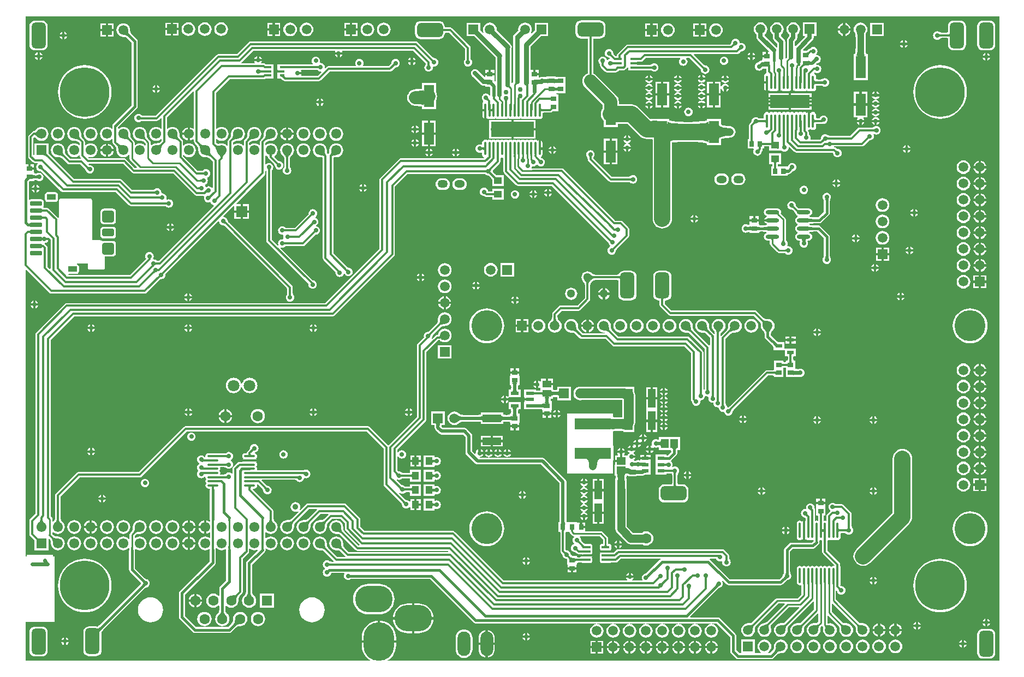
<source format=gtl>
G04*
G04 #@! TF.GenerationSoftware,Altium Limited,Altium Designer,19.0.10 (269)*
G04*
G04 Layer_Physical_Order=1*
G04 Layer_Color=255*
%FSLAX43Y43*%
%MOMM*%
G71*
G01*
G75*
%ADD10C,0.250*%
%ADD11C,0.400*%
%ADD14C,0.600*%
%ADD16C,0.254*%
G04:AMPARAMS|DCode=19|XSize=0.7mm|YSize=1.8mm|CornerRadius=0.088mm|HoleSize=0mm|Usage=FLASHONLY|Rotation=90.000|XOffset=0mm|YOffset=0mm|HoleType=Round|Shape=RoundedRectangle|*
%AMROUNDEDRECTD19*
21,1,0.700,1.625,0,0,90.0*
21,1,0.525,1.800,0,0,90.0*
1,1,0.175,0.813,0.263*
1,1,0.175,0.813,-0.263*
1,1,0.175,-0.813,-0.263*
1,1,0.175,-0.813,0.263*
%
%ADD19ROUNDEDRECTD19*%
G04:AMPARAMS|DCode=20|XSize=1.8mm|YSize=1.8mm|CornerRadius=0.225mm|HoleSize=0mm|Usage=FLASHONLY|Rotation=90.000|XOffset=0mm|YOffset=0mm|HoleType=Round|Shape=RoundedRectangle|*
%AMROUNDEDRECTD20*
21,1,1.800,1.350,0,0,90.0*
21,1,1.350,1.800,0,0,90.0*
1,1,0.450,0.675,0.675*
1,1,0.450,0.675,-0.675*
1,1,0.450,-0.675,-0.675*
1,1,0.450,-0.675,0.675*
%
%ADD20ROUNDEDRECTD20*%
G04:AMPARAMS|DCode=21|XSize=1.2mm|YSize=1.8mm|CornerRadius=0.15mm|HoleSize=0mm|Usage=FLASHONLY|Rotation=90.000|XOffset=0mm|YOffset=0mm|HoleType=Round|Shape=RoundedRectangle|*
%AMROUNDEDRECTD21*
21,1,1.200,1.500,0,0,90.0*
21,1,0.900,1.800,0,0,90.0*
1,1,0.300,0.750,0.450*
1,1,0.300,0.750,-0.450*
1,1,0.300,-0.750,-0.450*
1,1,0.300,-0.750,0.450*
%
%ADD21ROUNDEDRECTD21*%
G04:AMPARAMS|DCode=22|XSize=0.9mm|YSize=1.4mm|CornerRadius=0.113mm|HoleSize=0mm|Usage=FLASHONLY|Rotation=90.000|XOffset=0mm|YOffset=0mm|HoleType=Round|Shape=RoundedRectangle|*
%AMROUNDEDRECTD22*
21,1,0.900,1.175,0,0,90.0*
21,1,0.675,1.400,0,0,90.0*
1,1,0.225,0.588,0.338*
1,1,0.225,0.588,-0.338*
1,1,0.225,-0.588,-0.338*
1,1,0.225,-0.588,0.338*
%
%ADD22ROUNDEDRECTD22*%
G04:AMPARAMS|DCode=23|XSize=0.38mm|YSize=1.2mm|CornerRadius=0.042mm|HoleSize=0mm|Usage=FLASHONLY|Rotation=90.000|XOffset=0mm|YOffset=0mm|HoleType=Round|Shape=RoundedRectangle|*
%AMROUNDEDRECTD23*
21,1,0.380,1.116,0,0,90.0*
21,1,0.296,1.200,0,0,90.0*
1,1,0.084,0.558,0.148*
1,1,0.084,0.558,-0.148*
1,1,0.084,-0.558,-0.148*
1,1,0.084,-0.558,0.148*
%
%ADD23ROUNDEDRECTD23*%
G04:AMPARAMS|DCode=24|XSize=4mm|YSize=2.2mm|CornerRadius=0.55mm|HoleSize=0mm|Usage=FLASHONLY|Rotation=180.000|XOffset=0mm|YOffset=0mm|HoleType=Round|Shape=RoundedRectangle|*
%AMROUNDEDRECTD24*
21,1,4.000,1.100,0,0,180.0*
21,1,2.900,2.200,0,0,180.0*
1,1,1.100,-1.450,0.550*
1,1,1.100,1.450,0.550*
1,1,1.100,1.450,-0.550*
1,1,1.100,-1.450,-0.550*
%
%ADD24ROUNDEDRECTD24*%
%ADD25R,6.690X2.400*%
%ADD26O,0.350X2.200*%
%ADD27O,0.350X2.400*%
%ADD28R,6.200X2.000*%
%ADD29R,1.600X3.500*%
%ADD30R,1.200X1.450*%
%ADD31R,1.350X1.100*%
%ADD32R,2.900X1.150*%
%ADD33R,5.700X1.700*%
%ADD34R,1.100X1.200*%
%ADD35R,1.100X0.600*%
%ADD36R,0.850X0.750*%
%ADD37R,1.300X0.550*%
%ADD38O,1.700X0.350*%
%ADD39O,2.050X0.600*%
%ADD40R,0.800X0.300*%
%ADD41R,0.900X0.750*%
%ADD42R,0.850X0.700*%
%ADD43R,0.900X0.800*%
%ADD44R,1.150X2.900*%
%ADD45R,0.700X0.850*%
%ADD46R,0.800X0.900*%
%ADD47R,1.350X1.150*%
G04:AMPARAMS|DCode=48|XSize=4mm|YSize=2.2mm|CornerRadius=0.55mm|HoleSize=0mm|Usage=FLASHONLY|Rotation=90.000|XOffset=0mm|YOffset=0mm|HoleType=Round|Shape=RoundedRectangle|*
%AMROUNDEDRECTD48*
21,1,4.000,1.100,0,0,90.0*
21,1,2.900,2.200,0,0,90.0*
1,1,1.100,0.550,1.450*
1,1,1.100,0.550,-1.450*
1,1,1.100,-0.550,-1.450*
1,1,1.100,-0.550,1.450*
%
%ADD48ROUNDEDRECTD48*%
%ADD49R,1.200X1.100*%
%ADD103C,0.335*%
%ADD104C,2.000*%
%ADD105C,0.300*%
%ADD106C,0.700*%
%ADD107C,0.800*%
%ADD108C,0.500*%
%ADD109C,1.500*%
%ADD110C,1.200*%
%ADD111C,2.500*%
%ADD112C,1.000*%
%ADD113C,1.250*%
%ADD114C,0.450*%
G04:AMPARAMS|DCode=115|XSize=5.8mm|YSize=4.1mm|CornerRadius=2.05mm|HoleSize=0mm|Usage=FLASHONLY|Rotation=0.000|XOffset=0mm|YOffset=0mm|HoleType=Round|Shape=RoundedRectangle|*
%AMROUNDEDRECTD115*
21,1,5.800,0.000,0,0,0.0*
21,1,1.700,4.100,0,0,0.0*
1,1,4.100,0.850,0.000*
1,1,4.100,-0.850,0.000*
1,1,4.100,-0.850,0.000*
1,1,4.100,0.850,0.000*
%
%ADD115ROUNDEDRECTD115*%
G04:AMPARAMS|DCode=116|XSize=4.8mm|YSize=6mm|CornerRadius=2.4mm|HoleSize=0mm|Usage=FLASHONLY|Rotation=0.000|XOffset=0mm|YOffset=0mm|HoleType=Round|Shape=RoundedRectangle|*
%AMROUNDEDRECTD116*
21,1,4.800,1.200,0,0,0.0*
21,1,0.000,6.000,0,0,0.0*
1,1,4.800,0.000,-0.600*
1,1,4.800,0.000,-0.600*
1,1,4.800,0.000,0.600*
1,1,4.800,0.000,0.600*
%
%ADD116ROUNDEDRECTD116*%
G04:AMPARAMS|DCode=117|XSize=4.1mm|YSize=5.8mm|CornerRadius=2.05mm|HoleSize=0mm|Usage=FLASHONLY|Rotation=270.000|XOffset=0mm|YOffset=0mm|HoleType=Round|Shape=RoundedRectangle|*
%AMROUNDEDRECTD117*
21,1,4.100,1.700,0,0,270.0*
21,1,0.000,5.800,0,0,270.0*
1,1,4.100,-0.850,0.000*
1,1,4.100,-0.850,0.000*
1,1,4.100,0.850,0.000*
1,1,4.100,0.850,0.000*
%
%ADD117ROUNDEDRECTD117*%
%ADD118C,1.600*%
%ADD119C,1.500*%
%ADD120R,1.500X1.500*%
%ADD121R,1.500X1.500*%
%ADD122C,4.800*%
%ADD123R,1.800X1.800*%
%ADD124C,1.800*%
%ADD125R,1.600X1.600*%
%ADD126O,2.000X3.800*%
%ADD127C,1.300*%
%ADD128O,1.600X1.200*%
G04:AMPARAMS|DCode=129|XSize=1.6mm|YSize=1.2mm|CornerRadius=0.6mm|HoleSize=0mm|Usage=FLASHONLY|Rotation=0.000|XOffset=0mm|YOffset=0mm|HoleType=Round|Shape=RoundedRectangle|*
%AMROUNDEDRECTD129*
21,1,1.600,0.000,0,0,0.0*
21,1,0.400,1.200,0,0,0.0*
1,1,1.200,0.200,0.000*
1,1,1.200,-0.200,0.000*
1,1,1.200,-0.200,0.000*
1,1,1.200,0.200,0.000*
%
%ADD129ROUNDEDRECTD129*%
%ADD130C,1.550*%
%ADD131R,1.550X1.550*%
%ADD132C,7.700*%
%ADD133C,0.700*%
%ADD134C,0.750*%
%ADD135C,0.900*%
%ADD136C,1.000*%
G36*
X66901Y148804D02*
X66907Y148720D01*
X66918Y148640D01*
X66933Y148565D01*
X66953Y148495D01*
X66977Y148429D01*
X67006Y148368D01*
X67040Y148311D01*
X67078Y148259D01*
X67121Y148212D01*
X66838Y147929D01*
X66791Y147972D01*
X66739Y148010D01*
X66682Y148044D01*
X66621Y148073D01*
X66555Y148097D01*
X66485Y148117D01*
X66410Y148132D01*
X66330Y148143D01*
X66246Y148149D01*
X66158Y148150D01*
X66900Y148893D01*
X66901Y148804D01*
D02*
G37*
G36*
X114110Y144354D02*
X114136Y144332D01*
X114162Y144312D01*
X114188Y144295D01*
X114214Y144281D01*
X114241Y144270D01*
X114267Y144261D01*
X114293Y144255D01*
X114320Y144251D01*
X114346Y144250D01*
X114000Y143904D01*
X113999Y143930D01*
X113995Y143957D01*
X113989Y143983D01*
X113980Y144009D01*
X113969Y144036D01*
X113955Y144062D01*
X113938Y144088D01*
X113918Y144114D01*
X113896Y144140D01*
X113872Y144166D01*
X114084Y144378D01*
X114110Y144354D01*
D02*
G37*
G36*
X113651Y143590D02*
X113654Y143557D01*
X113659Y143524D01*
X113665Y143494D01*
X113674Y143466D01*
X113684Y143439D01*
X113697Y143414D01*
X113711Y143391D01*
X113727Y143369D01*
X113745Y143350D01*
X113255D01*
X113273Y143369D01*
X113289Y143391D01*
X113303Y143414D01*
X113316Y143439D01*
X113326Y143466D01*
X113335Y143494D01*
X113341Y143524D01*
X113346Y143557D01*
X113349Y143590D01*
X113350Y143626D01*
X113650D01*
X113651Y143590D01*
D02*
G37*
G36*
X202000Y51000D02*
X107206D01*
X107170Y51127D01*
X107365Y51246D01*
X107682Y51518D01*
X107954Y51835D01*
X108172Y52191D01*
X108332Y52577D01*
X108429Y52984D01*
X108462Y53400D01*
Y53825D01*
X103138D01*
Y53400D01*
X103171Y52984D01*
X103268Y52577D01*
X103428Y52191D01*
X103646Y51835D01*
X103918Y51518D01*
X104235Y51246D01*
X104430Y51127D01*
X104394Y51000D01*
X51000D01*
Y57020D01*
X55500D01*
X55500Y67250D01*
X55254D01*
Y67455D01*
X51145D01*
Y67250D01*
X51000D01*
Y111630D01*
X51117Y111679D01*
X54688Y108108D01*
X54822Y108019D01*
X54980Y107987D01*
X69450D01*
X69608Y108019D01*
X69742Y108108D01*
X71893Y110259D01*
X72000Y110244D01*
X72170Y110267D01*
X72328Y110332D01*
X72464Y110436D01*
X72568Y110572D01*
X72633Y110730D01*
X72656Y110900D01*
X72641Y111007D01*
X80873Y119239D01*
X81001Y119188D01*
X81017Y119070D01*
X81082Y118912D01*
X81186Y118776D01*
X81322Y118672D01*
X81480Y118607D01*
X81650Y118584D01*
X81737Y118596D01*
X81742Y118596D01*
X81743Y118595D01*
X81752Y118587D01*
X81771Y118570D01*
X81795Y118555D01*
X81815Y118535D01*
X81845Y118523D01*
X81872Y118506D01*
X81899Y118502D01*
X91587Y108814D01*
Y108074D01*
X91571Y108051D01*
X91570Y108047D01*
X91567Y108043D01*
X91557Y107989D01*
X91544Y107934D01*
X91544Y107907D01*
X91542Y107892D01*
X91540Y107880D01*
X91538Y107871D01*
X91537Y107865D01*
X91536Y107864D01*
X91530Y107858D01*
X91525Y107848D01*
X91432Y107728D01*
X91367Y107570D01*
X91344Y107400D01*
X91367Y107230D01*
X91432Y107072D01*
X91536Y106936D01*
X91672Y106832D01*
X91830Y106767D01*
X92000Y106744D01*
X92170Y106767D01*
X92328Y106832D01*
X92464Y106936D01*
X92568Y107072D01*
X92633Y107230D01*
X92656Y107400D01*
X92633Y107570D01*
X92568Y107728D01*
X92475Y107848D01*
X92470Y107858D01*
X92464Y107864D01*
X92463Y107865D01*
X92462Y107871D01*
X92460Y107880D01*
X92458Y107892D01*
X92456Y107907D01*
X92456Y107934D01*
X92443Y107989D01*
X92433Y108043D01*
X92430Y108047D01*
X92429Y108051D01*
X92413Y108074D01*
Y108985D01*
X92382Y109143D01*
X92292Y109277D01*
X82439Y119130D01*
X82435Y119139D01*
X82431Y119162D01*
X82412Y119193D01*
X82397Y119226D01*
X82380Y119243D01*
X82367Y119263D01*
X82349Y119281D01*
X82319Y119316D01*
X82313Y119326D01*
X82306Y119336D01*
X82301Y119345D01*
X82298Y119351D01*
X82296Y119356D01*
X82295Y119359D01*
X82292Y119372D01*
X82287Y119385D01*
X82283Y119410D01*
X82218Y119568D01*
X82114Y119704D01*
X81978Y119808D01*
X81820Y119873D01*
X81702Y119889D01*
X81651Y120017D01*
X83229Y121595D01*
X83346Y121546D01*
Y120925D01*
X84325D01*
Y121904D01*
X83704D01*
X83655Y122021D01*
X88042Y126408D01*
X88132Y126542D01*
X88163Y126700D01*
Y126982D01*
X88290Y127054D01*
X88303Y127047D01*
X88307Y127031D01*
X88317Y126977D01*
X88320Y126973D01*
X88321Y126969D01*
X88337Y126946D01*
Y116250D01*
X88368Y116092D01*
X88458Y115958D01*
X94864Y109552D01*
X94844Y109400D01*
X94867Y109230D01*
X94932Y109072D01*
X95036Y108936D01*
X95172Y108832D01*
X95330Y108767D01*
X95500Y108744D01*
X95669Y108767D01*
X95828Y108832D01*
X95963Y108936D01*
X96068Y109072D01*
X96133Y109230D01*
X96155Y109400D01*
X96133Y109569D01*
X96068Y109728D01*
X95963Y109863D01*
X95828Y109968D01*
X95669Y110033D01*
X95533Y110051D01*
X90501Y115083D01*
X90573Y115190D01*
X90630Y115167D01*
X90800Y115144D01*
X90970Y115167D01*
X91128Y115232D01*
X91264Y115336D01*
X91302Y115387D01*
X94000D01*
X94158Y115418D01*
X94292Y115508D01*
X95937Y117153D01*
X96000Y117144D01*
X96170Y117167D01*
X96328Y117232D01*
X96464Y117336D01*
X96568Y117472D01*
X96633Y117630D01*
X96656Y117800D01*
X96633Y117970D01*
X96568Y118128D01*
X96464Y118264D01*
X96328Y118368D01*
X96170Y118433D01*
X96079Y118445D01*
X96062Y118576D01*
X96078Y118582D01*
X96214Y118686D01*
X96318Y118822D01*
X96383Y118980D01*
X96406Y119150D01*
X96383Y119320D01*
X96318Y119478D01*
X96214Y119614D01*
X96078Y119718D01*
X95937Y119776D01*
X95935Y119780D01*
X95918Y119841D01*
X95916Y119912D01*
X96014Y119986D01*
X96118Y120122D01*
X96183Y120280D01*
X96206Y120450D01*
X96183Y120620D01*
X96118Y120778D01*
X96014Y120914D01*
X95878Y121018D01*
X95720Y121083D01*
X95550Y121106D01*
X95380Y121083D01*
X95222Y121018D01*
X95086Y120914D01*
X94982Y120778D01*
X94917Y120620D01*
X94894Y120450D01*
X94903Y120387D01*
X92729Y118213D01*
X91302D01*
X91264Y118264D01*
X91128Y118368D01*
X90970Y118433D01*
X90800Y118456D01*
X90630Y118433D01*
X90472Y118368D01*
X90336Y118264D01*
X90232Y118128D01*
X90167Y117970D01*
X90144Y117800D01*
X90167Y117630D01*
X90232Y117472D01*
X90336Y117336D01*
X90472Y117232D01*
X90630Y117167D01*
X90800Y117144D01*
X90907Y117159D01*
X90999Y117048D01*
X90967Y116969D01*
X90944Y116800D01*
X90967Y116630D01*
X90999Y116552D01*
X90907Y116441D01*
X90800Y116456D01*
X90630Y116433D01*
X90472Y116368D01*
X90336Y116264D01*
X90232Y116128D01*
X90167Y115970D01*
X90144Y115800D01*
X90167Y115630D01*
X90190Y115573D01*
X90083Y115501D01*
X89163Y116421D01*
Y126946D01*
X89179Y126969D01*
X89180Y126973D01*
X89183Y126977D01*
X89193Y127031D01*
X89206Y127086D01*
X89206Y127113D01*
X89208Y127128D01*
X89210Y127140D01*
X89212Y127149D01*
X89213Y127155D01*
X89214Y127156D01*
X89220Y127162D01*
X89225Y127172D01*
X89318Y127292D01*
X89383Y127450D01*
X89406Y127620D01*
X89383Y127790D01*
X89318Y127948D01*
X89214Y128084D01*
X89078Y128188D01*
X88920Y128253D01*
X88750Y128276D01*
X88580Y128253D01*
X88422Y128188D01*
X88290Y128086D01*
X88273Y128089D01*
X88163Y128131D01*
Y129388D01*
X88290Y129448D01*
X88468Y129311D01*
X88522Y129289D01*
X88529Y129282D01*
X88542Y129275D01*
X88543Y129273D01*
X88547Y129262D01*
X88550Y129245D01*
X88553Y129221D01*
X88554Y129179D01*
X88567Y129126D01*
X88577Y129073D01*
X88580Y129068D01*
X88582Y129063D01*
X88613Y129019D01*
X88644Y128974D01*
X88648Y128971D01*
X88651Y128966D01*
X88687Y128944D01*
X88718Y128898D01*
X89531Y128085D01*
X89536Y128057D01*
X89538Y128053D01*
X89539Y128049D01*
X89570Y128003D01*
X89600Y127956D01*
X89618Y127936D01*
X89629Y127924D01*
X89636Y127914D01*
X89641Y127907D01*
X89643Y127902D01*
X89644Y127900D01*
X89644Y127892D01*
X89647Y127881D01*
X89667Y127730D01*
X89732Y127572D01*
X89836Y127436D01*
X89972Y127332D01*
X90130Y127267D01*
X90300Y127244D01*
X90470Y127267D01*
X90628Y127332D01*
X90764Y127436D01*
X90868Y127572D01*
X90933Y127730D01*
X90956Y127900D01*
X90933Y128070D01*
X90868Y128228D01*
X90764Y128364D01*
X90628Y128468D01*
X90470Y128533D01*
X90319Y128553D01*
X90308Y128556D01*
X90300Y128556D01*
X90298Y128557D01*
X90293Y128559D01*
X90286Y128564D01*
X90276Y128571D01*
X90264Y128582D01*
X90244Y128600D01*
X90197Y128630D01*
X90151Y128661D01*
X90147Y128662D01*
X90143Y128664D01*
X90115Y128669D01*
X89593Y129191D01*
X89587Y129209D01*
X89609Y129355D01*
X89777Y129483D01*
X89949Y129708D01*
X90057Y129969D01*
X90094Y130250D01*
X90057Y130531D01*
X89949Y130792D01*
X89777Y131017D01*
X89552Y131189D01*
X89291Y131297D01*
X89010Y131334D01*
X88729Y131297D01*
X88468Y131189D01*
X88290Y131052D01*
X88163Y131112D01*
Y131359D01*
X88329Y131525D01*
X88347Y131528D01*
X88356Y131533D01*
X88367Y131535D01*
X88408Y131562D01*
X88451Y131587D01*
X88480Y131613D01*
X88501Y131627D01*
X88531Y131642D01*
X88569Y131658D01*
X88617Y131672D01*
X88675Y131685D01*
X88739Y131695D01*
X88909Y131708D01*
X88985Y131709D01*
X89010Y131706D01*
X89291Y131743D01*
X89552Y131851D01*
X89777Y132023D01*
X89949Y132248D01*
X90057Y132509D01*
X90094Y132790D01*
X90057Y133071D01*
X89949Y133332D01*
X89777Y133557D01*
X89552Y133729D01*
X89291Y133837D01*
X89010Y133874D01*
X88729Y133837D01*
X88468Y133729D01*
X88243Y133557D01*
X88071Y133332D01*
X87963Y133071D01*
X87926Y132790D01*
X87929Y132768D01*
X87923Y132596D01*
X87916Y132523D01*
X87905Y132455D01*
X87892Y132397D01*
X87878Y132349D01*
X87862Y132311D01*
X87847Y132281D01*
X87833Y132261D01*
X87807Y132231D01*
X87782Y132188D01*
X87755Y132147D01*
X87753Y132136D01*
X87748Y132127D01*
X87745Y132109D01*
X87458Y131822D01*
X87368Y131688D01*
X87337Y131530D01*
Y131078D01*
X87210Y131037D01*
X87012Y131189D01*
X86751Y131297D01*
X86470Y131334D01*
X86189Y131297D01*
X85928Y131189D01*
X85790Y131083D01*
X85663Y131146D01*
Y131399D01*
X85789Y131525D01*
X85807Y131528D01*
X85816Y131533D01*
X85827Y131535D01*
X85868Y131562D01*
X85911Y131587D01*
X85940Y131613D01*
X85961Y131627D01*
X85991Y131642D01*
X86029Y131658D01*
X86077Y131672D01*
X86135Y131685D01*
X86199Y131695D01*
X86369Y131708D01*
X86445Y131709D01*
X86470Y131706D01*
X86751Y131743D01*
X87012Y131851D01*
X87237Y132023D01*
X87409Y132248D01*
X87517Y132509D01*
X87554Y132790D01*
X87517Y133071D01*
X87409Y133332D01*
X87237Y133557D01*
X87012Y133729D01*
X86751Y133837D01*
X86470Y133874D01*
X86189Y133837D01*
X85928Y133729D01*
X85703Y133557D01*
X85531Y133332D01*
X85423Y133071D01*
X85386Y132790D01*
X85389Y132768D01*
X85383Y132596D01*
X85376Y132523D01*
X85365Y132455D01*
X85352Y132397D01*
X85338Y132349D01*
X85322Y132311D01*
X85307Y132281D01*
X85293Y132261D01*
X85267Y132231D01*
X85242Y132188D01*
X85215Y132147D01*
X85213Y132136D01*
X85208Y132127D01*
X85205Y132109D01*
X84958Y131862D01*
X84868Y131728D01*
X84837Y131570D01*
Y131031D01*
X84717Y130990D01*
X84697Y131017D01*
X84472Y131189D01*
X84211Y131297D01*
X83930Y131334D01*
X83649Y131297D01*
X83388Y131189D01*
X83290Y131114D01*
X83163Y131176D01*
Y131439D01*
X83249Y131525D01*
X83267Y131528D01*
X83276Y131533D01*
X83287Y131535D01*
X83328Y131562D01*
X83371Y131587D01*
X83400Y131613D01*
X83421Y131627D01*
X83451Y131642D01*
X83489Y131658D01*
X83537Y131672D01*
X83595Y131685D01*
X83659Y131695D01*
X83829Y131708D01*
X83905Y131709D01*
X83930Y131706D01*
X84211Y131743D01*
X84472Y131851D01*
X84697Y132023D01*
X84869Y132248D01*
X84977Y132509D01*
X85014Y132790D01*
X84977Y133071D01*
X84869Y133332D01*
X84697Y133557D01*
X84472Y133729D01*
X84211Y133837D01*
X83930Y133874D01*
X83649Y133837D01*
X83388Y133729D01*
X83163Y133557D01*
X82991Y133332D01*
X82883Y133071D01*
X82846Y132790D01*
X82849Y132768D01*
X82843Y132596D01*
X82836Y132523D01*
X82825Y132455D01*
X82812Y132397D01*
X82798Y132349D01*
X82782Y132311D01*
X82767Y132281D01*
X82753Y132261D01*
X82727Y132231D01*
X82702Y132188D01*
X82675Y132147D01*
X82673Y132136D01*
X82668Y132127D01*
X82665Y132109D01*
X82458Y131902D01*
X82368Y131768D01*
X82337Y131610D01*
Y130990D01*
X82210Y130947D01*
X82157Y131017D01*
X81932Y131189D01*
X81671Y131297D01*
X81390Y131334D01*
X81109Y131297D01*
X81090Y131289D01*
X81033Y131276D01*
X80965Y131264D01*
X80906Y131258D01*
X80856Y131258D01*
X80814Y131261D01*
X80780Y131268D01*
X80754Y131276D01*
X80733Y131286D01*
X80715Y131297D01*
X80684Y131325D01*
X80658Y131340D01*
X80636Y131359D01*
X80607Y131369D01*
X80580Y131384D01*
X80562Y131387D01*
X80528Y131421D01*
Y131954D01*
X80655Y131999D01*
X80848Y131851D01*
X81109Y131743D01*
X81390Y131706D01*
X81671Y131743D01*
X81932Y131851D01*
X82157Y132023D01*
X82329Y132248D01*
X82437Y132509D01*
X82474Y132790D01*
X82437Y133071D01*
X82329Y133332D01*
X82157Y133557D01*
X81932Y133729D01*
X81671Y133837D01*
X81390Y133874D01*
X81109Y133837D01*
X80848Y133729D01*
X80655Y133581D01*
X80528Y133626D01*
Y139144D01*
X82647Y141263D01*
X87926D01*
X88084Y141294D01*
X88218Y141384D01*
X88234Y141400D01*
X89450D01*
Y142050D01*
Y142700D01*
Y143600D01*
X88234D01*
X88218Y143616D01*
X88084Y143706D01*
X87926Y143737D01*
X87563D01*
X87505Y143864D01*
X87568Y143945D01*
X87621Y144075D01*
X86459D01*
X86512Y143945D01*
X86575Y143864D01*
X86517Y143737D01*
X84488D01*
X84449Y143838D01*
X84447Y143864D01*
X86320Y145737D01*
X98964D01*
X99027Y145610D01*
X99022Y145605D01*
X98969Y145475D01*
X100131D01*
X100078Y145605D01*
X100073Y145610D01*
X100136Y145737D01*
X111080D01*
X113070Y143748D01*
X113070Y143747D01*
X113067Y143743D01*
X113057Y143689D01*
X113044Y143634D01*
X113044Y143607D01*
X113042Y143592D01*
X113040Y143580D01*
X113038Y143571D01*
X113037Y143565D01*
X113036Y143564D01*
X113030Y143558D01*
X113025Y143548D01*
X112932Y143428D01*
X112867Y143270D01*
X112844Y143100D01*
X112867Y142930D01*
X112932Y142772D01*
X113036Y142636D01*
X113172Y142532D01*
X113330Y142467D01*
X113500Y142444D01*
X113670Y142467D01*
X113828Y142532D01*
X113964Y142636D01*
X114068Y142772D01*
X114133Y142930D01*
X114156Y143100D01*
X114149Y143149D01*
X114263Y143256D01*
X114350Y143244D01*
X114520Y143267D01*
X114678Y143332D01*
X114814Y143436D01*
X114918Y143572D01*
X114983Y143730D01*
X115006Y143900D01*
X114983Y144070D01*
X114918Y144228D01*
X114814Y144364D01*
X114678Y144468D01*
X114520Y144533D01*
X114369Y144553D01*
X114358Y144556D01*
X114350Y144556D01*
X114348Y144557D01*
X114343Y144559D01*
X114336Y144564D01*
X114326Y144571D01*
X114314Y144582D01*
X114294Y144600D01*
X114247Y144630D01*
X114201Y144661D01*
X114197Y144662D01*
X114193Y144664D01*
X114165Y144669D01*
X111792Y147042D01*
X111658Y147132D01*
X111500Y147163D01*
X85900D01*
X85742Y147132D01*
X85608Y147042D01*
X83729Y145163D01*
X80900D01*
X80742Y145132D01*
X80608Y145042D01*
X71179Y135613D01*
X69199D01*
X69187Y135617D01*
X69171Y135629D01*
X69132Y135638D01*
X69094Y135652D01*
X69074Y135651D01*
X69054Y135656D01*
X69029Y135657D01*
X69016Y135658D01*
X69009Y135659D01*
X69000Y135667D01*
X68964Y135714D01*
X68828Y135818D01*
X68670Y135883D01*
X68500Y135906D01*
X68330Y135883D01*
X68172Y135818D01*
X68036Y135714D01*
X67932Y135578D01*
X67867Y135420D01*
X67844Y135250D01*
X67867Y135080D01*
X67932Y134922D01*
X68036Y134786D01*
X68172Y134682D01*
X68330Y134617D01*
X68500Y134594D01*
X68670Y134617D01*
X68828Y134682D01*
X68866Y134712D01*
X68887Y134721D01*
X68898Y134729D01*
X68900Y134729D01*
X68903Y134731D01*
X68908Y134733D01*
X68916Y134735D01*
X68927Y134738D01*
X68936Y134740D01*
X68979Y134744D01*
X69004Y134744D01*
X69036Y134751D01*
X69068Y134752D01*
X69093Y134764D01*
X69120Y134770D01*
X69145Y134787D01*
X71350D01*
X71508Y134818D01*
X71642Y134908D01*
X71970Y135236D01*
X72087Y135187D01*
Y133635D01*
X71960Y133585D01*
X71772Y133729D01*
X71511Y133837D01*
X71230Y133874D01*
X70949Y133837D01*
X70688Y133729D01*
X70463Y133557D01*
X70291Y133332D01*
X70183Y133071D01*
X70146Y132790D01*
X70183Y132509D01*
X70291Y132248D01*
X70463Y132023D01*
X70688Y131851D01*
X70949Y131743D01*
X71230Y131706D01*
X71511Y131743D01*
X71772Y131851D01*
X71960Y131995D01*
X72087Y131945D01*
Y131691D01*
X71911Y131515D01*
X71893Y131512D01*
X71884Y131507D01*
X71873Y131505D01*
X71832Y131478D01*
X71789Y131453D01*
X71759Y131427D01*
X71739Y131413D01*
X71709Y131398D01*
X71671Y131382D01*
X71623Y131368D01*
X71565Y131355D01*
X71501Y131345D01*
X71331Y131332D01*
X71255Y131331D01*
X71230Y131334D01*
X70949Y131297D01*
X70688Y131189D01*
X70516Y131058D01*
X70389Y131120D01*
Y131480D01*
X70360Y131629D01*
X70275Y131755D01*
X69942Y132089D01*
X69940Y132106D01*
X69934Y132116D01*
X69932Y132127D01*
X69905Y132168D01*
X69881Y132210D01*
X69859Y132236D01*
X69848Y132253D01*
X69834Y132281D01*
X69820Y132320D01*
X69806Y132370D01*
X69793Y132431D01*
X69784Y132500D01*
X69772Y132681D01*
X69771Y132765D01*
X69774Y132790D01*
X69737Y133071D01*
X69629Y133332D01*
X69457Y133557D01*
X69232Y133729D01*
X68971Y133837D01*
X68690Y133874D01*
X68409Y133837D01*
X68148Y133729D01*
X67923Y133557D01*
X67751Y133332D01*
X67643Y133071D01*
X67606Y132790D01*
X67643Y132509D01*
X67751Y132248D01*
X67923Y132023D01*
X68148Y131851D01*
X68409Y131743D01*
X68690Y131706D01*
X68715Y131709D01*
X68799Y131708D01*
X68980Y131696D01*
X69049Y131687D01*
X69110Y131674D01*
X69160Y131660D01*
X69199Y131646D01*
X69227Y131632D01*
X69244Y131621D01*
X69270Y131599D01*
X69312Y131575D01*
X69353Y131548D01*
X69364Y131546D01*
X69374Y131540D01*
X69391Y131538D01*
X69611Y131319D01*
Y131014D01*
X69490Y130973D01*
X69457Y131017D01*
X69232Y131189D01*
X68971Y131297D01*
X68690Y131334D01*
X68409Y131297D01*
X68148Y131189D01*
X68016Y131088D01*
X67889Y131151D01*
Y131440D01*
X67860Y131589D01*
X67775Y131715D01*
X67402Y132089D01*
X67400Y132106D01*
X67394Y132116D01*
X67392Y132127D01*
X67365Y132168D01*
X67341Y132210D01*
X67319Y132236D01*
X67308Y132253D01*
X67294Y132281D01*
X67280Y132320D01*
X67266Y132370D01*
X67253Y132431D01*
X67244Y132500D01*
X67232Y132681D01*
X67231Y132765D01*
X67234Y132790D01*
X67197Y133071D01*
X67089Y133332D01*
X66917Y133557D01*
X66692Y133729D01*
X66431Y133837D01*
X66150Y133874D01*
X65869Y133837D01*
X65608Y133729D01*
X65440Y133600D01*
X65313Y133663D01*
Y133807D01*
X68228Y136722D01*
X68329Y136872D01*
X68364Y137050D01*
Y147150D01*
X68329Y147328D01*
X68228Y147478D01*
X67412Y148294D01*
X67409Y148315D01*
X67405Y148321D01*
X67403Y148329D01*
X67374Y148372D01*
X67348Y148417D01*
X67315Y148453D01*
X67295Y148480D01*
X67277Y148512D01*
X67259Y148548D01*
X67244Y148590D01*
X67231Y148637D01*
X67220Y148691D01*
X67212Y148751D01*
X67207Y148817D01*
X67206Y148878D01*
X67209Y148900D01*
X67173Y149174D01*
X67067Y149430D01*
X66899Y149649D01*
X66680Y149817D01*
X66424Y149923D01*
X66150Y149959D01*
X65876Y149923D01*
X65620Y149817D01*
X65401Y149649D01*
X65233Y149430D01*
X65127Y149174D01*
X65091Y148900D01*
X65127Y148626D01*
X65233Y148370D01*
X65401Y148151D01*
X65620Y147983D01*
X65876Y147877D01*
X66150Y147841D01*
X66172Y147844D01*
X66233Y147843D01*
X66299Y147838D01*
X66359Y147830D01*
X66413Y147819D01*
X66460Y147806D01*
X66502Y147791D01*
X66538Y147773D01*
X66570Y147755D01*
X66597Y147735D01*
X66633Y147702D01*
X66678Y147676D01*
X66721Y147647D01*
X66729Y147645D01*
X66735Y147641D01*
X66756Y147638D01*
X67436Y146958D01*
Y137242D01*
X64572Y134378D01*
X64471Y134228D01*
X64436Y134050D01*
X64471Y133872D01*
X64487Y133849D01*
Y133600D01*
X64360Y133569D01*
X64152Y133729D01*
X63891Y133837D01*
X63610Y133874D01*
X63329Y133837D01*
X63068Y133729D01*
X62843Y133557D01*
X62671Y133332D01*
X62563Y133071D01*
X62526Y132790D01*
X62563Y132509D01*
X62671Y132248D01*
X62843Y132023D01*
X63068Y131851D01*
X63329Y131743D01*
X63610Y131706D01*
X63891Y131743D01*
X64152Y131851D01*
X64360Y132011D01*
X64487Y131980D01*
Y131500D01*
X64519Y131342D01*
X64608Y131208D01*
X64885Y130931D01*
X64888Y130913D01*
X64893Y130904D01*
X64895Y130893D01*
X64922Y130852D01*
X64947Y130809D01*
X64973Y130779D01*
X64987Y130759D01*
X65002Y130729D01*
X65018Y130691D01*
X65032Y130643D01*
X65045Y130585D01*
X65055Y130521D01*
X65068Y130351D01*
X65069Y130275D01*
X65066Y130250D01*
X65103Y129969D01*
X65211Y129708D01*
X65383Y129483D01*
X65608Y129311D01*
X65869Y129203D01*
X66150Y129166D01*
X66431Y129203D01*
X66692Y129311D01*
X66917Y129483D01*
X66984Y129570D01*
X67111Y129527D01*
Y128950D01*
X67140Y128801D01*
X67225Y128675D01*
X68269Y127630D01*
X68220Y127513D01*
X67948D01*
X66592Y128869D01*
X66458Y128958D01*
X66300Y128990D01*
X60794D01*
X60669Y129115D01*
X60741Y129223D01*
X60789Y129203D01*
X61070Y129166D01*
X61351Y129203D01*
X61612Y129311D01*
X61837Y129483D01*
X62009Y129708D01*
X62117Y129969D01*
X62154Y130250D01*
X62117Y130531D01*
X62009Y130792D01*
X61837Y131017D01*
X61612Y131189D01*
X61351Y131297D01*
X61070Y131334D01*
X60789Y131297D01*
X60528Y131189D01*
X60340Y131045D01*
X60213Y131095D01*
Y131520D01*
X60181Y131678D01*
X60092Y131812D01*
X59795Y132109D01*
X59792Y132127D01*
X59787Y132136D01*
X59785Y132147D01*
X59758Y132188D01*
X59733Y132231D01*
X59707Y132261D01*
X59693Y132281D01*
X59678Y132311D01*
X59662Y132349D01*
X59648Y132397D01*
X59635Y132455D01*
X59625Y132519D01*
X59612Y132689D01*
X59611Y132765D01*
X59614Y132790D01*
X59577Y133071D01*
X59469Y133332D01*
X59297Y133557D01*
X59072Y133729D01*
X58811Y133837D01*
X58530Y133874D01*
X58249Y133837D01*
X57988Y133729D01*
X57763Y133557D01*
X57591Y133332D01*
X57483Y133071D01*
X57446Y132790D01*
X57483Y132509D01*
X57591Y132248D01*
X57763Y132023D01*
X57988Y131851D01*
X58249Y131743D01*
X58530Y131706D01*
X58552Y131709D01*
X58724Y131703D01*
X58797Y131696D01*
X58865Y131685D01*
X58923Y131672D01*
X58971Y131658D01*
X59009Y131642D01*
X59039Y131627D01*
X59059Y131613D01*
X59089Y131587D01*
X59132Y131562D01*
X59173Y131535D01*
X59184Y131533D01*
X59193Y131528D01*
X59211Y131525D01*
X59387Y131349D01*
Y131095D01*
X59260Y131045D01*
X59072Y131189D01*
X58811Y131297D01*
X58530Y131334D01*
X58249Y131297D01*
X57988Y131189D01*
X57763Y131017D01*
X57591Y130792D01*
X57483Y130531D01*
X57446Y130250D01*
X57483Y129969D01*
X57591Y129708D01*
X57763Y129483D01*
X57988Y129311D01*
X58249Y129203D01*
X58530Y129166D01*
X58811Y129203D01*
X59072Y129311D01*
X59260Y129455D01*
X59387Y129405D01*
Y129400D01*
X59418Y129242D01*
X59508Y129108D01*
X59576Y129040D01*
X59523Y128913D01*
X57911D01*
X57255Y129569D01*
X57252Y129587D01*
X57247Y129596D01*
X57245Y129607D01*
X57218Y129648D01*
X57193Y129691D01*
X57167Y129721D01*
X57153Y129741D01*
X57138Y129771D01*
X57122Y129809D01*
X57108Y129857D01*
X57095Y129915D01*
X57085Y129979D01*
X57072Y130149D01*
X57071Y130225D01*
X57074Y130250D01*
X57037Y130531D01*
X56929Y130792D01*
X56757Y131017D01*
X56532Y131189D01*
X56271Y131297D01*
X55990Y131334D01*
X55709Y131297D01*
X55448Y131189D01*
X55223Y131017D01*
X55051Y130792D01*
X54943Y130531D01*
X54906Y130250D01*
X54943Y129969D01*
X55051Y129708D01*
X55223Y129483D01*
X55448Y129311D01*
X55709Y129203D01*
X55990Y129166D01*
X56012Y129169D01*
X56184Y129163D01*
X56257Y129156D01*
X56325Y129145D01*
X56383Y129132D01*
X56431Y129118D01*
X56469Y129102D01*
X56499Y129087D01*
X56519Y129073D01*
X56549Y129047D01*
X56592Y129022D01*
X56633Y128995D01*
X56644Y128993D01*
X56653Y128988D01*
X56671Y128985D01*
X57448Y128208D01*
X57582Y128118D01*
X57740Y128087D01*
X59454D01*
X60157Y127384D01*
X60158Y127375D01*
X60165Y127363D01*
X60167Y127349D01*
X60192Y127310D01*
X60214Y127269D01*
X60224Y127260D01*
X60232Y127249D01*
X60253Y127227D01*
X60265Y127213D01*
X60293Y127178D01*
X60299Y127169D01*
X60305Y127159D01*
X60309Y127151D01*
X60312Y127146D01*
X60313Y127142D01*
X60317Y127129D01*
X60318Y127127D01*
X60382Y126972D01*
X60486Y126836D01*
X60622Y126732D01*
X60780Y126667D01*
X60950Y126644D01*
X61120Y126667D01*
X61278Y126732D01*
X61413Y126836D01*
X61518Y126972D01*
X61583Y127130D01*
X61606Y127300D01*
X61583Y127470D01*
X61518Y127628D01*
X61413Y127764D01*
X61278Y127868D01*
X61120Y127933D01*
X60950Y127956D01*
X60831Y127940D01*
X60830Y127941D01*
X60811Y127959D01*
X60778Y127979D01*
X60748Y128004D01*
X60737Y128037D01*
X60820Y128164D01*
X66129D01*
X67485Y126808D01*
X67619Y126718D01*
X67777Y126687D01*
X73829D01*
X77208Y123308D01*
X77342Y123218D01*
X77500Y123187D01*
X78626D01*
X78704Y123060D01*
X78667Y122970D01*
X78644Y122800D01*
X78667Y122630D01*
X78732Y122472D01*
X78836Y122336D01*
X78972Y122232D01*
X79130Y122167D01*
X79300Y122144D01*
X79470Y122167D01*
X79549Y122200D01*
X79636Y122222D01*
X79707Y122133D01*
X79732Y122072D01*
X79836Y121936D01*
X79972Y121832D01*
X80130Y121767D01*
X80152Y121764D01*
X80197Y121630D01*
X71809Y113241D01*
X71809Y113241D01*
X71649Y113082D01*
X71507D01*
X71484Y113098D01*
X71480Y113099D01*
X71476Y113101D01*
X71421Y113112D01*
X71367Y113124D01*
X71340Y113125D01*
X71325Y113126D01*
X71312Y113128D01*
X71304Y113130D01*
X71298Y113132D01*
X71297Y113132D01*
X71290Y113138D01*
X71281Y113144D01*
X71161Y113236D01*
X71003Y113302D01*
X70833Y113324D01*
X70812Y113322D01*
X70744Y113441D01*
X70768Y113472D01*
X70833Y113630D01*
X70856Y113800D01*
X70833Y113970D01*
X70768Y114128D01*
X70664Y114264D01*
X70528Y114368D01*
X70370Y114433D01*
X70200Y114456D01*
X70030Y114433D01*
X69872Y114368D01*
X69736Y114264D01*
X69632Y114128D01*
X69567Y113970D01*
X69544Y113800D01*
X69567Y113630D01*
X69632Y113472D01*
X69678Y113412D01*
X67179Y110913D01*
X57637D01*
X57628Y110928D01*
X57639Y110966D01*
X57703Y111051D01*
X58838D01*
X58998Y111083D01*
X59135Y111174D01*
X59226Y111310D01*
X59258Y111471D01*
Y112146D01*
X59226Y112307D01*
X59135Y112443D01*
X58998Y112535D01*
X58936Y112547D01*
X58948Y112674D01*
X60644D01*
Y112030D01*
X60667Y111913D01*
X60734Y111814D01*
X60833Y111747D01*
X60950Y111724D01*
X62950D01*
X63067Y111747D01*
X63166Y111814D01*
X63233Y111913D01*
X63256Y112030D01*
Y113530D01*
X63233Y113647D01*
X63232Y113648D01*
X63299Y113775D01*
X64475D01*
X64612Y113794D01*
X64740Y113846D01*
X64849Y113931D01*
X64934Y114040D01*
X64986Y114168D01*
X65005Y114305D01*
Y115655D01*
X64986Y115792D01*
X64934Y115920D01*
X64849Y116029D01*
X64740Y116114D01*
X64612Y116166D01*
X64475Y116185D01*
X63125D01*
X62988Y116166D01*
X62869Y116117D01*
X62816Y116196D01*
X62717Y116262D01*
X62600Y116286D01*
X61306D01*
Y122480D01*
X61283Y122597D01*
X61216Y122696D01*
X61117Y122763D01*
X61000Y122786D01*
X56450D01*
X56333Y122763D01*
X56234Y122696D01*
X56167Y122597D01*
X56144Y122480D01*
Y119793D01*
X56017Y119754D01*
X55992Y119792D01*
X54622Y121162D01*
X54488Y121252D01*
X54330Y121283D01*
X53782D01*
X53778Y121304D01*
X53755Y121338D01*
X53696Y121440D01*
X53755Y121542D01*
X53778Y121576D01*
X53808Y121728D01*
Y122253D01*
X53778Y122404D01*
X53692Y122532D01*
X53564Y122618D01*
X53412Y122648D01*
X51787D01*
X51636Y122618D01*
X51591Y122587D01*
X51464Y122655D01*
Y125319D01*
X51509Y125362D01*
X51630Y125464D01*
X51669Y125493D01*
X51679Y125499D01*
X51689Y125497D01*
X51702Y125500D01*
X52008D01*
X52010Y125499D01*
X52017Y125500D01*
X52033D01*
X52047Y125497D01*
X52061Y125500D01*
X52350D01*
Y125665D01*
X52386Y125668D01*
X52454Y125669D01*
X52498Y125679D01*
X52520Y125677D01*
X52558Y125669D01*
X52589Y125669D01*
X52613Y125667D01*
X52636Y125636D01*
X52772Y125532D01*
X52930Y125467D01*
X53100Y125444D01*
X53270Y125467D01*
X53428Y125532D01*
X53564Y125636D01*
X53668Y125772D01*
X53733Y125930D01*
X53756Y126100D01*
X53733Y126270D01*
X53668Y126428D01*
X53564Y126564D01*
X53428Y126668D01*
X53270Y126733D01*
X53100Y126756D01*
X52930Y126733D01*
X52823Y126689D01*
X52703Y126681D01*
X52672Y126681D01*
X52654Y126677D01*
X52636Y126679D01*
X52596Y126665D01*
X52561Y126658D01*
X52509Y126669D01*
X52454Y126681D01*
X52386Y126682D01*
X52350Y126685D01*
Y126850D01*
X52304D01*
Y127250D01*
X51600D01*
Y127425D01*
X51425D01*
Y128054D01*
X51000D01*
Y151000D01*
X202000D01*
Y51000D01*
D02*
G37*
G36*
X87369Y142727D02*
X87391Y142711D01*
X87414Y142697D01*
X87439Y142684D01*
X87466Y142674D01*
X87494Y142665D01*
X87524Y142659D01*
X87557Y142654D01*
X87590Y142651D01*
X87626Y142650D01*
Y142350D01*
X87590Y142349D01*
X87557Y142346D01*
X87524Y142341D01*
X87494Y142335D01*
X87466Y142326D01*
X87439Y142316D01*
X87414Y142303D01*
X87391Y142289D01*
X87369Y142273D01*
X87350Y142255D01*
Y142745D01*
X87369Y142727D01*
D02*
G37*
G36*
X68799Y135436D02*
X68818Y135418D01*
X68839Y135402D01*
X68862Y135388D01*
X68887Y135377D01*
X68915Y135367D01*
X68944Y135360D01*
X68976Y135354D01*
X69010Y135351D01*
X69045Y135350D01*
X68997Y135050D01*
X68962Y135049D01*
X68895Y135043D01*
X68864Y135037D01*
X68835Y135030D01*
X68807Y135022D01*
X68781Y135012D01*
X68757Y135000D01*
X68734Y134987D01*
X68712Y134972D01*
X68782Y135457D01*
X68799Y135436D01*
D02*
G37*
G36*
X77087Y139325D02*
Y133651D01*
X76960Y133588D01*
X76829Y133689D01*
X76579Y133793D01*
X76485Y133805D01*
Y132790D01*
Y131775D01*
X76579Y131787D01*
X76829Y131891D01*
X76960Y131992D01*
X77087Y131929D01*
Y131600D01*
X77118Y131442D01*
X77208Y131308D01*
X77585Y130931D01*
X77588Y130913D01*
X77593Y130904D01*
X77595Y130893D01*
X77622Y130852D01*
X77647Y130809D01*
X77673Y130779D01*
X77687Y130759D01*
X77702Y130729D01*
X77718Y130691D01*
X77732Y130643D01*
X77745Y130585D01*
X77755Y130521D01*
X77768Y130351D01*
X77769Y130275D01*
X77766Y130250D01*
X77803Y129969D01*
X77911Y129708D01*
X78083Y129483D01*
X78308Y129311D01*
X78569Y129203D01*
X78850Y129166D01*
X78872Y129169D01*
X79044Y129163D01*
X79117Y129156D01*
X79185Y129145D01*
X79243Y129132D01*
X79291Y129118D01*
X79329Y129102D01*
X79359Y129087D01*
X79379Y129073D01*
X79409Y129047D01*
X79452Y129022D01*
X79493Y128995D01*
X79504Y128993D01*
X79513Y128988D01*
X79531Y128985D01*
X80035Y128481D01*
Y124448D01*
X79908Y124405D01*
X79864Y124464D01*
X79728Y124568D01*
X79570Y124633D01*
X79400Y124656D01*
X79230Y124633D01*
X79072Y124568D01*
X79051Y124551D01*
X78917Y124609D01*
X78868Y124728D01*
X78813Y124799D01*
X78849Y124950D01*
X78849Y124950D01*
X78928Y124982D01*
X79064Y125086D01*
X79168Y125222D01*
X79233Y125380D01*
X79256Y125550D01*
X79233Y125720D01*
X79168Y125878D01*
X79151Y125899D01*
X79197Y126049D01*
X79278Y126082D01*
X79414Y126186D01*
X79518Y126322D01*
X79583Y126480D01*
X79606Y126650D01*
X79583Y126820D01*
X79518Y126978D01*
X79414Y127114D01*
X79278Y127218D01*
X79120Y127283D01*
X78950Y127306D01*
X78780Y127283D01*
X78622Y127218D01*
X78502Y127125D01*
X78492Y127120D01*
X78486Y127114D01*
X78485Y127113D01*
X78479Y127112D01*
X78470Y127110D01*
X78458Y127108D01*
X78443Y127106D01*
X78416Y127106D01*
X78361Y127093D01*
X78307Y127083D01*
X78303Y127080D01*
X78299Y127079D01*
X78276Y127063D01*
X77671D01*
X75413Y129321D01*
Y129456D01*
X75533Y129496D01*
X75543Y129483D01*
X75768Y129311D01*
X76029Y129203D01*
X76310Y129166D01*
X76591Y129203D01*
X76852Y129311D01*
X77077Y129483D01*
X77249Y129708D01*
X77357Y129969D01*
X77394Y130250D01*
X77357Y130531D01*
X77249Y130792D01*
X77077Y131017D01*
X76852Y131189D01*
X76591Y131297D01*
X76310Y131334D01*
X76029Y131297D01*
X75768Y131189D01*
X75543Y131017D01*
X75533Y131004D01*
X75413Y131044D01*
Y131560D01*
X75382Y131718D01*
X75292Y131852D01*
X75035Y132109D01*
X75032Y132127D01*
X75027Y132136D01*
X75025Y132147D01*
X74998Y132188D01*
X74973Y132231D01*
X74947Y132261D01*
X74933Y132281D01*
X74918Y132311D01*
X74902Y132349D01*
X74888Y132397D01*
X74875Y132455D01*
X74865Y132519D01*
X74852Y132689D01*
X74851Y132765D01*
X74854Y132790D01*
X74817Y133071D01*
X74709Y133332D01*
X74537Y133557D01*
X74312Y133729D01*
X74051Y133837D01*
X73770Y133874D01*
X73489Y133837D01*
X73228Y133729D01*
X73040Y133585D01*
X72913Y133635D01*
Y135330D01*
X76960Y139378D01*
X77087Y139325D01*
D02*
G37*
G36*
X69466Y132670D02*
X69479Y132468D01*
X69492Y132380D01*
X69508Y132298D01*
X69528Y132225D01*
X69553Y132160D01*
X69581Y132102D01*
X69613Y132052D01*
X69649Y132010D01*
X69470Y131831D01*
X69428Y131867D01*
X69378Y131899D01*
X69320Y131927D01*
X69255Y131952D01*
X69182Y131972D01*
X69101Y131988D01*
X69012Y132001D01*
X68810Y132014D01*
X68698Y132015D01*
X69465Y132782D01*
X69466Y132670D01*
D02*
G37*
G36*
X66926D02*
X66939Y132468D01*
X66952Y132380D01*
X66968Y132298D01*
X66988Y132225D01*
X67013Y132160D01*
X67041Y132102D01*
X67073Y132052D01*
X67109Y132010D01*
X66930Y131831D01*
X66888Y131867D01*
X66838Y131899D01*
X66780Y131927D01*
X66715Y131952D01*
X66642Y131972D01*
X66561Y131988D01*
X66472Y132001D01*
X66270Y132014D01*
X66158Y132015D01*
X66925Y132782D01*
X66926Y132670D01*
D02*
G37*
G36*
X89002Y132015D02*
X88896Y132014D01*
X88704Y132000D01*
X88618Y131986D01*
X88539Y131968D01*
X88467Y131947D01*
X88403Y131921D01*
X88345Y131890D01*
X88294Y131856D01*
X88250Y131817D01*
X88037Y132030D01*
X88076Y132074D01*
X88110Y132125D01*
X88141Y132183D01*
X88167Y132248D01*
X88188Y132319D01*
X88206Y132398D01*
X88220Y132484D01*
X88229Y132576D01*
X88235Y132782D01*
X89002Y132015D01*
D02*
G37*
G36*
X86462D02*
X86356Y132014D01*
X86164Y132000D01*
X86078Y131986D01*
X85999Y131968D01*
X85927Y131947D01*
X85863Y131921D01*
X85805Y131890D01*
X85754Y131856D01*
X85710Y131817D01*
X85497Y132030D01*
X85536Y132074D01*
X85570Y132125D01*
X85601Y132183D01*
X85627Y132248D01*
X85648Y132319D01*
X85666Y132398D01*
X85680Y132484D01*
X85689Y132576D01*
X85695Y132782D01*
X86462Y132015D01*
D02*
G37*
G36*
X83922D02*
X83816Y132014D01*
X83624Y132000D01*
X83538Y131986D01*
X83459Y131968D01*
X83387Y131947D01*
X83323Y131921D01*
X83265Y131890D01*
X83214Y131856D01*
X83170Y131817D01*
X82957Y132030D01*
X82996Y132074D01*
X83030Y132125D01*
X83061Y132183D01*
X83087Y132248D01*
X83108Y132319D01*
X83126Y132398D01*
X83140Y132484D01*
X83149Y132576D01*
X83155Y132782D01*
X83922Y132015D01*
D02*
G37*
G36*
X74546Y132676D02*
X74560Y132484D01*
X74574Y132398D01*
X74592Y132319D01*
X74613Y132248D01*
X74639Y132183D01*
X74670Y132125D01*
X74704Y132074D01*
X74743Y132030D01*
X74530Y131817D01*
X74486Y131856D01*
X74435Y131890D01*
X74377Y131921D01*
X74312Y131947D01*
X74241Y131968D01*
X74162Y131986D01*
X74076Y132000D01*
X73984Y132009D01*
X73778Y132015D01*
X74545Y132782D01*
X74546Y132676D01*
D02*
G37*
G36*
X59306D02*
X59320Y132484D01*
X59334Y132398D01*
X59352Y132319D01*
X59373Y132248D01*
X59399Y132183D01*
X59430Y132125D01*
X59464Y132074D01*
X59503Y132030D01*
X59290Y131817D01*
X59246Y131856D01*
X59195Y131890D01*
X59137Y131921D01*
X59072Y131947D01*
X59001Y131968D01*
X58922Y131986D01*
X58836Y132000D01*
X58744Y132009D01*
X58538Y132015D01*
X59305Y132782D01*
X59306Y132676D01*
D02*
G37*
G36*
X78134Y131184D02*
X78185Y131150D01*
X78243Y131119D01*
X78308Y131093D01*
X78379Y131072D01*
X78458Y131054D01*
X78544Y131040D01*
X78636Y131031D01*
X78842Y131025D01*
X78075Y130258D01*
X78074Y130364D01*
X78060Y130556D01*
X78046Y130642D01*
X78028Y130721D01*
X78007Y130792D01*
X77981Y130857D01*
X77950Y130915D01*
X77916Y130966D01*
X77877Y131010D01*
X78090Y131223D01*
X78134Y131184D01*
D02*
G37*
G36*
X72203Y131010D02*
X72164Y130966D01*
X72130Y130915D01*
X72099Y130857D01*
X72073Y130792D01*
X72052Y130721D01*
X72034Y130642D01*
X72020Y130556D01*
X72011Y130464D01*
X72005Y130258D01*
X71238Y131025D01*
X71344Y131026D01*
X71536Y131040D01*
X71622Y131054D01*
X71701Y131072D01*
X71772Y131093D01*
X71837Y131119D01*
X71895Y131150D01*
X71946Y131184D01*
X71990Y131223D01*
X72203Y131010D01*
D02*
G37*
G36*
X65434Y131184D02*
X65485Y131150D01*
X65543Y131119D01*
X65607Y131093D01*
X65679Y131072D01*
X65758Y131054D01*
X65844Y131040D01*
X65936Y131031D01*
X66142Y131025D01*
X65375Y130258D01*
X65374Y130364D01*
X65360Y130556D01*
X65346Y130642D01*
X65328Y130721D01*
X65307Y130792D01*
X65281Y130857D01*
X65250Y130915D01*
X65216Y130966D01*
X65177Y131010D01*
X65390Y131223D01*
X65434Y131184D01*
D02*
G37*
G36*
X80530Y131053D02*
X80583Y131018D01*
X80641Y130991D01*
X80704Y130971D01*
X80772Y130958D01*
X80845Y130951D01*
X80923Y130953D01*
X81006Y130961D01*
X81095Y130976D01*
X81188Y130998D01*
X80638Y130063D01*
X80608Y130179D01*
X80485Y130555D01*
X80454Y130626D01*
X80423Y130690D01*
X80391Y130744D01*
X80359Y130789D01*
X80327Y130826D01*
X80483Y131094D01*
X80530Y131053D01*
D02*
G37*
G36*
X79626Y130136D02*
X79640Y129944D01*
X79654Y129858D01*
X79672Y129779D01*
X79693Y129708D01*
X79719Y129643D01*
X79750Y129585D01*
X79784Y129534D01*
X79823Y129490D01*
X79610Y129277D01*
X79566Y129316D01*
X79515Y129350D01*
X79457Y129381D01*
X79393Y129407D01*
X79321Y129428D01*
X79242Y129446D01*
X79156Y129460D01*
X79064Y129469D01*
X78858Y129475D01*
X79625Y130242D01*
X79626Y130136D01*
D02*
G37*
G36*
X56766D02*
X56780Y129944D01*
X56794Y129858D01*
X56812Y129779D01*
X56833Y129708D01*
X56859Y129643D01*
X56890Y129585D01*
X56924Y129534D01*
X56963Y129490D01*
X56750Y129277D01*
X56706Y129316D01*
X56655Y129350D01*
X56597Y129381D01*
X56533Y129407D01*
X56461Y129428D01*
X56382Y129446D01*
X56296Y129460D01*
X56204Y129469D01*
X55998Y129475D01*
X56765Y130242D01*
X56766Y130136D01*
D02*
G37*
G36*
X89308Y129531D02*
X89277Y129508D01*
X89249Y129481D01*
X89226Y129451D01*
X89206Y129417D01*
X89189Y129379D01*
X89176Y129337D01*
X89167Y129292D01*
X89162Y129243D01*
X89160Y129190D01*
X88860D01*
X88858Y129243D01*
X88853Y129292D01*
X88844Y129337D01*
X88831Y129379D01*
X88814Y129417D01*
X88794Y129451D01*
X88771Y129481D01*
X88743Y129508D01*
X88712Y129531D01*
X88677Y129550D01*
X89342D01*
X89308Y129531D01*
D02*
G37*
G36*
X81825Y129599D02*
X81765Y129539D01*
X81712Y129479D01*
X81667Y129418D01*
X81628Y129356D01*
X81596Y129295D01*
X81572Y129233D01*
X81554Y129171D01*
X81544Y129108D01*
X81540Y129045D01*
X81240D01*
X81236Y129108D01*
X81226Y129171D01*
X81208Y129233D01*
X81184Y129295D01*
X81152Y129356D01*
X81113Y129418D01*
X81068Y129479D01*
X81015Y129539D01*
X80955Y129599D01*
X80888Y129659D01*
X81892D01*
X81825Y129599D01*
D02*
G37*
G36*
X90060Y128354D02*
X90086Y128332D01*
X90112Y128312D01*
X90138Y128295D01*
X90164Y128281D01*
X90191Y128270D01*
X90217Y128261D01*
X90243Y128255D01*
X90270Y128251D01*
X90297Y128250D01*
X89950Y127904D01*
X89949Y127930D01*
X89945Y127957D01*
X89939Y127983D01*
X89930Y128009D01*
X89919Y128036D01*
X89905Y128062D01*
X89888Y128088D01*
X89868Y128114D01*
X89846Y128140D01*
X89822Y128166D01*
X90034Y128378D01*
X90060Y128354D01*
D02*
G37*
G36*
X60628Y127711D02*
X60654Y127690D01*
X60680Y127672D01*
X60706Y127657D01*
X60732Y127645D01*
X60757Y127637D01*
X60783Y127632D01*
X60808Y127631D01*
X60833Y127633D01*
X60858Y127638D01*
X60610Y127215D01*
X60604Y127239D01*
X60595Y127262D01*
X60584Y127286D01*
X60571Y127310D01*
X60556Y127335D01*
X60539Y127360D01*
X60499Y127410D01*
X60477Y127435D01*
X60452Y127461D01*
X60601Y127736D01*
X60628Y127711D01*
D02*
G37*
G36*
X88977Y127351D02*
X88961Y127329D01*
X88947Y127306D01*
X88934Y127281D01*
X88924Y127254D01*
X88915Y127226D01*
X88909Y127196D01*
X88904Y127163D01*
X88901Y127130D01*
X88900Y127094D01*
X88600D01*
X88599Y127130D01*
X88596Y127163D01*
X88591Y127196D01*
X88585Y127226D01*
X88576Y127254D01*
X88566Y127281D01*
X88553Y127306D01*
X88539Y127329D01*
X88523Y127351D01*
X88505Y127370D01*
X88995D01*
X88977Y127351D01*
D02*
G37*
G36*
X78700Y126405D02*
X78681Y126423D01*
X78659Y126439D01*
X78636Y126453D01*
X78611Y126466D01*
X78584Y126476D01*
X78556Y126485D01*
X78526Y126491D01*
X78493Y126496D01*
X78460Y126499D01*
X78424Y126500D01*
Y126800D01*
X78460Y126801D01*
X78493Y126804D01*
X78526Y126809D01*
X78556Y126815D01*
X78584Y126824D01*
X78611Y126834D01*
X78636Y126847D01*
X78659Y126861D01*
X78681Y126877D01*
X78700Y126895D01*
Y126405D01*
D02*
G37*
G36*
X52803Y125914D02*
X52794Y125926D01*
X52782Y125936D01*
X52766Y125945D01*
X52747Y125953D01*
X52724Y125960D01*
X52699Y125965D01*
X52670Y125970D01*
X52602Y125974D01*
X52563Y125975D01*
X52673Y126375D01*
X52713Y126375D01*
X52890Y126386D01*
X52901Y126389D01*
X52908Y126393D01*
X52803Y125914D01*
D02*
G37*
G36*
X52051Y126514D02*
X52063Y126485D01*
X52083Y126459D01*
X52111Y126437D01*
X52147Y126418D01*
X52191Y126403D01*
X52243Y126390D01*
X52303Y126382D01*
X52371Y126377D01*
X52447Y126375D01*
Y125975D01*
X52371Y125973D01*
X52303Y125968D01*
X52243Y125960D01*
X52191Y125947D01*
X52147Y125932D01*
X52111Y125913D01*
X52083Y125891D01*
X52063Y125865D01*
X52051Y125836D01*
X52047Y125803D01*
Y126547D01*
X52051Y126514D01*
D02*
G37*
G36*
X51684Y125803D02*
X51661Y125812D01*
X51630Y125811D01*
X51593Y125800D01*
X51549Y125779D01*
X51498Y125747D01*
X51440Y125705D01*
X51305Y125590D01*
X51141Y125434D01*
X50870Y125728D01*
X50942Y125802D01*
X51100Y125985D01*
X51133Y126034D01*
X51156Y126076D01*
X51170Y126113D01*
X51174Y126143D01*
X51168Y126167D01*
X51153Y126184D01*
X51684Y125803D01*
D02*
G37*
G36*
X78350Y125305D02*
X78326Y125327D01*
X78302Y125347D01*
X78276Y125365D01*
X78249Y125381D01*
X78221Y125394D01*
X78191Y125404D01*
X78161Y125412D01*
X78130Y125418D01*
X78097Y125422D01*
X78064Y125423D01*
Y125677D01*
X78097Y125678D01*
X78130Y125682D01*
X78161Y125688D01*
X78191Y125696D01*
X78221Y125706D01*
X78249Y125719D01*
X78276Y125735D01*
X78302Y125753D01*
X78326Y125773D01*
X78350Y125795D01*
Y125305D01*
D02*
G37*
G36*
X78050Y124155D02*
X78026Y124177D01*
X78002Y124197D01*
X77976Y124215D01*
X77949Y124231D01*
X77921Y124243D01*
X77892Y124254D01*
X77861Y124262D01*
X77830Y124268D01*
X77797Y124272D01*
X77764Y124273D01*
Y124527D01*
X77797Y124528D01*
X77830Y124532D01*
X77861Y124538D01*
X77892Y124546D01*
X77921Y124557D01*
X77949Y124569D01*
X77976Y124585D01*
X78002Y124603D01*
X78026Y124623D01*
X78050Y124645D01*
Y124155D01*
D02*
G37*
G36*
X79217Y123701D02*
X79197Y123711D01*
X79177Y123718D01*
X79155Y123720D01*
X79133Y123718D01*
X79110Y123713D01*
X79086Y123703D01*
X79062Y123690D01*
X79037Y123672D01*
X79011Y123651D01*
X78984Y123626D01*
X78806Y123872D01*
X79089Y124161D01*
X79217Y123701D01*
D02*
G37*
G36*
X79794Y123002D02*
X79770Y122976D01*
X79727Y122925D01*
X79709Y122899D01*
X79693Y122874D01*
X79679Y122848D01*
X79667Y122823D01*
X79658Y122798D01*
X79651Y122772D01*
X79646Y122747D01*
X79360Y123145D01*
X79386Y123142D01*
X79412Y123142D01*
X79438Y123145D01*
X79464Y123151D01*
X79490Y123161D01*
X79516Y123173D01*
X79542Y123188D01*
X79569Y123207D01*
X79595Y123228D01*
X79621Y123253D01*
X79794Y123002D01*
D02*
G37*
G36*
X80778Y122666D02*
X80754Y122640D01*
X80732Y122614D01*
X80712Y122588D01*
X80695Y122562D01*
X80681Y122536D01*
X80670Y122509D01*
X80661Y122483D01*
X80655Y122457D01*
X80651Y122430D01*
X80650Y122404D01*
X80303Y122750D01*
X80330Y122751D01*
X80357Y122755D01*
X80383Y122761D01*
X80409Y122770D01*
X80436Y122781D01*
X80462Y122795D01*
X80488Y122812D01*
X80514Y122832D01*
X80540Y122854D01*
X80566Y122878D01*
X80778Y122666D01*
D02*
G37*
G36*
X82000Y119279D02*
X82008Y119254D01*
X82017Y119229D01*
X82029Y119204D01*
X82044Y119179D01*
X82060Y119153D01*
X82078Y119128D01*
X82121Y119077D01*
X82146Y119051D01*
X81980Y118792D01*
X81954Y118817D01*
X81928Y118839D01*
X81902Y118857D01*
X81876Y118872D01*
X81850Y118884D01*
X81824Y118893D01*
X81798Y118899D01*
X81772Y118901D01*
X81746Y118901D01*
X81721Y118897D01*
X81994Y119304D01*
X82000Y119279D01*
D02*
G37*
G36*
X95746Y118800D02*
X95720Y118799D01*
X95693Y118795D01*
X95667Y118789D01*
X95641Y118780D01*
X95614Y118769D01*
X95588Y118755D01*
X95562Y118738D01*
X95536Y118718D01*
X95510Y118696D01*
X95484Y118672D01*
X95272Y118884D01*
X95296Y118910D01*
X95318Y118936D01*
X95338Y118962D01*
X95355Y118988D01*
X95369Y119014D01*
X95380Y119041D01*
X95389Y119067D01*
X95395Y119093D01*
X95399Y119120D01*
X95400Y119146D01*
X95746Y118800D01*
D02*
G37*
G36*
X51727Y118347D02*
X51708Y118370D01*
X51684Y118391D01*
X51656Y118410D01*
X51624Y118426D01*
X51586Y118439D01*
X51544Y118450D01*
X51498Y118459D01*
X51446Y118465D01*
X51391Y118469D01*
X51330Y118470D01*
Y118870D01*
X51391Y118871D01*
X51498Y118881D01*
X51544Y118890D01*
X51586Y118901D01*
X51624Y118914D01*
X51656Y118930D01*
X51684Y118949D01*
X51708Y118970D01*
X51727Y118993D01*
Y118347D01*
D02*
G37*
G36*
X51714Y117272D02*
X51710Y117300D01*
X51701Y117325D01*
X51685Y117347D01*
X51664Y117367D01*
X51635Y117383D01*
X51601Y117396D01*
X51561Y117407D01*
X51514Y117414D01*
X51461Y117419D01*
X51401Y117420D01*
Y117720D01*
X51461Y117721D01*
X51514Y117726D01*
X51561Y117733D01*
X51601Y117744D01*
X51635Y117757D01*
X51664Y117773D01*
X51685Y117793D01*
X51701Y117815D01*
X51710Y117840D01*
X51714Y117868D01*
Y117272D01*
D02*
G37*
G36*
X71102Y112896D02*
X71124Y112879D01*
X71147Y112865D01*
X71172Y112853D01*
X71198Y112842D01*
X71227Y112834D01*
X71257Y112827D01*
X71289Y112822D01*
X71323Y112820D01*
X71359Y112819D01*
Y112519D01*
X71323Y112518D01*
X71289Y112515D01*
X71257Y112510D01*
X71227Y112503D01*
X71198Y112495D01*
X71172Y112484D01*
X71147Y112472D01*
X71124Y112458D01*
X71102Y112442D01*
X71083Y112424D01*
Y112914D01*
X71102Y112896D01*
D02*
G37*
G36*
X70977Y112350D02*
X70964Y112343D01*
X70949Y112334D01*
X70933Y112323D01*
X70896Y112294D01*
X70852Y112256D01*
X70776Y112182D01*
X70439Y112270D01*
X70464Y112297D01*
X70486Y112323D01*
X70503Y112348D01*
X70517Y112373D01*
X70527Y112398D01*
X70533Y112422D01*
X70535Y112445D01*
X70534Y112468D01*
X70529Y112490D01*
X70520Y112512D01*
X70977Y112350D01*
D02*
G37*
G36*
X54887Y116440D02*
Y111877D01*
X54760Y111824D01*
X54413Y112171D01*
Y115100D01*
X54382Y115258D01*
X54292Y115392D01*
X53992Y115692D01*
X53951Y115719D01*
X53982Y115852D01*
X54058Y115862D01*
X54205Y115922D01*
X54331Y116019D01*
X54428Y116145D01*
X54481Y116275D01*
X53900D01*
Y116625D01*
X54481D01*
X54452Y116696D01*
X54560Y116768D01*
X54887Y116440D01*
D02*
G37*
G36*
X71489Y111839D02*
X71496Y111836D01*
X71507Y111833D01*
X71520Y111831D01*
X71558Y111828D01*
X71641Y111825D01*
X71675Y111825D01*
Y111525D01*
X71642Y111525D01*
X71512Y111516D01*
X71502Y111513D01*
X71495Y111510D01*
X71492Y111507D01*
X71486Y111842D01*
X71489Y111839D01*
D02*
G37*
G36*
X71178Y111319D02*
X71151Y111318D01*
X71125Y111314D01*
X71098Y111308D01*
X71072Y111299D01*
X71046Y111287D01*
X71020Y111273D01*
X70993Y111256D01*
X70967Y111237D01*
X70941Y111215D01*
X70915Y111190D01*
X70703Y111403D01*
X70728Y111429D01*
X70750Y111455D01*
X70769Y111481D01*
X70786Y111507D01*
X70800Y111533D01*
X70812Y111559D01*
X70820Y111586D01*
X70827Y111612D01*
X70830Y111639D01*
X70831Y111665D01*
X71178Y111319D01*
D02*
G37*
G36*
X92151Y107891D02*
X92154Y107857D01*
X92159Y107824D01*
X92165Y107794D01*
X92174Y107766D01*
X92184Y107739D01*
X92197Y107714D01*
X92211Y107691D01*
X92227Y107669D01*
X92245Y107650D01*
X91755D01*
X91773Y107669D01*
X91789Y107691D01*
X91803Y107714D01*
X91816Y107739D01*
X91826Y107766D01*
X91835Y107794D01*
X91841Y107824D01*
X91846Y107857D01*
X91849Y107891D01*
X91850Y107926D01*
X92150D01*
X92151Y107891D01*
D02*
G37*
%LPC*%
G36*
X74714Y150054D02*
X73885D01*
Y149225D01*
X74714D01*
Y150054D01*
D02*
G37*
G36*
X73535D02*
X72706D01*
Y149225D01*
X73535D01*
Y150054D01*
D02*
G37*
G36*
X102464Y150004D02*
X101635D01*
Y149175D01*
X102464D01*
Y150004D01*
D02*
G37*
G36*
X101285D02*
X100456D01*
Y149175D01*
X101285D01*
Y150004D01*
D02*
G37*
G36*
X90485D02*
X89656D01*
Y149175D01*
X90485D01*
Y150004D01*
D02*
G37*
G36*
X89306D02*
X88477D01*
Y149175D01*
X89306D01*
Y150004D01*
D02*
G37*
G36*
X178135Y149990D02*
Y149175D01*
X178950D01*
X178938Y149262D01*
X178837Y149506D01*
X178676Y149716D01*
X178466Y149877D01*
X178222Y149978D01*
X178135Y149990D01*
D02*
G37*
G36*
X177785D02*
X177698Y149978D01*
X177454Y149877D01*
X177244Y149716D01*
X177083Y149506D01*
X176982Y149262D01*
X176970Y149175D01*
X177785D01*
Y149990D01*
D02*
G37*
G36*
X156534Y149904D02*
X155705D01*
Y149075D01*
X156534D01*
Y149904D01*
D02*
G37*
G36*
X155355D02*
X154526D01*
Y149075D01*
X155355D01*
Y149904D01*
D02*
G37*
G36*
X149074D02*
X148245D01*
Y149075D01*
X149074D01*
Y149904D01*
D02*
G37*
G36*
X147895D02*
X147066D01*
Y149075D01*
X147895D01*
Y149904D01*
D02*
G37*
G36*
X64614D02*
X63785D01*
Y149075D01*
X64614D01*
Y149904D01*
D02*
G37*
G36*
X63435D02*
X62606D01*
Y149075D01*
X63435D01*
Y149904D01*
D02*
G37*
G36*
X196000Y150357D02*
X194900D01*
X194678Y150328D01*
X194471Y150242D01*
X194294Y150106D01*
X194158Y149929D01*
X194072Y149722D01*
X194043Y149500D01*
Y148556D01*
X194040Y148556D01*
X193986Y148543D01*
X193931Y148533D01*
X193928Y148530D01*
X193924Y148529D01*
X193901Y148513D01*
X193046D01*
X193027Y148527D01*
X192996Y148535D01*
X192968Y148548D01*
X192939Y148549D01*
X192911Y148556D01*
X192853Y148558D01*
X192840Y148560D01*
X192827Y148562D01*
X192816Y148565D01*
X192808Y148567D01*
X192803Y148569D01*
X192800Y148571D01*
X192798Y148571D01*
X192787Y148579D01*
X192766Y148588D01*
X192728Y148618D01*
X192570Y148683D01*
X192400Y148706D01*
X192230Y148683D01*
X192072Y148618D01*
X191936Y148514D01*
X191832Y148378D01*
X191767Y148220D01*
X191744Y148050D01*
X191767Y147880D01*
X191832Y147722D01*
X191936Y147586D01*
X192072Y147482D01*
X192230Y147417D01*
X192400Y147394D01*
X192570Y147417D01*
X192728Y147482D01*
X192864Y147586D01*
X192900Y147633D01*
X192909Y147641D01*
X192916Y147642D01*
X192929Y147643D01*
X192954Y147644D01*
X192974Y147649D01*
X192994Y147648D01*
X193032Y147662D01*
X193071Y147671D01*
X193087Y147683D01*
X193099Y147687D01*
X193901D01*
X193924Y147671D01*
X193928Y147670D01*
X193931Y147667D01*
X193986Y147657D01*
X194040Y147644D01*
X194043Y147644D01*
Y146600D01*
X194072Y146378D01*
X194158Y146171D01*
X194294Y145994D01*
X194471Y145858D01*
X194678Y145772D01*
X194900Y145743D01*
X196000D01*
X196222Y145772D01*
X196429Y145858D01*
X196606Y145994D01*
X196742Y146171D01*
X196828Y146378D01*
X196857Y146600D01*
Y149500D01*
X196828Y149722D01*
X196742Y149929D01*
X196606Y150106D01*
X196429Y150242D01*
X196222Y150328D01*
X196000Y150357D01*
D02*
G37*
G36*
X57025Y148631D02*
Y148225D01*
X57431D01*
X57378Y148355D01*
X57281Y148481D01*
X57155Y148578D01*
X57025Y148631D01*
D02*
G37*
G36*
X56675D02*
X56545Y148578D01*
X56419Y148481D01*
X56322Y148355D01*
X56269Y148225D01*
X56675D01*
Y148631D01*
D02*
G37*
G36*
X74714Y148875D02*
X73885D01*
Y148046D01*
X74714D01*
Y148875D01*
D02*
G37*
G36*
X73535D02*
X72706D01*
Y148046D01*
X73535D01*
Y148875D01*
D02*
G37*
G36*
X178950Y148825D02*
X178135D01*
Y148010D01*
X178222Y148022D01*
X178466Y148123D01*
X178676Y148284D01*
X178837Y148494D01*
X178938Y148738D01*
X178950Y148825D01*
D02*
G37*
G36*
X177785D02*
X176970D01*
X176982Y148738D01*
X177083Y148494D01*
X177244Y148284D01*
X177454Y148123D01*
X177698Y148022D01*
X177785Y148010D01*
Y148825D01*
D02*
G37*
G36*
X102464Y148825D02*
X101635D01*
Y147996D01*
X102464D01*
Y148825D01*
D02*
G37*
G36*
X101285D02*
X100456D01*
Y147996D01*
X101285D01*
Y148825D01*
D02*
G37*
G36*
X90485D02*
X89656D01*
Y147996D01*
X90485D01*
Y148825D01*
D02*
G37*
G36*
X89306D02*
X88477D01*
Y147996D01*
X89306D01*
Y148825D01*
D02*
G37*
G36*
X81330Y150109D02*
X81056Y150073D01*
X80800Y149967D01*
X80581Y149799D01*
X80413Y149580D01*
X80307Y149324D01*
X80271Y149050D01*
X80307Y148776D01*
X80413Y148520D01*
X80581Y148301D01*
X80800Y148133D01*
X81056Y148027D01*
X81330Y147991D01*
X81604Y148027D01*
X81860Y148133D01*
X82079Y148301D01*
X82247Y148520D01*
X82353Y148776D01*
X82389Y149050D01*
X82353Y149324D01*
X82247Y149580D01*
X82079Y149799D01*
X81860Y149967D01*
X81604Y150073D01*
X81330Y150109D01*
D02*
G37*
G36*
X78790D02*
X78516Y150073D01*
X78260Y149967D01*
X78041Y149799D01*
X77873Y149580D01*
X77767Y149324D01*
X77731Y149050D01*
X77767Y148776D01*
X77873Y148520D01*
X78041Y148301D01*
X78260Y148133D01*
X78516Y148027D01*
X78790Y147991D01*
X79064Y148027D01*
X79320Y148133D01*
X79539Y148301D01*
X79707Y148520D01*
X79813Y148776D01*
X79849Y149050D01*
X79813Y149324D01*
X79707Y149580D01*
X79539Y149799D01*
X79320Y149967D01*
X79064Y150073D01*
X78790Y150109D01*
D02*
G37*
G36*
X76250D02*
X75976Y150073D01*
X75720Y149967D01*
X75501Y149799D01*
X75333Y149580D01*
X75227Y149324D01*
X75191Y149050D01*
X75227Y148776D01*
X75333Y148520D01*
X75501Y148301D01*
X75720Y148133D01*
X75976Y148027D01*
X76250Y147991D01*
X76524Y148027D01*
X76780Y148133D01*
X76999Y148301D01*
X77167Y148520D01*
X77273Y148776D01*
X77309Y149050D01*
X77273Y149324D01*
X77167Y149580D01*
X76999Y149799D01*
X76780Y149967D01*
X76524Y150073D01*
X76250Y150109D01*
D02*
G37*
G36*
X184090Y150050D02*
X181990D01*
Y147950D01*
X184090D01*
Y150050D01*
D02*
G37*
G36*
X106540Y150059D02*
X106266Y150023D01*
X106010Y149917D01*
X105791Y149749D01*
X105623Y149530D01*
X105517Y149274D01*
X105481Y149000D01*
X105517Y148726D01*
X105623Y148470D01*
X105791Y148251D01*
X106010Y148083D01*
X106266Y147977D01*
X106540Y147941D01*
X106814Y147977D01*
X107070Y148083D01*
X107289Y148251D01*
X107457Y148470D01*
X107563Y148726D01*
X107599Y149000D01*
X107563Y149274D01*
X107457Y149530D01*
X107289Y149749D01*
X107070Y149917D01*
X106814Y150023D01*
X106540Y150059D01*
D02*
G37*
G36*
X104000D02*
X103726Y150023D01*
X103470Y149917D01*
X103251Y149749D01*
X103083Y149530D01*
X102977Y149274D01*
X102941Y149000D01*
X102977Y148726D01*
X103083Y148470D01*
X103251Y148251D01*
X103470Y148083D01*
X103726Y147977D01*
X104000Y147941D01*
X104274Y147977D01*
X104530Y148083D01*
X104749Y148251D01*
X104917Y148470D01*
X105023Y148726D01*
X105059Y149000D01*
X105023Y149274D01*
X104917Y149530D01*
X104749Y149749D01*
X104530Y149917D01*
X104274Y150023D01*
X104000Y150059D01*
D02*
G37*
G36*
X94561D02*
X94287Y150023D01*
X94031Y149917D01*
X93812Y149749D01*
X93644Y149530D01*
X93538Y149274D01*
X93502Y149000D01*
X93538Y148726D01*
X93644Y148470D01*
X93812Y148251D01*
X94031Y148083D01*
X94287Y147977D01*
X94561Y147941D01*
X94835Y147977D01*
X95090Y148083D01*
X95310Y148251D01*
X95478Y148470D01*
X95584Y148726D01*
X95620Y149000D01*
X95584Y149274D01*
X95478Y149530D01*
X95310Y149749D01*
X95090Y149917D01*
X94835Y150023D01*
X94561Y150059D01*
D02*
G37*
G36*
X92021D02*
X91747Y150023D01*
X91491Y149917D01*
X91272Y149749D01*
X91104Y149530D01*
X90998Y149274D01*
X90962Y149000D01*
X90998Y148726D01*
X91104Y148470D01*
X91272Y148251D01*
X91491Y148083D01*
X91747Y147977D01*
X92021Y147941D01*
X92295Y147977D01*
X92550Y148083D01*
X92770Y148251D01*
X92938Y148470D01*
X93044Y148726D01*
X93080Y149000D01*
X93044Y149274D01*
X92938Y149530D01*
X92770Y149749D01*
X92550Y149917D01*
X92295Y150023D01*
X92021Y150059D01*
D02*
G37*
G36*
X156534Y148725D02*
X155705D01*
Y147896D01*
X156534D01*
Y148725D01*
D02*
G37*
G36*
X155355D02*
X154526D01*
Y147896D01*
X155355D01*
Y148725D01*
D02*
G37*
G36*
X149074D02*
X148245D01*
Y147896D01*
X149074D01*
Y148725D01*
D02*
G37*
G36*
X147895D02*
X147066D01*
Y147896D01*
X147895D01*
Y148725D01*
D02*
G37*
G36*
X64614D02*
X63785D01*
Y147896D01*
X64614D01*
Y148725D01*
D02*
G37*
G36*
X63435D02*
X62606D01*
Y147896D01*
X63435D01*
Y148725D01*
D02*
G37*
G36*
X158070Y149959D02*
X157796Y149923D01*
X157540Y149817D01*
X157321Y149649D01*
X157153Y149430D01*
X157047Y149174D01*
X157011Y148900D01*
X157047Y148626D01*
X157153Y148370D01*
X157321Y148151D01*
X157540Y147983D01*
X157796Y147877D01*
X158070Y147841D01*
X158344Y147877D01*
X158600Y147983D01*
X158819Y148151D01*
X158987Y148370D01*
X159093Y148626D01*
X159129Y148900D01*
X159093Y149174D01*
X158987Y149430D01*
X158819Y149649D01*
X158600Y149817D01*
X158344Y149923D01*
X158070Y149959D01*
D02*
G37*
G36*
X150610D02*
X150336Y149923D01*
X150080Y149817D01*
X149861Y149649D01*
X149693Y149430D01*
X149587Y149174D01*
X149551Y148900D01*
X149587Y148626D01*
X149693Y148370D01*
X149861Y148151D01*
X150080Y147983D01*
X150336Y147877D01*
X150610Y147841D01*
X150884Y147877D01*
X151140Y147983D01*
X151359Y148151D01*
X151527Y148370D01*
X151633Y148626D01*
X151669Y148900D01*
X151633Y149174D01*
X151527Y149430D01*
X151359Y149649D01*
X151140Y149817D01*
X150884Y149923D01*
X150610Y149959D01*
D02*
G37*
G36*
X57431Y147875D02*
X57025D01*
Y147469D01*
X57155Y147522D01*
X57281Y147619D01*
X57378Y147745D01*
X57431Y147875D01*
D02*
G37*
G36*
X56675D02*
X56269D01*
X56322Y147745D01*
X56419Y147619D01*
X56545Y147522D01*
X56675Y147469D01*
Y147875D01*
D02*
G37*
G36*
X187375Y147331D02*
Y146925D01*
X187781D01*
X187728Y147055D01*
X187631Y147181D01*
X187505Y147278D01*
X187375Y147331D01*
D02*
G37*
G36*
X187025D02*
X186895Y147278D01*
X186769Y147181D01*
X186672Y147055D01*
X186619Y146925D01*
X187025D01*
Y147331D01*
D02*
G37*
G36*
X187781Y146575D02*
X187375D01*
Y146169D01*
X187505Y146222D01*
X187631Y146319D01*
X187728Y146445D01*
X187781Y146575D01*
D02*
G37*
G36*
X187025D02*
X186619D01*
X186672Y146445D01*
X186769Y146319D01*
X186895Y146222D01*
X187025Y146169D01*
Y146575D01*
D02*
G37*
G36*
X200550Y150357D02*
X199450D01*
X199228Y150328D01*
X199021Y150242D01*
X198844Y150106D01*
X198708Y149929D01*
X198622Y149722D01*
X198593Y149500D01*
Y146600D01*
X198622Y146378D01*
X198708Y146171D01*
X198844Y145994D01*
X199021Y145858D01*
X199228Y145772D01*
X199450Y145743D01*
X200550D01*
X200772Y145772D01*
X200979Y145858D01*
X201156Y145994D01*
X201292Y146171D01*
X201378Y146378D01*
X201407Y146600D01*
Y149500D01*
X201378Y149722D01*
X201292Y149929D01*
X201156Y150106D01*
X200979Y150242D01*
X200772Y150328D01*
X200550Y150357D01*
D02*
G37*
G36*
X53550D02*
X52450D01*
X52228Y150328D01*
X52021Y150242D01*
X51844Y150106D01*
X51708Y149929D01*
X51622Y149722D01*
X51593Y149500D01*
Y146600D01*
X51622Y146378D01*
X51708Y146171D01*
X51844Y145994D01*
X52021Y145858D01*
X52228Y145772D01*
X52450Y145743D01*
X53550D01*
X53772Y145772D01*
X53979Y145858D01*
X54156Y145994D01*
X54292Y146171D01*
X54378Y146378D01*
X54407Y146600D01*
Y149500D01*
X54378Y149722D01*
X54292Y149929D01*
X54156Y150106D01*
X53979Y150242D01*
X53772Y150328D01*
X53550Y150357D01*
D02*
G37*
G36*
X165800Y145529D02*
X165271D01*
Y145050D01*
X165800D01*
Y145529D01*
D02*
G37*
G36*
X53175Y145456D02*
Y145050D01*
X53581D01*
X53528Y145180D01*
X53431Y145306D01*
X53305Y145403D01*
X53175Y145456D01*
D02*
G37*
G36*
X52825D02*
X52695Y145403D01*
X52569Y145306D01*
X52472Y145180D01*
X52419Y145050D01*
X52825D01*
Y145456D01*
D02*
G37*
G36*
X163735Y145431D02*
Y145025D01*
X164141D01*
X164088Y145155D01*
X163991Y145281D01*
X163865Y145378D01*
X163735Y145431D01*
D02*
G37*
G36*
X163385D02*
X163255Y145378D01*
X163129Y145281D01*
X163032Y145155D01*
X162979Y145025D01*
X163385D01*
Y145431D01*
D02*
G37*
G36*
X200175Y145331D02*
Y144925D01*
X200581D01*
X200528Y145055D01*
X200431Y145181D01*
X200305Y145278D01*
X200175Y145331D01*
D02*
G37*
G36*
X199825D02*
X199695Y145278D01*
X199569Y145181D01*
X199472Y145055D01*
X199419Y144925D01*
X199825D01*
Y145331D01*
D02*
G37*
G36*
X161100Y147555D02*
X160930Y147533D01*
X160772Y147467D01*
X160636Y147363D01*
X160532Y147228D01*
X160466Y147069D01*
X160447Y146919D01*
X160444Y146908D01*
X160444Y146900D01*
X160443Y146898D01*
X160440Y146893D01*
X160436Y146886D01*
X160428Y146876D01*
X160418Y146864D01*
X160400Y146844D01*
X160370Y146797D01*
X160339Y146751D01*
X160338Y146747D01*
X160336Y146743D01*
X160331Y146715D01*
X160279Y146663D01*
X144390D01*
X144232Y146632D01*
X144098Y146542D01*
X142848Y145292D01*
X142758Y145158D01*
X142727Y145000D01*
Y144995D01*
X142711Y144971D01*
X142710Y144967D01*
X142707Y144964D01*
X142697Y144909D01*
X142684Y144855D01*
X142684Y144850D01*
X142484D01*
X142258Y145076D01*
X142257Y145083D01*
X142251Y145095D01*
X142249Y145108D01*
X142224Y145148D01*
X142203Y145189D01*
X142193Y145198D01*
X142186Y145209D01*
X142168Y145228D01*
X142159Y145238D01*
X142154Y145246D01*
X142153Y145247D01*
X142151Y145262D01*
X142156Y145300D01*
X142133Y145470D01*
X142068Y145628D01*
X141964Y145764D01*
X141828Y145868D01*
X141670Y145933D01*
X141500Y145956D01*
X141330Y145933D01*
X141172Y145868D01*
X141036Y145764D01*
X140932Y145628D01*
X140867Y145470D01*
X140844Y145300D01*
X140867Y145130D01*
X140932Y144972D01*
X141036Y144836D01*
X141172Y144732D01*
X141330Y144667D01*
X141400Y144658D01*
X141427Y144648D01*
X141440Y144647D01*
X141440Y144647D01*
X141442Y144646D01*
X141446Y144644D01*
X141452Y144641D01*
X141460Y144637D01*
X141467Y144632D01*
X141499Y144606D01*
X141516Y144589D01*
X141549Y144568D01*
X141579Y144543D01*
X141584Y144517D01*
X141515Y144383D01*
X141357Y144318D01*
X141268Y144250D01*
X141136Y144296D01*
X141133Y144299D01*
X141133Y144299D01*
X141068Y144457D01*
X140964Y144593D01*
X140828Y144697D01*
X140670Y144762D01*
X140500Y144785D01*
X140330Y144762D01*
X140172Y144697D01*
X140036Y144593D01*
X139932Y144457D01*
X139867Y144299D01*
X139844Y144129D01*
X139867Y143959D01*
X139932Y143801D01*
X140025Y143681D01*
X140030Y143672D01*
X140036Y143665D01*
X140037Y143664D01*
X140038Y143658D01*
X140040Y143649D01*
X140042Y143637D01*
X140044Y143622D01*
X140044Y143595D01*
X140057Y143540D01*
X140067Y143486D01*
X140070Y143482D01*
X140071Y143478D01*
X140087Y143455D01*
Y143400D01*
X140118Y143242D01*
X140208Y143108D01*
X140858Y142458D01*
X140992Y142368D01*
X141150Y142337D01*
X142500D01*
X142658Y142368D01*
X142770Y142443D01*
X142789Y142452D01*
X142815Y142456D01*
X142844Y142475D01*
X142876Y142488D01*
X142894Y142507D01*
X142915Y142521D01*
X142970Y142573D01*
X143014Y142612D01*
X143051Y142642D01*
X143063Y142650D01*
X143090D01*
X143092Y142649D01*
X143102Y142650D01*
X143165D01*
X143168Y142650D01*
X143168Y142650D01*
X143840D01*
Y142705D01*
X143908Y142719D01*
X144042Y142808D01*
X144292Y143058D01*
X144313Y143089D01*
X144440Y143051D01*
Y142650D01*
X145840D01*
Y142687D01*
X147826D01*
X147849Y142671D01*
X147853Y142670D01*
X147857Y142667D01*
X147911Y142657D01*
X147966Y142644D01*
X147993Y142644D01*
X148008Y142642D01*
X148020Y142640D01*
X148029Y142638D01*
X148035Y142637D01*
X148036Y142636D01*
X148042Y142630D01*
X148052Y142625D01*
X148172Y142532D01*
X148330Y142467D01*
X148500Y142444D01*
X148670Y142467D01*
X148828Y142532D01*
X148964Y142636D01*
X149068Y142772D01*
X149133Y142930D01*
X149156Y143100D01*
X149133Y143270D01*
X149068Y143428D01*
X148964Y143564D01*
X148828Y143668D01*
X148670Y143733D01*
X148500Y143756D01*
X148330Y143733D01*
X148172Y143668D01*
X148052Y143575D01*
X148042Y143570D01*
X148036Y143564D01*
X148035Y143563D01*
X148029Y143562D01*
X148020Y143560D01*
X148008Y143558D01*
X147993Y143556D01*
X147966Y143556D01*
X147911Y143543D01*
X147857Y143533D01*
X147853Y143530D01*
X147849Y143529D01*
X147826Y143513D01*
X145840D01*
Y143550D01*
X145794D01*
Y143575D01*
X145140D01*
Y143925D01*
X145794D01*
Y143950D01*
X145840D01*
Y143987D01*
X146403D01*
X146561Y144018D01*
X146695Y144108D01*
X147171Y144584D01*
X152485D01*
X152527Y144486D01*
X152532Y144457D01*
X152432Y144328D01*
X152367Y144170D01*
X152344Y144000D01*
X152367Y143830D01*
X152432Y143672D01*
X152536Y143536D01*
X152672Y143432D01*
X152830Y143367D01*
X153000Y143344D01*
X153170Y143367D01*
X153328Y143432D01*
X153464Y143536D01*
X153568Y143672D01*
X153633Y143830D01*
X153656Y144000D01*
X153633Y144170D01*
X153568Y144328D01*
X153468Y144457D01*
X153473Y144486D01*
X153515Y144584D01*
X153982D01*
X155631Y142935D01*
X155636Y142907D01*
X155638Y142903D01*
X155639Y142899D01*
X155670Y142853D01*
X155700Y142806D01*
X155718Y142786D01*
X155729Y142774D01*
X155736Y142764D01*
X155741Y142757D01*
X155743Y142752D01*
X155744Y142750D01*
X155744Y142742D01*
X155747Y142731D01*
X155767Y142580D01*
X155832Y142422D01*
X155936Y142286D01*
X156072Y142182D01*
X156230Y142117D01*
X156400Y142094D01*
X156570Y142117D01*
X156728Y142182D01*
X156864Y142286D01*
X156968Y142422D01*
X157033Y142580D01*
X157056Y142750D01*
X157033Y142920D01*
X156968Y143078D01*
X156864Y143214D01*
X156728Y143318D01*
X156570Y143383D01*
X156419Y143403D01*
X156408Y143406D01*
X156400Y143406D01*
X156398Y143407D01*
X156393Y143409D01*
X156386Y143414D01*
X156376Y143421D01*
X156364Y143432D01*
X156344Y143450D01*
X156297Y143480D01*
X156251Y143511D01*
X156247Y143512D01*
X156243Y143514D01*
X156215Y143519D01*
X154667Y145067D01*
X154716Y145184D01*
X161347D01*
X161505Y145216D01*
X161639Y145305D01*
X161815Y145481D01*
X161843Y145486D01*
X161847Y145488D01*
X161851Y145489D01*
X161897Y145520D01*
X161944Y145550D01*
X161964Y145568D01*
X161976Y145579D01*
X161986Y145586D01*
X161993Y145591D01*
X161998Y145593D01*
X162000Y145594D01*
X162008Y145594D01*
X162019Y145597D01*
X162170Y145617D01*
X162328Y145682D01*
X162464Y145786D01*
X162568Y145922D01*
X162633Y146080D01*
X162656Y146250D01*
X162633Y146420D01*
X162568Y146578D01*
X162464Y146714D01*
X162328Y146818D01*
X162170Y146883D01*
X162000Y146906D01*
X161879Y146890D01*
X161821Y146894D01*
X161744Y146985D01*
X161733Y147069D01*
X161667Y147228D01*
X161563Y147363D01*
X161427Y147467D01*
X161269Y147533D01*
X161100Y147555D01*
D02*
G37*
G36*
X100131Y145125D02*
X99725D01*
Y144719D01*
X99855Y144772D01*
X99981Y144869D01*
X100078Y144995D01*
X100131Y145125D01*
D02*
G37*
G36*
X99375D02*
X98969D01*
X99022Y144995D01*
X99119Y144869D01*
X99245Y144772D01*
X99375Y144719D01*
Y145125D01*
D02*
G37*
G36*
X170070Y150109D02*
X169796Y150073D01*
X169540Y149967D01*
X169321Y149799D01*
X169153Y149580D01*
X169047Y149324D01*
X169011Y149050D01*
X169047Y148776D01*
X169153Y148520D01*
X169321Y148301D01*
X169460Y148195D01*
Y147948D01*
X169269Y147756D01*
X169172Y147630D01*
X169111Y147483D01*
X169090Y147325D01*
Y144700D01*
X169097Y144648D01*
X168928Y144479D01*
X168808Y144538D01*
X168815Y144595D01*
Y147075D01*
X168794Y147233D01*
X168733Y147380D01*
X168636Y147506D01*
X168140Y148003D01*
Y148195D01*
X168279Y148301D01*
X168447Y148520D01*
X168553Y148776D01*
X168589Y149050D01*
X168553Y149324D01*
X168447Y149580D01*
X168279Y149799D01*
X168060Y149967D01*
X167804Y150073D01*
X167530Y150109D01*
X167256Y150073D01*
X167000Y149967D01*
X166781Y149799D01*
X166613Y149580D01*
X166507Y149324D01*
X166471Y149050D01*
X166507Y148776D01*
X166613Y148520D01*
X166781Y148301D01*
X166920Y148195D01*
Y147750D01*
X166941Y147592D01*
X167002Y147445D01*
X167099Y147319D01*
X167595Y146822D01*
Y146267D01*
X167522Y146229D01*
X167468Y146220D01*
X165612Y148076D01*
X165617Y148208D01*
X165739Y148301D01*
X165907Y148520D01*
X166013Y148776D01*
X166049Y149050D01*
X166013Y149324D01*
X165907Y149580D01*
X165739Y149799D01*
X165520Y149967D01*
X165264Y150073D01*
X164990Y150109D01*
X164716Y150073D01*
X164460Y149967D01*
X164241Y149799D01*
X164073Y149580D01*
X163967Y149324D01*
X163931Y149050D01*
X163967Y148776D01*
X164073Y148520D01*
X164241Y148301D01*
X164380Y148195D01*
Y147835D01*
X164401Y147677D01*
X164462Y147530D01*
X164559Y147404D01*
X166316Y145646D01*
X166267Y145529D01*
X166150D01*
Y144875D01*
X165975D01*
Y144700D01*
X165271D01*
Y144325D01*
X165225D01*
Y144201D01*
X165158Y144196D01*
X165084Y144194D01*
X165028Y144182D01*
X164972Y144171D01*
X164969Y144170D01*
X164967Y144169D01*
X164920Y144137D01*
X164872Y144105D01*
X164871Y144103D01*
X164869Y144101D01*
X164866Y144097D01*
X164809Y144073D01*
X164693Y143984D01*
X164593Y143885D01*
X164580Y143883D01*
X164422Y143818D01*
X164286Y143714D01*
X164182Y143578D01*
X164117Y143420D01*
X164094Y143250D01*
X164117Y143080D01*
X164182Y142922D01*
X164286Y142786D01*
X164422Y142682D01*
X164580Y142617D01*
X164750Y142594D01*
X164920Y142617D01*
X165078Y142682D01*
X165214Y142786D01*
X165318Y142922D01*
X165319Y142925D01*
X165508D01*
X165520Y142922D01*
X165524Y142923D01*
X165528Y142922D01*
X165542Y142925D01*
X165862D01*
Y142447D01*
X165893Y142289D01*
X165902Y142277D01*
X165843Y142136D01*
X165808Y142129D01*
X165666Y142034D01*
X165571Y141892D01*
X165538Y141725D01*
Y140975D01*
X165975D01*
Y140800D01*
X166141D01*
Y139875D01*
X166150Y139828D01*
Y139476D01*
X166268Y139555D01*
X166283Y139533D01*
X166440Y139428D01*
X166625Y139391D01*
X166810Y139428D01*
X166950Y139521D01*
X167090Y139428D01*
X167275Y139391D01*
X167460Y139428D01*
X167617Y139533D01*
X167632Y139555D01*
X167750Y139476D01*
Y139828D01*
X167759Y139875D01*
Y140800D01*
X168091D01*
Y139875D01*
X168100Y139828D01*
Y139476D01*
X168218Y139555D01*
X168233Y139533D01*
X168390Y139428D01*
X168575Y139391D01*
X168760Y139428D01*
X168900Y139521D01*
X169040Y139428D01*
X169225Y139391D01*
X169410Y139428D01*
X169567Y139533D01*
X169582Y139555D01*
X169700Y139476D01*
Y139828D01*
X169709Y139875D01*
Y140800D01*
X170041D01*
Y139875D01*
X170050Y139828D01*
Y139476D01*
X170168Y139555D01*
X170183Y139533D01*
X170340Y139428D01*
X170525Y139391D01*
X170710Y139428D01*
X170850Y139521D01*
X170990Y139428D01*
X171175Y139391D01*
X171360Y139428D01*
X171500Y139521D01*
X171640Y139428D01*
X171825Y139391D01*
X172010Y139428D01*
X172150Y139521D01*
X172290Y139428D01*
X172475Y139391D01*
X172660Y139428D01*
X172800Y139521D01*
X172940Y139428D01*
X173125Y139391D01*
X173310Y139428D01*
X173467Y139533D01*
X173572Y139690D01*
X173609Y139875D01*
Y140263D01*
X173641Y140266D01*
X173708Y140267D01*
X173763Y140280D01*
X173817Y140290D01*
X173821Y140293D01*
X173825Y140294D01*
X173847Y140309D01*
X174332D01*
X174354Y140293D01*
X174358Y140293D01*
X174361Y140290D01*
X174416Y140280D01*
X174470Y140267D01*
X174536Y140266D01*
X174573Y140263D01*
X174647Y140205D01*
X174805Y140140D01*
X174975Y140117D01*
X175145Y140140D01*
X175303Y140205D01*
X175439Y140310D01*
X175543Y140445D01*
X175608Y140603D01*
X175631Y140773D01*
X175608Y140943D01*
X175543Y141101D01*
X175439Y141237D01*
X175303Y141341D01*
X175145Y141406D01*
X174975Y141429D01*
X174805Y141406D01*
X174647Y141341D01*
X174573Y141284D01*
X174505Y141279D01*
X174474Y141279D01*
X174418Y141267D01*
X174361Y141256D01*
X174359Y141255D01*
X174357Y141254D01*
X174332Y141237D01*
X173847D01*
X173825Y141253D01*
X173821Y141253D01*
X173817Y141256D01*
X173763Y141267D01*
X173708Y141279D01*
X173641Y141281D01*
X173609Y141283D01*
Y141725D01*
X173572Y141910D01*
X173467Y142067D01*
X173324Y142163D01*
X173300Y142277D01*
X173298Y142296D01*
X173362Y142353D01*
X173422Y142307D01*
X173580Y142242D01*
X173750Y142219D01*
X173920Y142242D01*
X174078Y142307D01*
X174214Y142411D01*
X174318Y142547D01*
X174383Y142705D01*
X174406Y142875D01*
X174383Y143045D01*
X174318Y143203D01*
X174214Y143339D01*
X174078Y143443D01*
X173920Y143508D01*
X173750Y143531D01*
X173679Y143521D01*
X173620Y143642D01*
X173730Y143752D01*
X173845Y143767D01*
X174003Y143832D01*
X174139Y143936D01*
X174243Y144072D01*
X174308Y144230D01*
X174331Y144400D01*
X174308Y144570D01*
X174243Y144728D01*
X174139Y144864D01*
X174003Y144968D01*
X173845Y145033D01*
X173675Y145056D01*
X173672Y145055D01*
X173622Y145177D01*
X173635Y145186D01*
X173739Y145322D01*
X173804Y145480D01*
X173827Y145650D01*
X173804Y145820D01*
X173739Y145978D01*
X173635Y146114D01*
X173499Y146218D01*
X173341Y146283D01*
X173171Y146306D01*
X173002Y146283D01*
X172843Y146218D01*
X172708Y146114D01*
X172652Y146042D01*
X172602Y146031D01*
X172468Y145942D01*
X172451Y145925D01*
X172425Y145921D01*
X172407Y145910D01*
X172388Y145904D01*
X172357Y145879D01*
X172323Y145858D01*
X172205Y145747D01*
X172178Y145725D01*
X171629D01*
X171580Y145842D01*
X173041Y147304D01*
X173138Y147430D01*
X173199Y147577D01*
X173220Y147735D01*
Y148000D01*
X173660D01*
Y150100D01*
X171560D01*
Y148000D01*
X171832D01*
X171885Y147873D01*
X170437Y146425D01*
X170347Y146449D01*
X170310Y146475D01*
Y147072D01*
X170501Y147264D01*
X170598Y147390D01*
X170659Y147537D01*
X170680Y147695D01*
Y148195D01*
X170819Y148301D01*
X170987Y148520D01*
X171093Y148776D01*
X171129Y149050D01*
X171093Y149324D01*
X170987Y149580D01*
X170819Y149799D01*
X170600Y149967D01*
X170344Y150073D01*
X170070Y150109D01*
D02*
G37*
G36*
X87215Y144831D02*
Y144425D01*
X87621D01*
X87568Y144555D01*
X87471Y144681D01*
X87345Y144778D01*
X87215Y144831D01*
D02*
G37*
G36*
X86865D02*
X86735Y144778D01*
X86609Y144681D01*
X86512Y144555D01*
X86459Y144425D01*
X86865D01*
Y144831D01*
D02*
G37*
G36*
X53581Y144700D02*
X53175D01*
Y144294D01*
X53305Y144347D01*
X53431Y144444D01*
X53528Y144570D01*
X53581Y144700D01*
D02*
G37*
G36*
X52825D02*
X52419D01*
X52472Y144570D01*
X52569Y144444D01*
X52695Y144347D01*
X52825Y144294D01*
Y144700D01*
D02*
G37*
G36*
X164141Y144675D02*
X163735D01*
Y144269D01*
X163865Y144322D01*
X163991Y144419D01*
X164088Y144545D01*
X164141Y144675D01*
D02*
G37*
G36*
X163385D02*
X162979D01*
X163032Y144545D01*
X163129Y144419D01*
X163255Y144322D01*
X163385Y144269D01*
Y144675D01*
D02*
G37*
G36*
X111075Y144631D02*
Y144225D01*
X111481D01*
X111428Y144355D01*
X111331Y144481D01*
X111205Y144578D01*
X111075Y144631D01*
D02*
G37*
G36*
X110725D02*
X110595Y144578D01*
X110469Y144481D01*
X110372Y144355D01*
X110319Y144225D01*
X110725D01*
Y144631D01*
D02*
G37*
G36*
X200581Y144575D02*
X200175D01*
Y144169D01*
X200305Y144222D01*
X200431Y144319D01*
X200528Y144445D01*
X200581Y144575D01*
D02*
G37*
G36*
X199825D02*
X199419D01*
X199472Y144445D01*
X199569Y144319D01*
X199695Y144222D01*
X199825Y144169D01*
Y144575D01*
D02*
G37*
G36*
X96000Y144785D02*
X95830Y144762D01*
X95672Y144697D01*
X95536Y144593D01*
X95432Y144457D01*
X95367Y144299D01*
X95344Y144129D01*
X95367Y143959D01*
X95432Y143801D01*
X95518Y143690D01*
X95479Y143563D01*
X91450D01*
Y143600D01*
X90050D01*
Y142700D01*
X90096D01*
Y142675D01*
X90750D01*
Y142325D01*
X90096D01*
Y142300D01*
X90050D01*
Y141400D01*
X90468D01*
X90483Y141399D01*
X90495Y141397D01*
X90509Y141394D01*
X90526Y141388D01*
X90546Y141379D01*
X90568Y141366D01*
X90593Y141350D01*
X90620Y141329D01*
X90649Y141304D01*
X90686Y141269D01*
X90688Y141268D01*
X90689Y141267D01*
X90738Y141236D01*
X90787Y141205D01*
X90789Y141205D01*
X90790Y141204D01*
X90816Y141200D01*
X90908Y141108D01*
X91042Y141018D01*
X91200Y140987D01*
X96500D01*
X96658Y141018D01*
X96792Y141108D01*
X98146Y142462D01*
X107500D01*
X107658Y142493D01*
X107792Y142583D01*
X108190Y142981D01*
X108218Y142986D01*
X108222Y142988D01*
X108226Y142989D01*
X108272Y143020D01*
X108319Y143050D01*
X108339Y143068D01*
X108351Y143079D01*
X108361Y143086D01*
X108368Y143091D01*
X108373Y143093D01*
X108375Y143094D01*
X108383Y143094D01*
X108394Y143097D01*
X108545Y143117D01*
X108703Y143182D01*
X108839Y143286D01*
X108943Y143422D01*
X109008Y143580D01*
X109031Y143750D01*
X109008Y143920D01*
X108943Y144078D01*
X108839Y144214D01*
X108703Y144318D01*
X108545Y144383D01*
X108375Y144406D01*
X108205Y144383D01*
X108047Y144318D01*
X107911Y144214D01*
X107807Y144078D01*
X107742Y143920D01*
X107722Y143769D01*
X107719Y143758D01*
X107719Y143750D01*
X107718Y143748D01*
X107716Y143743D01*
X107711Y143736D01*
X107704Y143726D01*
X107693Y143714D01*
X107675Y143694D01*
X107645Y143647D01*
X107614Y143601D01*
X107613Y143597D01*
X107611Y143593D01*
X107606Y143565D01*
X107329Y143288D01*
X103358D01*
X103302Y143402D01*
X103318Y143422D01*
X103383Y143580D01*
X103406Y143750D01*
X103383Y143920D01*
X103318Y144078D01*
X103214Y144214D01*
X103078Y144318D01*
X102920Y144383D01*
X102750Y144406D01*
X102580Y144383D01*
X102422Y144318D01*
X102286Y144214D01*
X102182Y144078D01*
X102117Y143920D01*
X102094Y143750D01*
X102117Y143580D01*
X102182Y143422D01*
X102198Y143402D01*
X102142Y143288D01*
X97975D01*
X97817Y143257D01*
X97683Y143167D01*
X97514Y142998D01*
X97393Y143057D01*
X97406Y143150D01*
X97383Y143320D01*
X97318Y143478D01*
X97214Y143614D01*
X97078Y143718D01*
X96920Y143783D01*
X96750Y143806D01*
X96705Y143800D01*
X96615Y143916D01*
X96633Y143959D01*
X96656Y144129D01*
X96633Y144299D01*
X96568Y144457D01*
X96464Y144593D01*
X96328Y144697D01*
X96170Y144762D01*
X96000Y144785D01*
D02*
G37*
G36*
X159320D02*
X159150Y144762D01*
X158992Y144697D01*
X158856Y144593D01*
X158752Y144457D01*
X158687Y144299D01*
X158664Y144129D01*
X158687Y143959D01*
X158752Y143801D01*
X158856Y143666D01*
X158992Y143561D01*
X159150Y143496D01*
X159320Y143474D01*
X159490Y143496D01*
X159648Y143561D01*
X159784Y143666D01*
X159888Y143801D01*
X159953Y143959D01*
X159976Y144129D01*
X159953Y144299D01*
X159888Y144457D01*
X159784Y144593D01*
X159648Y144697D01*
X159490Y144762D01*
X159320Y144785D01*
D02*
G37*
G36*
X111481Y143875D02*
X111075D01*
Y143469D01*
X111205Y143522D01*
X111331Y143619D01*
X111428Y143745D01*
X111481Y143875D01*
D02*
G37*
G36*
X110725D02*
X110319D01*
X110372Y143745D01*
X110469Y143619D01*
X110595Y143522D01*
X110725Y143469D01*
Y143875D01*
D02*
G37*
G36*
X115150Y150307D02*
X112250D01*
X112028Y150278D01*
X111821Y150192D01*
X111644Y150056D01*
X111508Y149879D01*
X111422Y149672D01*
X111393Y149450D01*
Y148350D01*
X111422Y148128D01*
X111508Y147921D01*
X111644Y147744D01*
X111821Y147608D01*
X112028Y147522D01*
X112250Y147493D01*
X115150D01*
X115372Y147522D01*
X115579Y147608D01*
X115756Y147744D01*
X115892Y147921D01*
X115978Y148128D01*
X116007Y148350D01*
Y148444D01*
X116010Y148444D01*
X116064Y148457D01*
X116119Y148467D01*
X116122Y148470D01*
X116126Y148471D01*
X116149Y148487D01*
X116679D01*
X119187Y145979D01*
Y144404D01*
X119136Y144365D01*
X119032Y144229D01*
X118967Y144071D01*
X118944Y143901D01*
X118967Y143732D01*
X119032Y143574D01*
X119136Y143438D01*
X119272Y143334D01*
X119430Y143268D01*
X119600Y143246D01*
X119770Y143268D01*
X119928Y143334D01*
X120064Y143438D01*
X120168Y143574D01*
X120233Y143732D01*
X120256Y143901D01*
X120233Y144071D01*
X120168Y144229D01*
X120064Y144365D01*
X120013Y144404D01*
Y146150D01*
X119981Y146308D01*
X119892Y146442D01*
X117142Y149192D01*
X117008Y149281D01*
X116850Y149313D01*
X116149D01*
X116126Y149329D01*
X116122Y149330D01*
X116119Y149333D01*
X116064Y149343D01*
X116010Y149356D01*
X116007Y149356D01*
Y149450D01*
X115978Y149672D01*
X115892Y149879D01*
X115756Y150056D01*
X115579Y150192D01*
X115372Y150278D01*
X115150Y150307D01*
D02*
G37*
G36*
X130604Y142727D02*
X130075D01*
Y142247D01*
X130604D01*
Y142727D01*
D02*
G37*
G36*
X123704D02*
X123175D01*
Y142247D01*
X123704D01*
Y142727D01*
D02*
G37*
G36*
X122825D02*
X122296D01*
Y142247D01*
X122825D01*
Y142727D01*
D02*
G37*
G36*
X156025Y141931D02*
Y141525D01*
X156431D01*
X156378Y141655D01*
X156281Y141781D01*
X156155Y141878D01*
X156025Y141931D01*
D02*
G37*
G36*
X155675D02*
X155545Y141878D01*
X155419Y141781D01*
X155322Y141655D01*
X155269Y141525D01*
X155675D01*
Y141931D01*
D02*
G37*
G36*
X159675Y141881D02*
Y141475D01*
X160081D01*
X160028Y141605D01*
X159931Y141731D01*
X159805Y141828D01*
X159675Y141881D01*
D02*
G37*
G36*
X159325D02*
X159195Y141828D01*
X159069Y141731D01*
X158972Y141605D01*
X158919Y141475D01*
X159325D01*
Y141881D01*
D02*
G37*
G36*
X152325D02*
Y141475D01*
X152731D01*
X152678Y141605D01*
X152581Y141731D01*
X152455Y141828D01*
X152325Y141881D01*
D02*
G37*
G36*
X151975D02*
X151845Y141828D01*
X151719Y141731D01*
X151622Y141605D01*
X151569Y141475D01*
X151975D01*
Y141881D01*
D02*
G37*
G36*
X147875D02*
Y141475D01*
X148281D01*
X148228Y141605D01*
X148131Y141731D01*
X148005Y141828D01*
X147875Y141881D01*
D02*
G37*
G36*
X147525D02*
X147395Y141828D01*
X147269Y141731D01*
X147172Y141605D01*
X147119Y141475D01*
X147525D01*
Y141881D01*
D02*
G37*
G36*
X180500Y150059D02*
X180226Y150023D01*
X179970Y149917D01*
X179751Y149749D01*
X179583Y149530D01*
X179477Y149274D01*
X179441Y149000D01*
X179477Y148726D01*
X179583Y148470D01*
X179675Y148351D01*
X179695Y147975D01*
X179707Y147925D01*
X179717Y147874D01*
X179722Y147867D01*
X179724Y147859D01*
X179738Y147840D01*
Y146047D01*
X179721Y146023D01*
X179720Y146018D01*
X179717Y146014D01*
X179707Y145960D01*
X179694Y145907D01*
X179683Y145557D01*
X179670Y145426D01*
X179652Y145317D01*
X179633Y145236D01*
X179620Y145200D01*
X179400D01*
Y144911D01*
X179397Y144897D01*
X179400Y144883D01*
Y141100D01*
X181600D01*
Y144883D01*
X181603Y144897D01*
X181600Y144911D01*
Y145200D01*
X181380D01*
X181367Y145235D01*
X181348Y145317D01*
X181331Y145422D01*
X181309Y145721D01*
X181306Y145902D01*
X181294Y145958D01*
X181283Y146014D01*
X181281Y146016D01*
X181281Y146018D01*
X181262Y146046D01*
Y147842D01*
X181282Y147873D01*
X181282Y147874D01*
X181283Y147874D01*
X181294Y147932D01*
X181306Y147990D01*
X181306Y148072D01*
X181312Y148318D01*
X181313Y148335D01*
X181417Y148470D01*
X181523Y148726D01*
X181559Y149000D01*
X181523Y149274D01*
X181417Y149530D01*
X181249Y149749D01*
X181030Y149917D01*
X180774Y150023D01*
X180500Y150059D01*
D02*
G37*
G36*
X128460D02*
X128186Y150023D01*
X127930Y149917D01*
X127711Y149749D01*
X127543Y149530D01*
X127437Y149274D01*
X127401Y149000D01*
X127415Y148890D01*
X126783Y148257D01*
X126678Y148120D01*
X126612Y147961D01*
X126589Y147790D01*
X126612Y147619D01*
X126640Y147552D01*
Y140900D01*
X126647Y140848D01*
X126543Y140743D01*
X126487Y140661D01*
X126360Y140699D01*
Y146012D01*
X126388Y146079D01*
X126411Y146250D01*
X126388Y146421D01*
X126322Y146580D01*
X126217Y146717D01*
X124045Y148890D01*
X124059Y149000D01*
X124023Y149274D01*
X123917Y149530D01*
X123749Y149749D01*
X123530Y149917D01*
X123274Y150023D01*
X123000Y150059D01*
X122726Y150023D01*
X122470Y149917D01*
X122251Y149749D01*
X122083Y149530D01*
X121977Y149274D01*
X121941Y149000D01*
X121977Y148726D01*
X122068Y148506D01*
X121961Y148434D01*
X121510Y148884D01*
Y150050D01*
X119410D01*
Y147950D01*
X120576D01*
X123890Y144636D01*
Y140966D01*
X123763Y140898D01*
X123750Y140906D01*
Y141523D01*
X123704D01*
Y141898D01*
X122296D01*
Y141647D01*
X122169Y141594D01*
X121291Y142472D01*
X121268Y142528D01*
X121164Y142664D01*
X121028Y142768D01*
X120870Y142833D01*
X120700Y142856D01*
X120530Y142833D01*
X120372Y142768D01*
X120236Y142664D01*
X120132Y142528D01*
X120067Y142370D01*
X120044Y142200D01*
X120067Y142030D01*
X120132Y141872D01*
X120236Y141736D01*
X120372Y141632D01*
X120428Y141609D01*
X121596Y140441D01*
X121722Y140344D01*
X121870Y140283D01*
X122027Y140262D01*
X122250D01*
Y140122D01*
X122972D01*
X123085Y140009D01*
Y138776D01*
X123000Y138741D01*
X122958Y138740D01*
X122864Y138864D01*
X122728Y138968D01*
X122570Y139033D01*
X122400Y139056D01*
X122230Y139033D01*
X122072Y138968D01*
X121936Y138864D01*
X121832Y138728D01*
X121767Y138570D01*
X121744Y138400D01*
X121767Y138230D01*
X121832Y138072D01*
X121936Y137936D01*
X121984Y137900D01*
X121979Y137743D01*
X121966Y137734D01*
X121871Y137592D01*
X121838Y137425D01*
Y136675D01*
X122275D01*
Y136500D01*
X122441D01*
Y135575D01*
X122450Y135528D01*
Y135176D01*
X122568Y135255D01*
X122583Y135233D01*
X122740Y135128D01*
X122925Y135091D01*
X123110Y135128D01*
X123250Y135221D01*
X123390Y135128D01*
X123575Y135091D01*
X123760Y135128D01*
X123900Y135221D01*
X124040Y135128D01*
X124225Y135091D01*
X124410Y135128D01*
X124550Y135221D01*
X124690Y135128D01*
X124875Y135091D01*
X125060Y135128D01*
X125200Y135221D01*
X125340Y135128D01*
X125525Y135091D01*
X125710Y135128D01*
X125850Y135221D01*
X125990Y135128D01*
X126175Y135091D01*
X126360Y135128D01*
X126500Y135221D01*
X126640Y135128D01*
X126825Y135091D01*
X127010Y135128D01*
X127150Y135221D01*
X127290Y135128D01*
X127475Y135091D01*
X127660Y135128D01*
X127800Y135221D01*
X127940Y135128D01*
X128125Y135091D01*
X128310Y135128D01*
X128450Y135221D01*
X128590Y135128D01*
X128775Y135091D01*
X128960Y135128D01*
X129100Y135221D01*
X129240Y135128D01*
X129425Y135091D01*
X129610Y135128D01*
X129750Y135221D01*
X129890Y135128D01*
X130075Y135091D01*
X130260Y135128D01*
X130400Y135221D01*
X130540Y135128D01*
X130725Y135091D01*
X130910Y135128D01*
X131067Y135233D01*
X131172Y135390D01*
X131209Y135575D01*
Y136044D01*
X131263Y136057D01*
X131317Y136067D01*
X131321Y136070D01*
X131325Y136071D01*
X131348Y136087D01*
X132375D01*
X132533Y136118D01*
X132667Y136208D01*
X132734Y136275D01*
X133650D01*
Y137525D01*
Y138925D01*
X133371D01*
X133314Y139052D01*
X133356Y139100D01*
X133564D01*
X133578Y139097D01*
X133592Y139100D01*
X134725D01*
Y140350D01*
Y141650D01*
X133592D01*
X133578Y141653D01*
X133564Y141650D01*
X133275D01*
X133250Y141700D01*
X132977D01*
X132971Y141702D01*
X132959Y141700D01*
X132947Y141703D01*
X132933Y141700D01*
X132067D01*
X132053Y141703D01*
X132041Y141700D01*
X132029Y141702D01*
X132023Y141700D01*
X131750D01*
Y141620D01*
X131555Y141607D01*
X131450Y141606D01*
X131393Y141594D01*
X131374Y141590D01*
X131270Y141633D01*
X131100Y141656D01*
X130930Y141633D01*
X130772Y141568D01*
X130731Y141536D01*
X130674Y141548D01*
X130604Y141617D01*
Y141898D01*
X129900D01*
Y142072D01*
X129725D01*
Y142727D01*
X129311D01*
Y146376D01*
X129467Y146533D01*
X130884Y147950D01*
X132050D01*
Y150050D01*
X129950D01*
Y148884D01*
X129499Y148434D01*
X129392Y148506D01*
X129483Y148726D01*
X129519Y149000D01*
X129483Y149274D01*
X129377Y149530D01*
X129209Y149749D01*
X128990Y149917D01*
X128734Y150023D01*
X128460Y150059D01*
D02*
G37*
G36*
X156431Y141175D02*
X155269D01*
X155322Y141045D01*
X155419Y140919D01*
X155545Y140822D01*
X155692Y140762D01*
X155774Y140751D01*
X155800Y140747D01*
Y140619D01*
X155774Y140616D01*
X155692Y140605D01*
X155545Y140544D01*
X155419Y140447D01*
X155322Y140321D01*
X155269Y140192D01*
X156431D01*
X156378Y140321D01*
X156281Y140447D01*
X156155Y140544D01*
X156008Y140605D01*
X155926Y140616D01*
X155900Y140619D01*
Y140747D01*
X155926Y140751D01*
X156008Y140762D01*
X156155Y140822D01*
X156281Y140919D01*
X156378Y141045D01*
X156431Y141175D01*
D02*
G37*
G36*
X160081Y141125D02*
X158919D01*
X158972Y140995D01*
X159069Y140869D01*
X159195Y140772D01*
X159342Y140712D01*
X159424Y140701D01*
X159450Y140697D01*
Y140569D01*
X159424Y140566D01*
X159342Y140555D01*
X159195Y140494D01*
X159069Y140397D01*
X158972Y140271D01*
X158931Y140171D01*
X158804Y140197D01*
Y140904D01*
X157925D01*
Y139075D01*
X158804D01*
Y139737D01*
X158931Y139762D01*
X158972Y139662D01*
X159069Y139536D01*
X159195Y139439D01*
X159325Y139385D01*
Y139967D01*
X159500D01*
Y140142D01*
X160081D01*
X160028Y140271D01*
X159931Y140397D01*
X159805Y140494D01*
X159658Y140555D01*
X159576Y140566D01*
X159550Y140569D01*
Y140697D01*
X159576Y140701D01*
X159658Y140712D01*
X159805Y140772D01*
X159931Y140869D01*
X160028Y140995D01*
X160081Y141125D01*
D02*
G37*
G36*
X152731D02*
X151569D01*
X151622Y140995D01*
X151719Y140869D01*
X151845Y140772D01*
X151992Y140712D01*
X152074Y140701D01*
X152100Y140697D01*
Y140569D01*
X152074Y140566D01*
X151992Y140555D01*
X151845Y140494D01*
X151719Y140397D01*
X151622Y140271D01*
X151569Y140142D01*
X152731D01*
X152678Y140271D01*
X152581Y140397D01*
X152455Y140494D01*
X152308Y140555D01*
X152226Y140566D01*
X152200Y140569D01*
Y140697D01*
X152226Y140701D01*
X152308Y140712D01*
X152455Y140772D01*
X152581Y140869D01*
X152678Y140995D01*
X152731Y141125D01*
D02*
G37*
G36*
X148281D02*
X147119D01*
X147172Y140995D01*
X147269Y140869D01*
X147395Y140772D01*
X147542Y140712D01*
X147624Y140701D01*
X147650Y140697D01*
Y140569D01*
X147624Y140566D01*
X147542Y140555D01*
X147395Y140494D01*
X147269Y140397D01*
X147172Y140271D01*
X147119Y140142D01*
X148281D01*
X148228Y140271D01*
X148131Y140397D01*
X148005Y140494D01*
X147858Y140555D01*
X147776Y140566D01*
X147750Y140569D01*
Y140697D01*
X147776Y140701D01*
X147858Y140712D01*
X148005Y140772D01*
X148131Y140869D01*
X148228Y140995D01*
X148281Y141125D01*
D02*
G37*
G36*
X71405Y140331D02*
Y139925D01*
X71811D01*
X71758Y140055D01*
X71661Y140181D01*
X71535Y140278D01*
X71405Y140331D01*
D02*
G37*
G36*
X71055D02*
X70925Y140278D01*
X70799Y140181D01*
X70702Y140055D01*
X70649Y139925D01*
X71055D01*
Y140331D01*
D02*
G37*
G36*
X165800Y140625D02*
X165538D01*
Y139875D01*
X165571Y139708D01*
X165666Y139566D01*
X165800Y139476D01*
Y140625D01*
D02*
G37*
G36*
X160081Y139792D02*
X159675D01*
Y139385D01*
X159805Y139439D01*
X159931Y139536D01*
X160028Y139662D01*
X160081Y139792D01*
D02*
G37*
G36*
X71811Y139575D02*
X71405D01*
Y139169D01*
X71535Y139222D01*
X71661Y139319D01*
X71758Y139445D01*
X71811Y139575D01*
D02*
G37*
G36*
X71055D02*
X70649D01*
X70702Y139445D01*
X70799Y139319D01*
X70925Y139222D01*
X71055Y139169D01*
Y139575D01*
D02*
G37*
G36*
X157575Y140904D02*
X156696D01*
Y139075D01*
X157575D01*
Y140904D01*
D02*
G37*
G36*
X150804D02*
X149925D01*
Y139075D01*
X150804D01*
Y140904D01*
D02*
G37*
G36*
X149575D02*
X148696D01*
Y139075D01*
X149575D01*
Y140904D01*
D02*
G37*
G36*
X183025Y139381D02*
Y138975D01*
X183431D01*
X183378Y139105D01*
X183281Y139231D01*
X183155Y139328D01*
X183025Y139381D01*
D02*
G37*
G36*
X182675D02*
X182545Y139328D01*
X182419Y139231D01*
X182322Y139105D01*
X182269Y138975D01*
X182675D01*
Y139381D01*
D02*
G37*
G36*
X156431Y139842D02*
X155269D01*
X155322Y139712D01*
X155419Y139586D01*
X155545Y139489D01*
X155692Y139428D01*
X155774Y139417D01*
X155800Y139414D01*
Y139286D01*
X155774Y139283D01*
X155692Y139272D01*
X155545Y139211D01*
X155419Y139114D01*
X155322Y138988D01*
X155269Y138858D01*
X156431D01*
X156378Y138988D01*
X156281Y139114D01*
X156155Y139211D01*
X156008Y139272D01*
X155926Y139283D01*
X155900Y139286D01*
Y139414D01*
X155926Y139417D01*
X156008Y139428D01*
X156155Y139489D01*
X156281Y139586D01*
X156378Y139712D01*
X156431Y139842D01*
D02*
G37*
G36*
X152731Y139792D02*
X151569D01*
X151622Y139662D01*
X151719Y139536D01*
X151845Y139439D01*
X151992Y139378D01*
X152074Y139367D01*
X152100Y139364D01*
Y139236D01*
X152074Y139233D01*
X151992Y139222D01*
X151845Y139161D01*
X151719Y139064D01*
X151622Y138938D01*
X151569Y138808D01*
X152731D01*
X152678Y138938D01*
X152581Y139064D01*
X152455Y139161D01*
X152308Y139222D01*
X152226Y139233D01*
X152200Y139236D01*
Y139364D01*
X152226Y139367D01*
X152308Y139378D01*
X152455Y139439D01*
X152581Y139536D01*
X152678Y139662D01*
X152731Y139792D01*
D02*
G37*
G36*
X148281D02*
X147119D01*
X147172Y139662D01*
X147269Y139536D01*
X147395Y139439D01*
X147542Y139378D01*
X147624Y139367D01*
X147650Y139364D01*
Y139236D01*
X147624Y139233D01*
X147542Y139222D01*
X147395Y139161D01*
X147269Y139064D01*
X147172Y138938D01*
X147119Y138808D01*
X148281D01*
X148228Y138938D01*
X148131Y139064D01*
X148005Y139161D01*
X147858Y139222D01*
X147776Y139233D01*
X147750Y139236D01*
Y139364D01*
X147776Y139367D01*
X147858Y139378D01*
X148005Y139439D01*
X148131Y139536D01*
X148228Y139662D01*
X148281Y139792D01*
D02*
G37*
G36*
X172904Y139054D02*
X169725D01*
Y137975D01*
X172904D01*
Y138175D01*
X172300D01*
Y138525D01*
X172904D01*
Y139054D01*
D02*
G37*
G36*
X169375D02*
X166196D01*
Y138525D01*
X166800D01*
Y138175D01*
X166196D01*
Y137975D01*
X169375D01*
Y139054D01*
D02*
G37*
G36*
X96805Y138281D02*
Y137875D01*
X97211D01*
X97158Y138005D01*
X97061Y138131D01*
X96935Y138228D01*
X96805Y138281D01*
D02*
G37*
G36*
X96455D02*
X96325Y138228D01*
X96199Y138131D01*
X96102Y138005D01*
X96049Y137875D01*
X96455D01*
Y138281D01*
D02*
G37*
G36*
X183431Y138625D02*
X182269D01*
X182322Y138495D01*
X182419Y138369D01*
X182545Y138272D01*
X182692Y138212D01*
X182774Y138201D01*
X182800Y138197D01*
Y138069D01*
X182774Y138066D01*
X182692Y138055D01*
X182545Y137994D01*
X182419Y137897D01*
X182322Y137771D01*
X182269Y137642D01*
X183431D01*
X183378Y137771D01*
X183281Y137897D01*
X183155Y137994D01*
X183008Y138055D01*
X182926Y138066D01*
X182900Y138069D01*
Y138197D01*
X182926Y138201D01*
X183008Y138212D01*
X183155Y138272D01*
X183281Y138369D01*
X183378Y138495D01*
X183431Y138625D01*
D02*
G37*
G36*
X181554Y139354D02*
X180675D01*
Y137525D01*
X181554D01*
Y139354D01*
D02*
G37*
G36*
X180325D02*
X179446D01*
Y137525D01*
X180325D01*
Y139354D01*
D02*
G37*
G36*
X156431Y138508D02*
X155269D01*
X155322Y138379D01*
X155419Y138253D01*
X155545Y138156D01*
X155692Y138095D01*
X155774Y138084D01*
X155800Y138081D01*
Y137953D01*
X155774Y137949D01*
X155692Y137938D01*
X155545Y137878D01*
X155419Y137781D01*
X155322Y137655D01*
X155269Y137525D01*
X156431D01*
X156378Y137655D01*
X156281Y137781D01*
X156155Y137878D01*
X156008Y137938D01*
X155926Y137949D01*
X155900Y137953D01*
Y138081D01*
X155926Y138084D01*
X156008Y138095D01*
X156155Y138156D01*
X156281Y138253D01*
X156378Y138379D01*
X156431Y138508D01*
D02*
G37*
G36*
X152731Y138458D02*
X151569D01*
X151622Y138329D01*
X151719Y138203D01*
X151845Y138106D01*
X151992Y138045D01*
X152074Y138034D01*
X152100Y138031D01*
Y137903D01*
X152074Y137899D01*
X151992Y137888D01*
X151845Y137828D01*
X151719Y137731D01*
X151622Y137605D01*
X151569Y137475D01*
X152731D01*
X152678Y137605D01*
X152581Y137731D01*
X152455Y137828D01*
X152308Y137888D01*
X152226Y137899D01*
X152200Y137903D01*
Y138031D01*
X152226Y138034D01*
X152308Y138045D01*
X152455Y138106D01*
X152581Y138203D01*
X152678Y138329D01*
X152731Y138458D01*
D02*
G37*
G36*
X148281D02*
X147119D01*
X147172Y138329D01*
X147269Y138203D01*
X147395Y138106D01*
X147542Y138045D01*
X147624Y138034D01*
X147650Y138031D01*
Y137903D01*
X147624Y137899D01*
X147542Y137888D01*
X147395Y137828D01*
X147269Y137731D01*
X147172Y137605D01*
X147119Y137475D01*
X148281D01*
X148228Y137605D01*
X148131Y137731D01*
X148005Y137828D01*
X147858Y137888D01*
X147776Y137899D01*
X147750Y137903D01*
Y138031D01*
X147776Y138034D01*
X147858Y138045D01*
X148005Y138106D01*
X148131Y138203D01*
X148228Y138329D01*
X148281Y138458D01*
D02*
G37*
G36*
X97211Y137525D02*
X96805D01*
Y137119D01*
X96935Y137172D01*
X97061Y137269D01*
X97158Y137395D01*
X97211Y137525D01*
D02*
G37*
G36*
X96455D02*
X96049D01*
X96102Y137395D01*
X96199Y137269D01*
X96325Y137172D01*
X96455Y137119D01*
Y137525D01*
D02*
G37*
G36*
X158804Y138725D02*
X157925D01*
Y136896D01*
X158804D01*
Y138725D01*
D02*
G37*
G36*
X157575D02*
X156696D01*
Y136896D01*
X157575D01*
Y138725D01*
D02*
G37*
G36*
X150804D02*
X149925D01*
Y136896D01*
X150804D01*
Y138725D01*
D02*
G37*
G36*
X149575D02*
X148696D01*
Y136896D01*
X149575D01*
Y138725D01*
D02*
G37*
G36*
X156431Y137175D02*
X156025D01*
Y136769D01*
X156155Y136822D01*
X156281Y136919D01*
X156378Y137045D01*
X156431Y137175D01*
D02*
G37*
G36*
X155675D02*
X155269D01*
X155322Y137045D01*
X155419Y136919D01*
X155545Y136822D01*
X155675Y136769D01*
Y137175D01*
D02*
G37*
G36*
X152731Y137125D02*
X152325D01*
Y136719D01*
X152455Y136772D01*
X152581Y136869D01*
X152678Y136995D01*
X152731Y137125D01*
D02*
G37*
G36*
X151975D02*
X151569D01*
X151622Y136995D01*
X151719Y136869D01*
X151845Y136772D01*
X151975Y136719D01*
Y137125D01*
D02*
G37*
G36*
X148281D02*
X147875D01*
Y136719D01*
X148005Y136772D01*
X148131Y136869D01*
X148228Y136995D01*
X148281Y137125D01*
D02*
G37*
G36*
X147525D02*
X147119D01*
X147172Y136995D01*
X147269Y136869D01*
X147395Y136772D01*
X147525Y136719D01*
Y137125D01*
D02*
G37*
G36*
X114650Y140700D02*
X112450D01*
Y139825D01*
X112444Y139823D01*
X112359Y139799D01*
X112245Y139777D01*
X111685Y139734D01*
X111446Y139731D01*
X111390Y139719D01*
X111333Y139708D01*
X111331Y139707D01*
X111330Y139706D01*
X111282Y139673D01*
X111275Y139669D01*
X111204Y139662D01*
X110967Y139590D01*
X110749Y139474D01*
X110558Y139317D01*
X110401Y139126D01*
X110285Y138908D01*
X110213Y138671D01*
X110189Y138425D01*
X110213Y138179D01*
X110285Y137942D01*
X110401Y137724D01*
X110558Y137533D01*
X110749Y137376D01*
X110967Y137260D01*
X111204Y137188D01*
X111275Y137181D01*
X111282Y137177D01*
X111330Y137144D01*
X111331Y137143D01*
X111333Y137142D01*
X111390Y137131D01*
X111446Y137119D01*
X111687Y137116D01*
X112088Y137093D01*
X112238Y137074D01*
X112359Y137051D01*
X112444Y137027D01*
X112450Y137025D01*
Y136600D01*
X114650D01*
Y138021D01*
X114715Y138142D01*
X114787Y138379D01*
X114811Y138625D01*
Y138650D01*
X114787Y138896D01*
X114715Y139133D01*
X114650Y139254D01*
Y140700D01*
D02*
G37*
G36*
X172904Y137625D02*
X169725D01*
Y136546D01*
X172904D01*
Y137075D01*
X172300D01*
Y137425D01*
X172904D01*
Y137625D01*
D02*
G37*
G36*
X169375D02*
X166196D01*
Y137425D01*
X166800D01*
Y137075D01*
X166196D01*
Y136546D01*
X169375D01*
Y137625D01*
D02*
G37*
G36*
X183431Y137292D02*
X182269D01*
X182322Y137162D01*
X182419Y137036D01*
X182545Y136939D01*
X182692Y136878D01*
X182774Y136867D01*
X182800Y136864D01*
Y136736D01*
X182774Y136733D01*
X182692Y136722D01*
X182545Y136661D01*
X182419Y136564D01*
X182322Y136438D01*
X182269Y136308D01*
X183431D01*
X183378Y136438D01*
X183281Y136564D01*
X183155Y136661D01*
X183008Y136722D01*
X182926Y136733D01*
X182900Y136736D01*
Y136864D01*
X182926Y136867D01*
X183008Y136878D01*
X183155Y136939D01*
X183281Y137036D01*
X183378Y137162D01*
X183431Y137292D01*
D02*
G37*
G36*
X173125Y136209D02*
X172940Y136172D01*
X172783Y136067D01*
X172768Y136045D01*
X172650Y136124D01*
Y135772D01*
X172641Y135725D01*
Y134800D01*
X172309D01*
Y135725D01*
X172300Y135772D01*
Y136124D01*
X172182Y136045D01*
X172167Y136067D01*
X172010Y136172D01*
X171825Y136209D01*
X171640Y136172D01*
X171500Y136079D01*
X171360Y136172D01*
X171175Y136209D01*
X170990Y136172D01*
X170850Y136079D01*
X170710Y136172D01*
X170525Y136209D01*
X170340Y136172D01*
X170200Y136079D01*
X170060Y136172D01*
X169875Y136209D01*
X169690Y136172D01*
X169550Y136079D01*
X169410Y136172D01*
X169225Y136209D01*
X169040Y136172D01*
X168900Y136079D01*
X168760Y136172D01*
X168575Y136209D01*
X168390Y136172D01*
X168250Y136079D01*
X168110Y136172D01*
X167925Y136209D01*
X167740Y136172D01*
X167600Y136079D01*
X167460Y136172D01*
X167275Y136209D01*
X167090Y136172D01*
X166950Y136079D01*
X166810Y136172D01*
X166625Y136209D01*
X166440Y136172D01*
X166300Y136079D01*
X166160Y136172D01*
X165975Y136209D01*
X165790Y136172D01*
X165633Y136067D01*
X165528Y135910D01*
X165491Y135725D01*
Y135206D01*
X165437Y135193D01*
X165383Y135183D01*
X165379Y135180D01*
X165375Y135179D01*
X165352Y135163D01*
X164924D01*
X164901Y135179D01*
X164897Y135180D01*
X164893Y135183D01*
X164839Y135193D01*
X164784Y135206D01*
X164757Y135206D01*
X164742Y135208D01*
X164730Y135210D01*
X164721Y135212D01*
X164715Y135213D01*
X164714Y135214D01*
X164708Y135220D01*
X164698Y135225D01*
X164578Y135318D01*
X164420Y135383D01*
X164250Y135406D01*
X164080Y135383D01*
X163922Y135318D01*
X163786Y135214D01*
X163682Y135078D01*
X163617Y134920D01*
X163597Y134769D01*
X163594Y134758D01*
X163594Y134750D01*
X163593Y134748D01*
X163591Y134743D01*
X163586Y134736D01*
X163579Y134726D01*
X163568Y134714D01*
X163550Y134694D01*
X163520Y134647D01*
X163489Y134601D01*
X163488Y134597D01*
X163486Y134593D01*
X163481Y134565D01*
X163333Y134417D01*
X163243Y134283D01*
X163212Y134125D01*
Y132120D01*
X163196Y132096D01*
X163195Y132092D01*
X163192Y132089D01*
X163182Y132034D01*
X163169Y131980D01*
X163169Y131975D01*
X162975D01*
Y130525D01*
X163885D01*
X163948Y130398D01*
X163932Y130378D01*
X163867Y130220D01*
X163844Y130050D01*
X163867Y129880D01*
X163932Y129722D01*
X164036Y129586D01*
X164172Y129482D01*
X164330Y129417D01*
X164500Y129394D01*
X164670Y129417D01*
X164828Y129482D01*
X164964Y129586D01*
X165068Y129722D01*
X165133Y129880D01*
X165156Y130050D01*
X165155Y130056D01*
X165177Y130081D01*
X165198Y130103D01*
X165229Y130151D01*
X165261Y130199D01*
X165261Y130201D01*
X165263Y130203D01*
X165273Y130260D01*
X165284Y130316D01*
X165284Y130318D01*
X165284Y130321D01*
X165275Y130361D01*
X165276Y130363D01*
X165304Y130404D01*
X165305Y130408D01*
X165308Y130411D01*
X165318Y130466D01*
X165331Y130520D01*
X165331Y130525D01*
X165525D01*
Y130837D01*
X166350D01*
Y130200D01*
X167635D01*
X167700Y130187D01*
X167765Y130200D01*
X168150D01*
X168150Y130200D01*
Y130200D01*
X168277Y130205D01*
X168372Y130132D01*
X168530Y130066D01*
X168700Y130044D01*
X168869Y130066D01*
X169027Y130132D01*
X169163Y130236D01*
X169267Y130372D01*
X169333Y130530D01*
X169354Y130687D01*
X169391Y130712D01*
X169478Y130742D01*
X170216Y130004D01*
X170350Y129915D01*
X170508Y129883D01*
X176183D01*
X176200Y129856D01*
X176218Y129836D01*
X176229Y129824D01*
X176236Y129814D01*
X176241Y129807D01*
X176243Y129802D01*
X176244Y129800D01*
X176244Y129792D01*
X176247Y129781D01*
X176267Y129630D01*
X176332Y129472D01*
X176436Y129336D01*
X176572Y129232D01*
X176730Y129167D01*
X176900Y129144D01*
X177070Y129167D01*
X177228Y129232D01*
X177364Y129336D01*
X177468Y129472D01*
X177533Y129630D01*
X177556Y129800D01*
X177533Y129970D01*
X177468Y130128D01*
X177364Y130264D01*
X177228Y130368D01*
X177070Y130433D01*
X176919Y130453D01*
X176908Y130456D01*
X176900Y130456D01*
X176898Y130457D01*
X176893Y130459D01*
X176886Y130464D01*
X176876Y130471D01*
X176864Y130482D01*
X176844Y130500D01*
X176797Y130530D01*
X176751Y130561D01*
X176747Y130562D01*
X176743Y130564D01*
X176715Y130569D01*
X176696Y130588D01*
X176562Y130678D01*
X176456Y130699D01*
X176395Y130808D01*
X176392Y130836D01*
X176393Y130837D01*
X180723D01*
X180881Y130868D01*
X181015Y130958D01*
X181715Y131659D01*
X181743Y131663D01*
X181747Y131666D01*
X181751Y131666D01*
X181797Y131697D01*
X181844Y131727D01*
X181864Y131746D01*
X181876Y131756D01*
X181886Y131763D01*
X181893Y131768D01*
X181898Y131771D01*
X181900Y131771D01*
X181908Y131772D01*
X181919Y131774D01*
X182070Y131794D01*
X182228Y131859D01*
X182364Y131964D01*
X182468Y132099D01*
X182533Y132257D01*
X182556Y132427D01*
X182533Y132597D01*
X182476Y132734D01*
X182517Y132787D01*
X182572Y132821D01*
X182622Y132782D01*
X182780Y132717D01*
X182950Y132694D01*
X183120Y132717D01*
X183278Y132782D01*
X183414Y132886D01*
X183518Y133022D01*
X183583Y133180D01*
X183606Y133350D01*
X183583Y133520D01*
X183518Y133678D01*
X183414Y133814D01*
X183278Y133918D01*
X183120Y133983D01*
X182950Y134006D01*
X182780Y133983D01*
X182622Y133918D01*
X182502Y133825D01*
X182492Y133820D01*
X182486Y133814D01*
X182485Y133813D01*
X182479Y133812D01*
X182470Y133810D01*
X182458Y133808D01*
X182443Y133806D01*
X182416Y133806D01*
X182361Y133793D01*
X182307Y133783D01*
X182303Y133780D01*
X182299Y133779D01*
X182276Y133763D01*
X180350D01*
X180192Y133732D01*
X180058Y133642D01*
X178929Y132513D01*
X175674D01*
X175650Y132529D01*
X175646Y132530D01*
X175643Y132532D01*
X175588Y132543D01*
X175534Y132555D01*
X175507Y132556D01*
X175491Y132558D01*
X175479Y132559D01*
X175471Y132561D01*
X175465Y132563D01*
X175464Y132563D01*
X175457Y132569D01*
X175448Y132575D01*
X175327Y132668D01*
X175169Y132733D01*
X175000Y132755D01*
X174830Y132733D01*
X174672Y132668D01*
X174536Y132563D01*
X174432Y132428D01*
X174366Y132269D01*
X174344Y132100D01*
X174352Y132036D01*
X174174Y131858D01*
X172799D01*
X172714Y131985D01*
X172733Y132030D01*
X172756Y132200D01*
X172733Y132370D01*
X172668Y132528D01*
X172564Y132664D01*
X172480Y132727D01*
Y133000D01*
X172449Y133158D01*
X172359Y133292D01*
X172311Y133341D01*
X172373Y133458D01*
X172475Y133438D01*
X172642Y133471D01*
X172768Y133555D01*
X172783Y133533D01*
X172940Y133428D01*
X173125Y133391D01*
X173310Y133428D01*
X173467Y133533D01*
X173572Y133690D01*
X173609Y133875D01*
Y134344D01*
X173663Y134357D01*
X173717Y134367D01*
X173721Y134370D01*
X173725Y134371D01*
X173748Y134387D01*
X174105D01*
X174112Y134384D01*
X174144Y134364D01*
X174166Y134360D01*
X174186Y134351D01*
X174224Y134351D01*
X174262Y134344D01*
X174661Y134356D01*
X174750Y134344D01*
X174920Y134367D01*
X175078Y134432D01*
X175214Y134536D01*
X175318Y134672D01*
X175383Y134830D01*
X175406Y135000D01*
X175383Y135170D01*
X175318Y135328D01*
X175214Y135464D01*
X175078Y135568D01*
X174920Y135633D01*
X174750Y135656D01*
X174580Y135633D01*
X174422Y135568D01*
X174286Y135464D01*
X174182Y135328D01*
X174150Y135251D01*
X174147Y135251D01*
X174112Y135237D01*
X174074Y135229D01*
X174056Y135216D01*
X174048Y135213D01*
X173748D01*
X173725Y135229D01*
X173721Y135230D01*
X173717Y135233D01*
X173663Y135243D01*
X173609Y135256D01*
Y135725D01*
X173572Y135910D01*
X173467Y136067D01*
X173310Y136172D01*
X173125Y136209D01*
D02*
G37*
G36*
X153800Y136856D02*
X153630Y136833D01*
X153472Y136768D01*
X153336Y136664D01*
X153232Y136528D01*
X153167Y136370D01*
X153144Y136200D01*
X153167Y136030D01*
X153232Y135872D01*
X153336Y135736D01*
X153472Y135632D01*
X153630Y135567D01*
X153800Y135544D01*
X153970Y135567D01*
X154128Y135632D01*
X154264Y135736D01*
X154368Y135872D01*
X154433Y136030D01*
X154456Y136200D01*
X154433Y136370D01*
X154368Y136528D01*
X154264Y136664D01*
X154128Y136768D01*
X153970Y136833D01*
X153800Y136856D01*
D02*
G37*
G36*
X122100Y136325D02*
X121838D01*
Y135575D01*
X121871Y135408D01*
X121966Y135266D01*
X122100Y135176D01*
Y136325D01*
D02*
G37*
G36*
X192840Y143459D02*
X192297Y143423D01*
X191764Y143317D01*
X191248Y143142D01*
X190761Y142902D01*
X190308Y142599D01*
X189899Y142241D01*
X189541Y141832D01*
X189238Y141379D01*
X188998Y140892D01*
X188823Y140376D01*
X188717Y139843D01*
X188681Y139300D01*
X188717Y138757D01*
X188823Y138224D01*
X188998Y137708D01*
X189238Y137221D01*
X189541Y136768D01*
X189899Y136359D01*
X190308Y136001D01*
X190761Y135698D01*
X191248Y135458D01*
X191764Y135283D01*
X192297Y135177D01*
X192840Y135141D01*
X193383Y135177D01*
X193916Y135283D01*
X194432Y135458D01*
X194919Y135698D01*
X195372Y136001D01*
X195781Y136359D01*
X196139Y136768D01*
X196442Y137221D01*
X196682Y137708D01*
X196857Y138224D01*
X196963Y138757D01*
X196999Y139300D01*
X196963Y139843D01*
X196857Y140376D01*
X196682Y140892D01*
X196442Y141379D01*
X196139Y141832D01*
X195781Y142241D01*
X195372Y142599D01*
X194919Y142902D01*
X194432Y143142D01*
X193916Y143317D01*
X193383Y143423D01*
X192840Y143459D01*
D02*
G37*
G36*
X60160D02*
X59617Y143423D01*
X59084Y143317D01*
X58568Y143142D01*
X58081Y142902D01*
X57628Y142599D01*
X57219Y142241D01*
X56861Y141832D01*
X56558Y141379D01*
X56318Y140892D01*
X56143Y140376D01*
X56037Y139843D01*
X56001Y139300D01*
X56037Y138757D01*
X56143Y138224D01*
X56318Y137708D01*
X56558Y137221D01*
X56861Y136768D01*
X57219Y136359D01*
X57628Y136001D01*
X58081Y135698D01*
X58568Y135458D01*
X59084Y135283D01*
X59617Y135177D01*
X60160Y135141D01*
X60703Y135177D01*
X61236Y135283D01*
X61752Y135458D01*
X62239Y135698D01*
X62692Y136001D01*
X63101Y136359D01*
X63459Y136768D01*
X63762Y137221D01*
X64002Y137708D01*
X64177Y138224D01*
X64283Y138757D01*
X64319Y139300D01*
X64283Y139843D01*
X64177Y140376D01*
X64002Y140892D01*
X63762Y141379D01*
X63459Y141832D01*
X63101Y142241D01*
X62692Y142599D01*
X62239Y142902D01*
X61752Y143142D01*
X61236Y143317D01*
X60703Y143423D01*
X60160Y143459D01*
D02*
G37*
G36*
X183431Y135958D02*
X182269D01*
X182322Y135829D01*
X182419Y135703D01*
X182545Y135606D01*
X182692Y135545D01*
X182774Y135534D01*
X182800Y135531D01*
Y135403D01*
X182774Y135399D01*
X182692Y135388D01*
X182545Y135328D01*
X182419Y135231D01*
X182322Y135105D01*
X182269Y134975D01*
X183431D01*
X183378Y135105D01*
X183281Y135231D01*
X183155Y135328D01*
X183008Y135388D01*
X182926Y135399D01*
X182900Y135403D01*
Y135531D01*
X182926Y135534D01*
X183008Y135545D01*
X183155Y135606D01*
X183281Y135703D01*
X183378Y135829D01*
X183431Y135958D01*
D02*
G37*
G36*
X181554Y137175D02*
X180500D01*
X179446D01*
Y135346D01*
X180011D01*
X180050Y135269D01*
X180060Y135219D01*
X179972Y135105D01*
X179919Y134975D01*
X181081D01*
X181028Y135105D01*
X180940Y135219D01*
X180950Y135269D01*
X180989Y135346D01*
X181554D01*
Y137175D01*
D02*
G37*
G36*
X183431Y134625D02*
X183025D01*
Y134219D01*
X183155Y134272D01*
X183281Y134369D01*
X183378Y134495D01*
X183431Y134625D01*
D02*
G37*
G36*
X182675D02*
X182269D01*
X182322Y134495D01*
X182419Y134369D01*
X182545Y134272D01*
X182675Y134219D01*
Y134625D01*
D02*
G37*
G36*
X181081Y134625D02*
X180675D01*
Y134219D01*
X180805Y134272D01*
X180931Y134369D01*
X181028Y134495D01*
X181081Y134625D01*
D02*
G37*
G36*
X180325D02*
X179919D01*
X179972Y134495D01*
X180069Y134369D01*
X180195Y134272D01*
X180325Y134219D01*
Y134625D01*
D02*
G37*
G36*
X130099Y134954D02*
X126675D01*
Y133675D01*
X130099D01*
Y134954D01*
D02*
G37*
G36*
X111575Y134081D02*
Y133675D01*
X111981D01*
X111928Y133805D01*
X111831Y133931D01*
X111705Y134028D01*
X111575Y134081D01*
D02*
G37*
G36*
X111225D02*
X111095Y134028D01*
X110969Y133931D01*
X110872Y133805D01*
X110819Y133675D01*
X111225D01*
Y134081D01*
D02*
G37*
G36*
X114604Y134854D02*
X113725D01*
Y133025D01*
X114604D01*
Y134854D01*
D02*
G37*
G36*
X113375D02*
X112496D01*
Y133025D01*
X113375D01*
Y134854D01*
D02*
G37*
G36*
X91725Y133805D02*
Y132965D01*
X92565D01*
X92553Y133059D01*
X92449Y133309D01*
X92284Y133524D01*
X92069Y133689D01*
X91819Y133793D01*
X91725Y133805D01*
D02*
G37*
G36*
X91375D02*
X91281Y133793D01*
X91031Y133689D01*
X90816Y133524D01*
X90651Y133309D01*
X90547Y133059D01*
X90535Y132965D01*
X91375D01*
Y133805D01*
D02*
G37*
G36*
X111981Y133325D02*
X111575D01*
Y132919D01*
X111705Y132972D01*
X111831Y133069D01*
X111928Y133195D01*
X111981Y133325D01*
D02*
G37*
G36*
X111225D02*
X110819D01*
X110872Y133195D01*
X110969Y133069D01*
X111095Y132972D01*
X111225Y132919D01*
Y133325D01*
D02*
G37*
G36*
X144475Y132531D02*
Y132125D01*
X144881D01*
X144828Y132255D01*
X144731Y132381D01*
X144605Y132478D01*
X144475Y132531D01*
D02*
G37*
G36*
X144125D02*
X143995Y132478D01*
X143869Y132381D01*
X143772Y132255D01*
X143719Y132125D01*
X144125D01*
Y132531D01*
D02*
G37*
G36*
X130099Y133325D02*
X126675D01*
Y132046D01*
X130099D01*
Y133325D01*
D02*
G37*
G36*
X126325Y134954D02*
X122901D01*
Y133602D01*
X122888Y133500D01*
X122901Y133398D01*
Y132046D01*
X126325D01*
Y133500D01*
Y134954D01*
D02*
G37*
G36*
X130075Y131909D02*
X129890Y131872D01*
X129750Y131779D01*
X129610Y131872D01*
X129425Y131909D01*
X129240Y131872D01*
X129100Y131779D01*
X128960Y131872D01*
X128775Y131909D01*
X128590Y131872D01*
X128450Y131779D01*
X128310Y131872D01*
X128125Y131909D01*
X127940Y131872D01*
X127800Y131779D01*
X127660Y131872D01*
X127475Y131909D01*
X127290Y131872D01*
X127150Y131779D01*
X127010Y131872D01*
X126825Y131909D01*
X126640Y131872D01*
X126500Y131779D01*
X126360Y131872D01*
X126175Y131909D01*
X125990Y131872D01*
X125850Y131779D01*
X125710Y131872D01*
X125525Y131909D01*
X125340Y131872D01*
X125200Y131779D01*
X125060Y131872D01*
X124875Y131909D01*
X124690Y131872D01*
X124550Y131779D01*
X124410Y131872D01*
X124225Y131909D01*
X124040Y131872D01*
X123900Y131779D01*
X123760Y131872D01*
X123575Y131909D01*
X123390Y131872D01*
X123250Y131779D01*
X123110Y131872D01*
X122925Y131909D01*
X122740Y131872D01*
X122600Y131779D01*
X122460Y131872D01*
X122275Y131909D01*
X122090Y131872D01*
X121933Y131767D01*
X121828Y131610D01*
X121791Y131425D01*
Y131171D01*
X121664Y131094D01*
X121570Y131133D01*
X121400Y131156D01*
X121230Y131133D01*
X121072Y131068D01*
X120936Y130964D01*
X120832Y130828D01*
X120767Y130670D01*
X120744Y130500D01*
X120767Y130330D01*
X120832Y130172D01*
X120936Y130036D01*
X121072Y129932D01*
X121230Y129867D01*
X121400Y129844D01*
X121570Y129867D01*
X121664Y129906D01*
X121791Y129829D01*
Y129575D01*
X121828Y129390D01*
X121933Y129233D01*
X122074Y129138D01*
X122083Y129117D01*
X122000Y128991D01*
X121999Y128990D01*
X109177D01*
X109019Y128958D01*
X108885Y128869D01*
X105988Y125972D01*
X105898Y125838D01*
X105867Y125680D01*
Y114931D01*
X97464Y106528D01*
X57385D01*
X57227Y106497D01*
X57093Y106407D01*
X52631Y101945D01*
X52542Y101811D01*
X52510Y101653D01*
Y73844D01*
X51708Y73042D01*
X51618Y72908D01*
X51587Y72750D01*
Y70700D01*
X51618Y70542D01*
X51708Y70408D01*
X52175Y69941D01*
X52179Y69915D01*
X52182Y69910D01*
X52183Y69905D01*
X52213Y69860D01*
X52242Y69814D01*
X52345Y69702D01*
X52375Y69666D01*
X52375Y69665D01*
Y68175D01*
X54525D01*
Y69965D01*
X54642Y70014D01*
X54725Y69931D01*
X54728Y69913D01*
X54733Y69904D01*
X54735Y69893D01*
X54762Y69852D01*
X54787Y69809D01*
X54813Y69780D01*
X54827Y69759D01*
X54842Y69729D01*
X54858Y69691D01*
X54872Y69643D01*
X54885Y69585D01*
X54895Y69521D01*
X54908Y69351D01*
X54909Y69275D01*
X54906Y69250D01*
X54943Y68969D01*
X55051Y68708D01*
X55223Y68483D01*
X55448Y68311D01*
X55709Y68203D01*
X55990Y68166D01*
X56271Y68203D01*
X56532Y68311D01*
X56757Y68483D01*
X56929Y68708D01*
X57037Y68969D01*
X57074Y69250D01*
X57037Y69531D01*
X56929Y69792D01*
X56757Y70017D01*
X56532Y70189D01*
X56271Y70297D01*
X55990Y70334D01*
X55968Y70331D01*
X55796Y70337D01*
X55723Y70344D01*
X55655Y70355D01*
X55597Y70368D01*
X55549Y70382D01*
X55511Y70398D01*
X55481Y70413D01*
X55460Y70427D01*
X55431Y70453D01*
X55388Y70478D01*
X55347Y70505D01*
X55336Y70507D01*
X55327Y70512D01*
X55309Y70515D01*
X55139Y70684D01*
Y70934D01*
X55266Y70990D01*
X55448Y70851D01*
X55709Y70743D01*
X55990Y70706D01*
X56271Y70743D01*
X56532Y70851D01*
X56757Y71023D01*
X56929Y71248D01*
X57037Y71509D01*
X57074Y71790D01*
X57037Y72071D01*
X56929Y72332D01*
X56757Y72557D01*
X56739Y72570D01*
X56621Y72695D01*
X56575Y72752D01*
X56534Y72808D01*
X56503Y72858D01*
X56479Y72902D01*
X56463Y72941D01*
X56453Y72972D01*
X56448Y72997D01*
X56445Y73036D01*
X56432Y73084D01*
X56423Y73132D01*
X56417Y73141D01*
X56414Y73151D01*
X56403Y73166D01*
Y76529D01*
X59361Y79487D01*
X68700D01*
X68858Y79519D01*
X68992Y79608D01*
X75971Y86587D01*
X103919D01*
X106537Y83969D01*
Y78370D01*
X106568Y78212D01*
X106658Y78078D01*
X109251Y75485D01*
X109256Y75457D01*
X109258Y75453D01*
X109259Y75449D01*
X109290Y75403D01*
X109320Y75356D01*
X109338Y75336D01*
X109349Y75324D01*
X109356Y75314D01*
X109361Y75307D01*
X109363Y75302D01*
X109364Y75300D01*
X109364Y75292D01*
X109367Y75281D01*
X109387Y75130D01*
X109452Y74972D01*
X109556Y74836D01*
X109692Y74732D01*
X109850Y74667D01*
X110020Y74644D01*
X110190Y74667D01*
X110348Y74732D01*
X110484Y74836D01*
X110519Y74883D01*
X110646Y74840D01*
Y74396D01*
X111275D01*
Y75250D01*
Y76104D01*
X110646D01*
Y75760D01*
X110519Y75717D01*
X110484Y75764D01*
X110348Y75868D01*
X110190Y75933D01*
X110039Y75953D01*
X110028Y75956D01*
X110020Y75956D01*
X110018Y75957D01*
X110013Y75959D01*
X110006Y75964D01*
X109996Y75971D01*
X109984Y75982D01*
X109964Y76000D01*
X109917Y76030D01*
X109871Y76061D01*
X109867Y76062D01*
X109863Y76064D01*
X109835Y76069D01*
X108894Y77010D01*
X108977Y77106D01*
X108984Y77101D01*
X109067Y77037D01*
X109225Y76972D01*
X109395Y76949D01*
X109565Y76972D01*
X109723Y77037D01*
X109843Y77130D01*
X109853Y77135D01*
X109859Y77141D01*
X109860Y77142D01*
X109866Y77144D01*
X109875Y77145D01*
X109887Y77147D01*
X109902Y77149D01*
X109929Y77149D01*
X109984Y77162D01*
X110038Y77172D01*
X110042Y77175D01*
X110046Y77176D01*
X110069Y77192D01*
X110455D01*
X110479Y77176D01*
X110483Y77175D01*
X110486Y77172D01*
X110541Y77162D01*
X110595Y77149D01*
X110600Y77149D01*
Y76600D01*
X112300D01*
Y78400D01*
X110600D01*
Y78061D01*
X110595Y78061D01*
X110541Y78049D01*
X110486Y78038D01*
X110483Y78035D01*
X110479Y78034D01*
X110455Y78018D01*
X110069D01*
X110046Y78034D01*
X110042Y78035D01*
X110038Y78038D01*
X109984Y78048D01*
X109929Y78061D01*
X109902Y78062D01*
X109887Y78063D01*
X109875Y78065D01*
X109866Y78067D01*
X109860Y78068D01*
X109859Y78069D01*
X109853Y78075D01*
X109843Y78080D01*
X109723Y78173D01*
X109565Y78238D01*
X109414Y78258D01*
X109403Y78261D01*
X109395Y78261D01*
X109393Y78262D01*
X109388Y78264D01*
X109381Y78269D01*
X109371Y78276D01*
X109359Y78287D01*
X109339Y78305D01*
X109292Y78335D01*
X109246Y78366D01*
X109242Y78367D01*
X109238Y78369D01*
X109210Y78374D01*
X108534Y79050D01*
X108606Y79158D01*
X108705Y79117D01*
X108875Y79094D01*
X109045Y79117D01*
X109203Y79182D01*
X109323Y79275D01*
X109333Y79280D01*
X109339Y79286D01*
X109340Y79287D01*
X109346Y79288D01*
X109355Y79290D01*
X109367Y79292D01*
X109382Y79294D01*
X109409Y79294D01*
X109464Y79307D01*
X109518Y79317D01*
X109522Y79320D01*
X109526Y79321D01*
X109549Y79337D01*
X110455D01*
X110479Y79321D01*
X110483Y79320D01*
X110486Y79317D01*
X110541Y79307D01*
X110595Y79294D01*
X110600Y79294D01*
Y78850D01*
X112300D01*
Y80650D01*
X110600D01*
Y80206D01*
X110595Y80206D01*
X110541Y80193D01*
X110486Y80183D01*
X110483Y80180D01*
X110479Y80179D01*
X110455Y80163D01*
X109549D01*
X109526Y80179D01*
X109522Y80180D01*
X109518Y80183D01*
X109464Y80193D01*
X109409Y80206D01*
X109382Y80206D01*
X109367Y80208D01*
X109355Y80210D01*
X109346Y80212D01*
X109340Y80213D01*
X109339Y80214D01*
X109333Y80220D01*
X109323Y80225D01*
X109203Y80318D01*
X109045Y80383D01*
X108894Y80403D01*
X108883Y80406D01*
X108875Y80406D01*
X108873Y80407D01*
X108868Y80409D01*
X108861Y80414D01*
X108851Y80421D01*
X108839Y80432D01*
X108819Y80450D01*
X108772Y80480D01*
X108726Y80511D01*
X108722Y80512D01*
X108718Y80514D01*
X108690Y80519D01*
X108623Y80586D01*
Y82745D01*
X108750Y82770D01*
X108773Y82715D01*
X108877Y82579D01*
X109013Y82475D01*
X109171Y82409D01*
X109340Y82387D01*
X109510Y82409D01*
X109668Y82475D01*
X109804Y82579D01*
X109908Y82715D01*
X109974Y82873D01*
X109996Y83043D01*
X109974Y83212D01*
X109908Y83370D01*
X109804Y83506D01*
X109668Y83610D01*
X109510Y83676D01*
X109340Y83698D01*
X109171Y83676D01*
X109013Y83610D01*
X108877Y83506D01*
X108773Y83370D01*
X108750Y83315D01*
X108623Y83340D01*
Y83790D01*
X113042Y88209D01*
X113132Y88343D01*
X113163Y88501D01*
Y98929D01*
X115021Y100787D01*
X115224D01*
X115251Y100751D01*
X115281Y100728D01*
X115328Y100658D01*
X115462Y100568D01*
X115545Y100552D01*
X115726Y100477D01*
X116000Y100441D01*
X116274Y100477D01*
X116530Y100583D01*
X116749Y100751D01*
X116917Y100970D01*
X117023Y101226D01*
X117059Y101500D01*
X117023Y101774D01*
X116917Y102030D01*
X116749Y102249D01*
X116530Y102417D01*
X116274Y102523D01*
X116000Y102559D01*
X115726Y102523D01*
X115470Y102417D01*
X115251Y102249D01*
X115083Y102030D01*
X114977Y101774D01*
X114956Y101613D01*
X114850D01*
X114692Y101582D01*
X114558Y101492D01*
X114071Y101005D01*
X113968Y101072D01*
X114033Y101230D01*
X114053Y101381D01*
X114056Y101392D01*
X114056Y101400D01*
X114057Y101402D01*
X114059Y101407D01*
X114064Y101414D01*
X114071Y101424D01*
X114082Y101436D01*
X114100Y101456D01*
X114130Y101503D01*
X114161Y101549D01*
X114162Y101553D01*
X114164Y101557D01*
X114169Y101585D01*
X115373Y102789D01*
X115391Y102791D01*
X115405Y102799D01*
X115421Y102803D01*
X115456Y102829D01*
X115494Y102851D01*
X115523Y102876D01*
X115543Y102890D01*
X115572Y102905D01*
X115610Y102921D01*
X115657Y102936D01*
X115714Y102951D01*
X115776Y102962D01*
X115941Y102980D01*
X115988Y102983D01*
X116000Y102981D01*
X116026Y102984D01*
X116035Y102985D01*
X116042Y102986D01*
X116274Y103017D01*
X116530Y103123D01*
X116749Y103291D01*
X116917Y103510D01*
X117023Y103766D01*
X117059Y104040D01*
X117023Y104314D01*
X116917Y104570D01*
X116749Y104789D01*
X116530Y104957D01*
X116274Y105063D01*
X116000Y105099D01*
X115726Y105063D01*
X115470Y104957D01*
X115251Y104789D01*
X115083Y104570D01*
X114977Y104314D01*
X114941Y104040D01*
X114946Y104002D01*
X114945Y103996D01*
X114948Y103903D01*
X114946Y103825D01*
X114941Y103754D01*
X114932Y103693D01*
X114922Y103640D01*
X114909Y103596D01*
X114895Y103562D01*
X114881Y103535D01*
X114868Y103515D01*
X114842Y103486D01*
X114815Y103438D01*
X114786Y103391D01*
X114785Y103386D01*
X114783Y103383D01*
X114780Y103364D01*
X113585Y102169D01*
X113557Y102164D01*
X113553Y102162D01*
X113549Y102161D01*
X113503Y102130D01*
X113456Y102100D01*
X113436Y102082D01*
X113424Y102071D01*
X113414Y102064D01*
X113407Y102059D01*
X113402Y102057D01*
X113400Y102056D01*
X113392Y102056D01*
X113381Y102053D01*
X113230Y102033D01*
X113072Y101968D01*
X112936Y101864D01*
X112832Y101728D01*
X112767Y101570D01*
X112744Y101400D01*
X112767Y101230D01*
X112775Y101209D01*
X111808Y100242D01*
X111718Y100108D01*
X111687Y99950D01*
Y88871D01*
X107330Y84514D01*
X107265Y84453D01*
X107158Y84516D01*
X104382Y87292D01*
X104248Y87382D01*
X104090Y87413D01*
X75800D01*
X75642Y87382D01*
X75508Y87292D01*
X68529Y80313D01*
X59190D01*
X59032Y80282D01*
X58898Y80192D01*
X55698Y76992D01*
X55608Y76858D01*
X55577Y76700D01*
Y73166D01*
X55566Y73151D01*
X55563Y73141D01*
X55557Y73132D01*
X55548Y73084D01*
X55535Y73036D01*
X55532Y72997D01*
X55527Y72972D01*
X55517Y72941D01*
X55501Y72902D01*
X55477Y72858D01*
X55446Y72808D01*
X55408Y72756D01*
X55297Y72627D01*
X55266Y72596D01*
X55178Y72619D01*
X55139Y72646D01*
Y73000D01*
X55110Y73149D01*
X55025Y73275D01*
X54913Y73388D01*
Y100829D01*
X57792Y103708D01*
X57792Y103708D01*
X58571Y104487D01*
X98650D01*
X98808Y104519D01*
X98942Y104608D01*
X108149Y113815D01*
X108238Y113949D01*
X108270Y114107D01*
Y124586D01*
X110271Y126587D01*
X122076D01*
X122099Y126571D01*
X122103Y126570D01*
X122107Y126567D01*
X122161Y126557D01*
X122216Y126544D01*
X122243Y126544D01*
X122258Y126542D01*
X122270Y126540D01*
X122279Y126538D01*
X122285Y126537D01*
X122286Y126536D01*
X122292Y126530D01*
X122302Y126525D01*
X122422Y126432D01*
X122580Y126367D01*
X122731Y126347D01*
X122742Y126344D01*
X122750Y126344D01*
X122752Y126343D01*
X122757Y126341D01*
X122764Y126336D01*
X122774Y126329D01*
X122786Y126318D01*
X122806Y126300D01*
X122853Y126270D01*
X122899Y126239D01*
X122903Y126238D01*
X122907Y126236D01*
X122935Y126231D01*
X123150Y126016D01*
X123154Y125990D01*
X123157Y125985D01*
X123158Y125980D01*
X123188Y125935D01*
X123217Y125889D01*
X123320Y125777D01*
X123350Y125741D01*
X123350Y125740D01*
Y124700D01*
X125150D01*
Y126400D01*
X124010D01*
X123920Y126476D01*
X123866Y126529D01*
X123818Y126560D01*
X123770Y126592D01*
X123767Y126592D01*
X123765Y126594D01*
X123735Y126599D01*
X123519Y126815D01*
X123514Y126843D01*
X123512Y126847D01*
X123511Y126851D01*
X123480Y126897D01*
X123450Y126944D01*
X123432Y126964D01*
X123421Y126976D01*
X123414Y126986D01*
X123409Y126993D01*
X123407Y126998D01*
X123406Y127000D01*
X123406Y127000D01*
X123406Y127000D01*
X123407Y127002D01*
X123409Y127007D01*
X123414Y127014D01*
X123421Y127024D01*
X123432Y127036D01*
X123450Y127056D01*
X123480Y127103D01*
X123511Y127149D01*
X123512Y127153D01*
X123514Y127157D01*
X123519Y127185D01*
X124517Y128183D01*
X124606Y128317D01*
X124638Y128475D01*
Y129018D01*
X124640Y129024D01*
X124734Y129119D01*
X124875Y129091D01*
X125017Y129119D01*
X125109Y129024D01*
X125112Y129018D01*
Y126975D01*
X125144Y126817D01*
X125233Y126683D01*
X127058Y124858D01*
X127192Y124769D01*
X127350Y124737D01*
X132579D01*
X141259Y116057D01*
X141265Y116045D01*
X141269Y116023D01*
X141289Y115991D01*
X141304Y115957D01*
X141321Y115941D01*
X141333Y115922D01*
X141351Y115904D01*
X141381Y115869D01*
X141388Y115859D01*
X141395Y115848D01*
X141400Y115839D01*
X141403Y115832D01*
X141405Y115828D01*
X141406Y115825D01*
X141409Y115812D01*
X141414Y115801D01*
X141417Y115780D01*
X141482Y115622D01*
X141586Y115486D01*
X141650Y115438D01*
X141631Y115292D01*
X141572Y115268D01*
X141436Y115164D01*
X141332Y115028D01*
X141267Y114870D01*
X141244Y114700D01*
X141267Y114530D01*
X141332Y114372D01*
X141436Y114236D01*
X141572Y114132D01*
X141730Y114067D01*
X141900Y114044D01*
X142070Y114067D01*
X142228Y114132D01*
X142364Y114236D01*
X142468Y114372D01*
X142533Y114530D01*
X142553Y114681D01*
X142556Y114692D01*
X142556Y114700D01*
X142557Y114702D01*
X142559Y114707D01*
X142564Y114714D01*
X142571Y114724D01*
X142582Y114736D01*
X142600Y114756D01*
X142630Y114803D01*
X142661Y114849D01*
X142662Y114853D01*
X142664Y114857D01*
X142669Y114885D01*
X144492Y116708D01*
X144581Y116842D01*
X144613Y117000D01*
Y118000D01*
X144581Y118158D01*
X144492Y118292D01*
X143592Y119192D01*
X143458Y119282D01*
X143300Y119313D01*
X142471D01*
X134460Y127324D01*
X134326Y127413D01*
X134168Y127445D01*
X129632D01*
X129543Y127427D01*
X129491Y127471D01*
X129455Y127548D01*
X129489Y127630D01*
X129492Y127653D01*
X129633Y127753D01*
X129700Y127744D01*
X129869Y127766D01*
X130028Y127832D01*
X130163Y127936D01*
X130224Y128015D01*
X130228Y128017D01*
X130371Y128017D01*
X130376Y128015D01*
X130436Y127936D01*
X130572Y127832D01*
X130730Y127767D01*
X130900Y127744D01*
X131070Y127767D01*
X131228Y127832D01*
X131364Y127936D01*
X131468Y128072D01*
X131533Y128230D01*
X131556Y128400D01*
X131533Y128570D01*
X131468Y128728D01*
X131364Y128864D01*
X131228Y128968D01*
X131070Y129033D01*
X130968Y129047D01*
X130953Y129051D01*
X130932Y129105D01*
X130920Y129139D01*
X130912Y129173D01*
X130925Y129193D01*
X131034Y129266D01*
X131129Y129408D01*
X131162Y129575D01*
Y130325D01*
X130725D01*
Y130500D01*
X130559D01*
Y131425D01*
X130550Y131472D01*
Y131824D01*
X130432Y131745D01*
X130417Y131767D01*
X130260Y131872D01*
X130075Y131909D01*
D02*
G37*
G36*
X92565Y132615D02*
X91725D01*
Y131775D01*
X91819Y131787D01*
X92069Y131891D01*
X92284Y132056D01*
X92449Y132271D01*
X92553Y132521D01*
X92565Y132615D01*
D02*
G37*
G36*
X91375D02*
X90535D01*
X90547Y132521D01*
X90651Y132271D01*
X90816Y132056D01*
X91031Y131891D01*
X91281Y131787D01*
X91375Y131775D01*
Y132615D01*
D02*
G37*
G36*
X99170Y133874D02*
X98889Y133837D01*
X98628Y133729D01*
X98403Y133557D01*
X98231Y133332D01*
X98123Y133071D01*
X98086Y132790D01*
X98123Y132509D01*
X98231Y132248D01*
X98403Y132023D01*
X98628Y131851D01*
X98889Y131743D01*
X99170Y131706D01*
X99451Y131743D01*
X99712Y131851D01*
X99937Y132023D01*
X100109Y132248D01*
X100217Y132509D01*
X100254Y132790D01*
X100217Y133071D01*
X100109Y133332D01*
X99937Y133557D01*
X99712Y133729D01*
X99451Y133837D01*
X99170Y133874D01*
D02*
G37*
G36*
X96630D02*
X96349Y133837D01*
X96088Y133729D01*
X95863Y133557D01*
X95691Y133332D01*
X95583Y133071D01*
X95546Y132790D01*
X95583Y132509D01*
X95691Y132248D01*
X95863Y132023D01*
X96088Y131851D01*
X96349Y131743D01*
X96630Y131706D01*
X96911Y131743D01*
X97172Y131851D01*
X97397Y132023D01*
X97569Y132248D01*
X97677Y132509D01*
X97714Y132790D01*
X97677Y133071D01*
X97569Y133332D01*
X97397Y133557D01*
X97172Y133729D01*
X96911Y133837D01*
X96630Y133874D01*
D02*
G37*
G36*
X94090D02*
X93809Y133837D01*
X93548Y133729D01*
X93323Y133557D01*
X93151Y133332D01*
X93043Y133071D01*
X93006Y132790D01*
X93043Y132509D01*
X93151Y132248D01*
X93323Y132023D01*
X93548Y131851D01*
X93809Y131743D01*
X94090Y131706D01*
X94371Y131743D01*
X94632Y131851D01*
X94857Y132023D01*
X95029Y132248D01*
X95137Y132509D01*
X95174Y132790D01*
X95137Y133071D01*
X95029Y133332D01*
X94857Y133557D01*
X94632Y133729D01*
X94371Y133837D01*
X94090Y133874D01*
D02*
G37*
G36*
X61070D02*
X60789Y133837D01*
X60528Y133729D01*
X60303Y133557D01*
X60131Y133332D01*
X60023Y133071D01*
X59986Y132790D01*
X60023Y132509D01*
X60131Y132248D01*
X60303Y132023D01*
X60528Y131851D01*
X60789Y131743D01*
X61070Y131706D01*
X61351Y131743D01*
X61612Y131851D01*
X61837Y132023D01*
X62009Y132248D01*
X62117Y132509D01*
X62154Y132790D01*
X62117Y133071D01*
X62009Y133332D01*
X61837Y133557D01*
X61612Y133729D01*
X61351Y133837D01*
X61070Y133874D01*
D02*
G37*
G36*
X55990D02*
X55709Y133837D01*
X55448Y133729D01*
X55223Y133557D01*
X55051Y133332D01*
X54943Y133071D01*
X54906Y132790D01*
X54943Y132509D01*
X55051Y132248D01*
X55223Y132023D01*
X55448Y131851D01*
X55709Y131743D01*
X55990Y131706D01*
X56271Y131743D01*
X56532Y131851D01*
X56757Y132023D01*
X56929Y132248D01*
X57037Y132509D01*
X57074Y132790D01*
X57037Y133071D01*
X56929Y133332D01*
X56757Y133557D01*
X56532Y133729D01*
X56271Y133837D01*
X55990Y133874D01*
D02*
G37*
G36*
X53450D02*
X53169Y133837D01*
X52908Y133729D01*
X52683Y133557D01*
X52609Y133460D01*
X52602Y133455D01*
X52591Y133439D01*
X52576Y133425D01*
X52539Y133378D01*
X52510Y133345D01*
X52482Y133319D01*
X52455Y133298D01*
X52429Y133281D01*
X52404Y133269D01*
X52378Y133259D01*
X52351Y133252D01*
X52322Y133248D01*
X52275Y133246D01*
X52224Y133233D01*
X52173Y133223D01*
X52167Y133218D01*
X52159Y133217D01*
X52117Y133185D01*
X52074Y133156D01*
X52070Y133150D01*
X52064Y133146D01*
X52044Y133112D01*
X51998Y133082D01*
X51508Y132592D01*
X51418Y132458D01*
X51387Y132300D01*
Y129300D01*
X51418Y129142D01*
X51508Y129008D01*
X52108Y128408D01*
X52242Y128318D01*
X52400Y128287D01*
X52852D01*
X52895Y128160D01*
X52836Y128115D01*
X52732Y127979D01*
X52667Y127821D01*
X52644Y127651D01*
X52667Y127482D01*
X52732Y127324D01*
X52836Y127188D01*
X52972Y127084D01*
X53130Y127018D01*
X53281Y126998D01*
X53292Y126996D01*
X53300Y126996D01*
X53302Y126995D01*
X53307Y126992D01*
X53314Y126987D01*
X53324Y126980D01*
X53336Y126970D01*
X53356Y126951D01*
X53403Y126922D01*
X53449Y126891D01*
X53453Y126890D01*
X53457Y126888D01*
X53485Y126883D01*
X56509Y123858D01*
X56643Y123769D01*
X56801Y123737D01*
X64982D01*
X67021Y121698D01*
X67155Y121608D01*
X67313Y121577D01*
X72698D01*
X72736Y121526D01*
X72872Y121422D01*
X73030Y121357D01*
X73200Y121334D01*
X73370Y121357D01*
X73528Y121422D01*
X73664Y121526D01*
X73768Y121662D01*
X73833Y121820D01*
X73856Y121990D01*
X73833Y122160D01*
X73768Y122318D01*
X73664Y122454D01*
X73528Y122558D01*
X73370Y122623D01*
X73200Y122646D01*
X73030Y122623D01*
X72905Y122571D01*
X72820Y122638D01*
X72805Y122661D01*
X72833Y122730D01*
X72856Y122900D01*
X72833Y123070D01*
X72768Y123228D01*
X72664Y123364D01*
X72528Y123468D01*
X72370Y123533D01*
X72200Y123556D01*
X72137Y123547D01*
X72047Y123637D01*
X72056Y123700D01*
X72033Y123870D01*
X71968Y124028D01*
X71864Y124164D01*
X71728Y124268D01*
X71570Y124333D01*
X71400Y124356D01*
X71230Y124333D01*
X71072Y124268D01*
X70952Y124175D01*
X70942Y124170D01*
X70936Y124164D01*
X70935Y124163D01*
X70929Y124162D01*
X70920Y124160D01*
X70908Y124158D01*
X70893Y124156D01*
X70866Y124156D01*
X70811Y124143D01*
X70757Y124133D01*
X70753Y124130D01*
X70749Y124129D01*
X70726Y124113D01*
X67471D01*
X65942Y125642D01*
X65808Y125731D01*
X65650Y125763D01*
X58521D01*
X54725Y129559D01*
X54721Y129585D01*
X54718Y129589D01*
X54717Y129595D01*
X54687Y129640D01*
X54658Y129686D01*
X54556Y129797D01*
X54527Y129833D01*
X54525Y129835D01*
Y129888D01*
X54528Y129902D01*
X54525Y129917D01*
Y131325D01*
X52375D01*
Y129585D01*
X52248Y129520D01*
X52213Y129545D01*
Y132129D01*
X52398Y132314D01*
X52404Y132311D01*
X52429Y132299D01*
X52455Y132282D01*
X52482Y132261D01*
X52510Y132235D01*
X52539Y132202D01*
X52576Y132155D01*
X52591Y132141D01*
X52602Y132125D01*
X52609Y132120D01*
X52683Y132023D01*
X52908Y131851D01*
X53169Y131743D01*
X53450Y131706D01*
X53731Y131743D01*
X53992Y131851D01*
X54217Y132023D01*
X54389Y132248D01*
X54497Y132509D01*
X54534Y132790D01*
X54497Y133071D01*
X54389Y133332D01*
X54217Y133557D01*
X53992Y133729D01*
X53731Y133837D01*
X53450Y133874D01*
D02*
G37*
G36*
X111575Y131981D02*
Y131575D01*
X111981D01*
X111928Y131705D01*
X111831Y131831D01*
X111705Y131928D01*
X111575Y131981D01*
D02*
G37*
G36*
X111225D02*
X111095Y131928D01*
X110969Y131831D01*
X110872Y131705D01*
X110819Y131575D01*
X111225D01*
Y131981D01*
D02*
G37*
G36*
X140050Y150407D02*
X137150D01*
X136928Y150378D01*
X136721Y150292D01*
X136544Y150156D01*
X136408Y149979D01*
X136322Y149772D01*
X136293Y149550D01*
Y148450D01*
X136322Y148228D01*
X136408Y148021D01*
X136544Y147844D01*
X136721Y147708D01*
X136928Y147622D01*
X137150Y147593D01*
X138169D01*
Y142181D01*
X138116Y142165D01*
X137898Y142049D01*
X137707Y141892D01*
X137550Y141701D01*
X137434Y141483D01*
X137362Y141246D01*
X137338Y141000D01*
X137362Y140754D01*
X137434Y140517D01*
X137550Y140299D01*
X137707Y140108D01*
X137714Y140103D01*
X140489Y137328D01*
Y136683D01*
X140353Y136429D01*
X140267Y136145D01*
X140238Y135850D01*
X140267Y135555D01*
X140353Y135271D01*
X140493Y135010D01*
X140650Y134818D01*
Y133800D01*
X142850D01*
Y134338D01*
X144374D01*
X146254Y132457D01*
X146483Y132269D01*
X146745Y132129D01*
X147028Y132043D01*
X147150Y132031D01*
X147155Y132028D01*
X147203Y131996D01*
X147205Y131995D01*
X147206Y131994D01*
X147263Y131983D01*
X147320Y131971D01*
X147623Y131967D01*
X148128Y131938D01*
X148238Y131924D01*
Y119620D01*
X148267Y119325D01*
X148353Y119041D01*
X148493Y118780D01*
X148681Y118551D01*
X148910Y118363D01*
X149171Y118223D01*
X149455Y118137D01*
X149750Y118108D01*
X150045Y118137D01*
X150329Y118223D01*
X150590Y118363D01*
X150819Y118551D01*
X151007Y118780D01*
X151147Y119041D01*
X151233Y119325D01*
X151262Y119620D01*
Y131431D01*
X151482Y131466D01*
X152584Y131539D01*
X153050Y131544D01*
X153107Y131556D01*
X153164Y131567D01*
X153165Y131568D01*
X153167Y131569D01*
X153195Y131588D01*
X154305D01*
X154333Y131569D01*
X154335Y131568D01*
X154336Y131567D01*
X154393Y131556D01*
X154450Y131544D01*
X154919Y131539D01*
X155704Y131500D01*
X156012Y131467D01*
X156267Y131426D01*
X156464Y131378D01*
X156596Y131329D01*
X156650Y131297D01*
Y131050D01*
X156912D01*
X156912Y131050D01*
X156914Y131050D01*
X156939D01*
X156953Y131047D01*
X156967Y131050D01*
X158850D01*
Y131886D01*
X158856Y131946D01*
X158864Y131967D01*
X158877Y131974D01*
X158990Y132022D01*
X159121Y132066D01*
X159268Y132104D01*
X159432Y132136D01*
X159609Y132161D01*
X160025Y132190D01*
X160255Y132194D01*
X160311Y132206D01*
X160367Y132217D01*
X160369Y132219D01*
X160372Y132219D01*
X160419Y132252D01*
X160433Y132262D01*
X160473Y132267D01*
X160681Y132353D01*
X160860Y132490D01*
X160997Y132669D01*
X161083Y132877D01*
X161112Y133100D01*
X161083Y133323D01*
X160997Y133531D01*
X160860Y133710D01*
X160681Y133847D01*
X160473Y133933D01*
X160433Y133938D01*
X160419Y133948D01*
X160372Y133981D01*
X160369Y133981D01*
X160367Y133983D01*
X160311Y133994D01*
X160255Y134006D01*
X160025Y134010D01*
X159609Y134040D01*
X159432Y134064D01*
X159268Y134096D01*
X159121Y134134D01*
X158990Y134178D01*
X158877Y134226D01*
X158864Y134233D01*
X158856Y134254D01*
X158850Y134314D01*
Y135150D01*
X156967D01*
X156953Y135153D01*
X156939Y135150D01*
X156914D01*
X156912Y135150D01*
X156912Y135150D01*
X156650D01*
Y134903D01*
X156596Y134871D01*
X156464Y134822D01*
X156267Y134774D01*
X156018Y134734D01*
X154916Y134661D01*
X154450Y134656D01*
X154393Y134644D01*
X154336Y134633D01*
X154335Y134632D01*
X154333Y134631D01*
X154305Y134612D01*
X153195D01*
X153167Y134631D01*
X153165Y134632D01*
X153164Y134633D01*
X153107Y134644D01*
X153050Y134656D01*
X152581Y134661D01*
X151796Y134700D01*
X151488Y134733D01*
X151233Y134774D01*
X151036Y134822D01*
X150904Y134871D01*
X150850Y134903D01*
Y135150D01*
X150588D01*
X150588Y135150D01*
X150586Y135150D01*
X150561D01*
X150547Y135153D01*
X150533Y135150D01*
X148967D01*
X148953Y135153D01*
X148946Y135152D01*
X148940Y135153D01*
X148881Y135150D01*
X148650D01*
Y135140D01*
X147882Y135107D01*
X146069Y136919D01*
X145840Y137107D01*
X145579Y137247D01*
X145295Y137333D01*
X145000Y137362D01*
X143011D01*
Y137850D01*
X143011Y137850D01*
X142987Y138096D01*
X142915Y138333D01*
X142799Y138551D01*
X142642Y138742D01*
X142642Y138742D01*
X139492Y141892D01*
X139301Y142049D01*
X139083Y142165D01*
X139031Y142181D01*
Y147593D01*
X140050D01*
X140272Y147622D01*
X140479Y147708D01*
X140656Y147844D01*
X140792Y148021D01*
X140878Y148228D01*
X140907Y148450D01*
Y149550D01*
X140878Y149772D01*
X140792Y149979D01*
X140656Y150156D01*
X140479Y150292D01*
X140272Y150378D01*
X140050Y150407D01*
D02*
G37*
G36*
X114604Y132675D02*
X113725D01*
Y130846D01*
X114604D01*
Y132675D01*
D02*
G37*
G36*
X113375D02*
X112496D01*
Y130846D01*
X113375D01*
Y132675D01*
D02*
G37*
G36*
X144881Y131775D02*
X143719D01*
X143772Y131645D01*
X143869Y131519D01*
X143995Y131422D01*
X144113Y131374D01*
X144128Y131300D01*
X144113Y131226D01*
X143995Y131178D01*
X143869Y131081D01*
X143772Y130955D01*
X143719Y130825D01*
X144881D01*
X144828Y130955D01*
X144731Y131081D01*
X144605Y131178D01*
X144487Y131226D01*
X144472Y131300D01*
X144487Y131374D01*
X144605Y131422D01*
X144731Y131519D01*
X144828Y131645D01*
X144881Y131775D01*
D02*
G37*
G36*
X111981Y131225D02*
X111575D01*
Y130819D01*
X111705Y130872D01*
X111831Y130969D01*
X111928Y131095D01*
X111981Y131225D01*
D02*
G37*
G36*
X111225D02*
X110819D01*
X110872Y131095D01*
X110969Y130969D01*
X111095Y130872D01*
X111225Y130819D01*
Y131225D01*
D02*
G37*
G36*
X130900Y131824D02*
Y130675D01*
X131162D01*
Y131425D01*
X131129Y131592D01*
X131034Y131734D01*
X130900Y131824D01*
D02*
G37*
G36*
X187825Y131031D02*
Y130625D01*
X188231D01*
X188178Y130755D01*
X188081Y130881D01*
X187955Y130978D01*
X187825Y131031D01*
D02*
G37*
G36*
X187475D02*
X187345Y130978D01*
X187219Y130881D01*
X187122Y130755D01*
X187069Y130625D01*
X187475D01*
Y131031D01*
D02*
G37*
G36*
X132894Y130881D02*
Y130475D01*
X133300D01*
X133247Y130605D01*
X133150Y130731D01*
X133024Y130828D01*
X132894Y130881D01*
D02*
G37*
G36*
X132544D02*
X132414Y130828D01*
X132288Y130731D01*
X132191Y130605D01*
X132138Y130475D01*
X132544D01*
Y130881D01*
D02*
G37*
G36*
X63785Y131265D02*
Y130425D01*
X64625D01*
X64613Y130519D01*
X64509Y130769D01*
X64344Y130984D01*
X64129Y131149D01*
X63879Y131253D01*
X63785Y131265D01*
D02*
G37*
G36*
X63435D02*
X63341Y131253D01*
X63091Y131149D01*
X62876Y130984D01*
X62711Y130769D01*
X62607Y130519D01*
X62595Y130425D01*
X63435D01*
Y131265D01*
D02*
G37*
G36*
X142804Y132054D02*
X141925D01*
Y130225D01*
X142804D01*
Y132054D01*
D02*
G37*
G36*
X141575D02*
X140696D01*
Y130225D01*
X141575D01*
Y132054D01*
D02*
G37*
G36*
X117875Y130481D02*
Y130075D01*
X118281D01*
X118228Y130205D01*
X118131Y130331D01*
X118005Y130428D01*
X117875Y130481D01*
D02*
G37*
G36*
X117525D02*
X117395Y130428D01*
X117269Y130331D01*
X117172Y130205D01*
X117119Y130075D01*
X117525D01*
Y130481D01*
D02*
G37*
G36*
X113725D02*
Y130075D01*
X114131D01*
X114078Y130205D01*
X113981Y130331D01*
X113855Y130428D01*
X113725Y130481D01*
D02*
G37*
G36*
X113375D02*
X113245Y130428D01*
X113119Y130331D01*
X113022Y130205D01*
X112969Y130075D01*
X113375D01*
Y130481D01*
D02*
G37*
G36*
X144881Y130475D02*
X144475D01*
Y130069D01*
X144605Y130122D01*
X144731Y130219D01*
X144828Y130345D01*
X144881Y130475D01*
D02*
G37*
G36*
X144125D02*
X143719D01*
X143772Y130345D01*
X143869Y130219D01*
X143995Y130122D01*
X144125Y130069D01*
Y130475D01*
D02*
G37*
G36*
X188231Y130275D02*
X187825D01*
Y129869D01*
X187955Y129922D01*
X188081Y130019D01*
X188178Y130145D01*
X188231Y130275D01*
D02*
G37*
G36*
X187475D02*
X187069D01*
X187122Y130145D01*
X187219Y130019D01*
X187345Y129922D01*
X187475Y129869D01*
Y130275D01*
D02*
G37*
G36*
X133300Y130125D02*
X132894D01*
Y129719D01*
X133024Y129772D01*
X133150Y129869D01*
X133247Y129995D01*
X133300Y130125D01*
D02*
G37*
G36*
X132544D02*
X132138D01*
X132191Y129995D01*
X132288Y129869D01*
X132414Y129772D01*
X132544Y129719D01*
Y130125D01*
D02*
G37*
G36*
X99170Y131334D02*
X98889Y131297D01*
X98628Y131189D01*
X98403Y131017D01*
X98231Y130792D01*
X98123Y130531D01*
X98086Y130250D01*
X98090Y130221D01*
X98090Y130130D01*
X98087Y130050D01*
X98080Y129978D01*
X98071Y129915D01*
X98058Y129860D01*
X98044Y129814D01*
X98028Y129777D01*
X98012Y129747D01*
X97996Y129724D01*
X97975Y129700D01*
X97960Y129692D01*
X97840D01*
X97825Y129700D01*
X97804Y129724D01*
X97788Y129747D01*
X97772Y129777D01*
X97756Y129814D01*
X97742Y129860D01*
X97729Y129915D01*
X97720Y129974D01*
X97710Y130134D01*
X97710Y130221D01*
X97714Y130250D01*
X97677Y130531D01*
X97569Y130792D01*
X97397Y131017D01*
X97172Y131189D01*
X96911Y131297D01*
X96630Y131334D01*
X96349Y131297D01*
X96088Y131189D01*
X95863Y131017D01*
X95691Y130792D01*
X95583Y130531D01*
X95546Y130250D01*
X95583Y129969D01*
X95691Y129708D01*
X95863Y129483D01*
X96088Y129311D01*
X96349Y129203D01*
X96630Y129166D01*
X96659Y129170D01*
X96750Y129170D01*
X96830Y129167D01*
X96902Y129160D01*
X96965Y129151D01*
X97020Y129138D01*
X97066Y129124D01*
X97087Y129115D01*
Y113493D01*
X97118Y113335D01*
X97208Y113201D01*
X98941Y111468D01*
X98942Y111457D01*
X98947Y111448D01*
X98948Y111438D01*
X98975Y111396D01*
X98998Y111352D01*
X99006Y111345D01*
X99012Y111336D01*
X99030Y111317D01*
X99039Y111307D01*
X99045Y111299D01*
X99046Y111296D01*
X99048Y111281D01*
X99044Y111250D01*
X99067Y111080D01*
X99132Y110922D01*
X99236Y110786D01*
X99372Y110682D01*
X99530Y110617D01*
X99700Y110594D01*
X99870Y110617D01*
X100028Y110682D01*
X100164Y110786D01*
X100268Y110922D01*
X100329Y111071D01*
X100360Y111081D01*
X100462Y111084D01*
X100486Y111026D01*
X100590Y110890D01*
X100726Y110786D01*
X100884Y110720D01*
X101054Y110698D01*
X101223Y110720D01*
X101381Y110786D01*
X101517Y110890D01*
X101621Y111026D01*
X101687Y111184D01*
X101709Y111354D01*
X101687Y111523D01*
X101621Y111681D01*
X101517Y111817D01*
X101381Y111921D01*
X101223Y111987D01*
X101073Y112007D01*
X101062Y112009D01*
X101053Y112010D01*
X101052Y112010D01*
X101047Y112013D01*
X101039Y112018D01*
X101030Y112025D01*
X101018Y112035D01*
X100998Y112054D01*
X100951Y112083D01*
X100905Y112114D01*
X100901Y112115D01*
X100897Y112117D01*
X100869Y112122D01*
X98713Y114278D01*
Y129115D01*
X98734Y129124D01*
X98780Y129138D01*
X98835Y129151D01*
X98894Y129160D01*
X99054Y129170D01*
X99141Y129170D01*
X99170Y129166D01*
X99451Y129203D01*
X99712Y129311D01*
X99937Y129483D01*
X100109Y129708D01*
X100217Y129969D01*
X100254Y130250D01*
X100217Y130531D01*
X100109Y130792D01*
X99937Y131017D01*
X99712Y131189D01*
X99451Y131297D01*
X99170Y131334D01*
D02*
G37*
G36*
X118281Y129725D02*
X117875D01*
Y129319D01*
X118005Y129372D01*
X118131Y129469D01*
X118228Y129595D01*
X118281Y129725D01*
D02*
G37*
G36*
X117525D02*
X117119D01*
X117172Y129595D01*
X117269Y129469D01*
X117395Y129372D01*
X117525Y129319D01*
Y129725D01*
D02*
G37*
G36*
X114131D02*
X113725D01*
Y129319D01*
X113855Y129372D01*
X113981Y129469D01*
X114078Y129595D01*
X114131Y129725D01*
D02*
G37*
G36*
X113375D02*
X112969D01*
X113022Y129595D01*
X113119Y129469D01*
X113245Y129372D01*
X113375Y129319D01*
Y129725D01*
D02*
G37*
G36*
X64625Y130075D02*
X63785D01*
Y129235D01*
X63879Y129247D01*
X64129Y129351D01*
X64344Y129516D01*
X64509Y129731D01*
X64613Y129981D01*
X64625Y130075D01*
D02*
G37*
G36*
X63435D02*
X62595D01*
X62607Y129981D01*
X62711Y129731D01*
X62876Y129516D01*
X63091Y129351D01*
X63341Y129247D01*
X63435Y129235D01*
Y130075D01*
D02*
G37*
G36*
X94090Y131334D02*
X93809Y131297D01*
X93548Y131189D01*
X93323Y131017D01*
X93151Y130792D01*
X93043Y130531D01*
X93006Y130250D01*
X93043Y129969D01*
X93151Y129708D01*
X93323Y129483D01*
X93548Y129311D01*
X93809Y129203D01*
X94090Y129166D01*
X94371Y129203D01*
X94632Y129311D01*
X94857Y129483D01*
X95029Y129708D01*
X95137Y129969D01*
X95174Y130250D01*
X95137Y130531D01*
X95029Y130792D01*
X94857Y131017D01*
X94632Y131189D01*
X94371Y131297D01*
X94090Y131334D01*
D02*
G37*
G36*
X142804Y129875D02*
X141925D01*
Y128046D01*
X142804D01*
Y129875D01*
D02*
G37*
G36*
X141575D02*
X140696D01*
Y128046D01*
X141575D01*
Y129875D01*
D02*
G37*
G36*
X199175Y128610D02*
Y127795D01*
X199990D01*
X199978Y127882D01*
X199877Y128126D01*
X199716Y128336D01*
X199506Y128497D01*
X199262Y128598D01*
X199175Y128610D01*
D02*
G37*
G36*
X198825Y128610D02*
X198738Y128598D01*
X198494Y128497D01*
X198284Y128336D01*
X198123Y128126D01*
X198022Y127882D01*
X198010Y127795D01*
X198825D01*
Y128610D01*
D02*
G37*
G36*
X52304Y128054D02*
X51775D01*
Y127600D01*
X52304D01*
Y128054D01*
D02*
G37*
G36*
X199990Y127445D02*
X199175D01*
Y126630D01*
X199262Y126642D01*
X199506Y126743D01*
X199716Y126904D01*
X199877Y127114D01*
X199978Y127358D01*
X199990Y127445D01*
D02*
G37*
G36*
X198825D02*
X198010D01*
X198022Y127358D01*
X198123Y127114D01*
X198284Y126904D01*
X198494Y126743D01*
X198738Y126642D01*
X198825Y126630D01*
Y127445D01*
D02*
G37*
G36*
X196460Y128679D02*
X196186Y128643D01*
X195930Y128537D01*
X195711Y128369D01*
X195543Y128150D01*
X195437Y127894D01*
X195401Y127620D01*
X195437Y127346D01*
X195543Y127090D01*
X195711Y126871D01*
X195930Y126703D01*
X196186Y126597D01*
X196460Y126561D01*
X196734Y126597D01*
X196990Y126703D01*
X197209Y126871D01*
X197377Y127090D01*
X197483Y127346D01*
X197519Y127620D01*
X197483Y127894D01*
X197377Y128150D01*
X197209Y128369D01*
X196990Y128537D01*
X196734Y128643D01*
X196460Y128679D01*
D02*
G37*
G36*
X91550Y131334D02*
X91269Y131297D01*
X91008Y131189D01*
X90783Y131017D01*
X90611Y130792D01*
X90503Y130531D01*
X90466Y130250D01*
X90503Y129969D01*
X90611Y129708D01*
X90783Y129483D01*
X90801Y129470D01*
X90919Y129345D01*
X90965Y129288D01*
X91006Y129232D01*
X91037Y129182D01*
X91061Y129138D01*
X91077Y129099D01*
X91087Y129068D01*
X91092Y129043D01*
X91095Y129004D01*
X91108Y128956D01*
X91117Y128908D01*
X91123Y128899D01*
X91126Y128889D01*
X91137Y128874D01*
Y127774D01*
X91121Y127751D01*
X91120Y127747D01*
X91117Y127743D01*
X91107Y127689D01*
X91094Y127634D01*
X91094Y127607D01*
X91092Y127592D01*
X91090Y127580D01*
X91088Y127571D01*
X91087Y127565D01*
X91086Y127564D01*
X91080Y127558D01*
X91075Y127548D01*
X90982Y127428D01*
X90917Y127270D01*
X90894Y127100D01*
X90917Y126930D01*
X90982Y126772D01*
X91086Y126636D01*
X91222Y126532D01*
X91380Y126467D01*
X91550Y126444D01*
X91720Y126467D01*
X91878Y126532D01*
X92014Y126636D01*
X92118Y126772D01*
X92183Y126930D01*
X92206Y127100D01*
X92183Y127270D01*
X92118Y127428D01*
X92025Y127548D01*
X92020Y127558D01*
X92014Y127564D01*
X92013Y127565D01*
X92012Y127571D01*
X92010Y127580D01*
X92008Y127592D01*
X92006Y127607D01*
X92006Y127634D01*
X91993Y127689D01*
X91983Y127743D01*
X91980Y127747D01*
X91979Y127751D01*
X91963Y127774D01*
Y128874D01*
X91974Y128889D01*
X91977Y128899D01*
X91983Y128908D01*
X91992Y128956D01*
X92005Y129004D01*
X92008Y129043D01*
X92013Y129068D01*
X92023Y129099D01*
X92039Y129138D01*
X92063Y129182D01*
X92094Y129232D01*
X92132Y129284D01*
X92243Y129413D01*
X92297Y129468D01*
X92317Y129483D01*
X92489Y129708D01*
X92597Y129969D01*
X92634Y130250D01*
X92597Y130531D01*
X92489Y130792D01*
X92317Y131017D01*
X92092Y131189D01*
X91831Y131297D01*
X91550Y131334D01*
D02*
G37*
G36*
X168150Y129800D02*
X166350D01*
Y128100D01*
X166794D01*
X166794Y128095D01*
X166807Y128041D01*
X166817Y127986D01*
X166820Y127983D01*
X166821Y127979D01*
X166837Y127955D01*
Y127870D01*
X166821Y127846D01*
X166820Y127842D01*
X166817Y127839D01*
X166807Y127784D01*
X166794Y127730D01*
X166794Y127725D01*
X166625D01*
Y126275D01*
X169175D01*
Y126491D01*
X169198Y126493D01*
X169263Y126494D01*
X169317Y126506D01*
X169372Y126517D01*
X169375Y126520D01*
X169379Y126520D01*
X169425Y126553D01*
X169471Y126584D01*
X169473Y126587D01*
X169477Y126589D01*
X169489Y126609D01*
X169583Y126672D01*
X169748Y126837D01*
X169775Y126842D01*
X169778Y126844D01*
X169782Y126844D01*
X169829Y126876D01*
X169876Y126906D01*
X169923Y126951D01*
X169952Y126974D01*
X170045Y126987D01*
X170203Y127052D01*
X170339Y127156D01*
X170443Y127292D01*
X170508Y127450D01*
X170531Y127620D01*
X170508Y127790D01*
X170443Y127948D01*
X170339Y128084D01*
X170203Y128188D01*
X170045Y128253D01*
X169875Y128276D01*
X169705Y128253D01*
X169547Y128188D01*
X169411Y128084D01*
X169307Y127948D01*
X169254Y127819D01*
X169175Y127725D01*
X167706D01*
X167706Y127730D01*
X167693Y127784D01*
X167683Y127839D01*
X167680Y127842D01*
X167679Y127846D01*
X167663Y127870D01*
Y127955D01*
X167679Y127979D01*
X167680Y127983D01*
X167683Y127986D01*
X167693Y128041D01*
X167706Y128095D01*
X167706Y128100D01*
X168150D01*
Y129800D01*
D02*
G37*
G36*
X176925Y125731D02*
Y125325D01*
X177331D01*
X177278Y125455D01*
X177181Y125581D01*
X177055Y125678D01*
X176925Y125731D01*
D02*
G37*
G36*
X176575D02*
X176445Y125678D01*
X176319Y125581D01*
X176222Y125455D01*
X176169Y125325D01*
X176575D01*
Y125731D01*
D02*
G37*
G36*
X199175Y126070D02*
Y125255D01*
X199990D01*
X199978Y125342D01*
X199877Y125586D01*
X199716Y125796D01*
X199506Y125957D01*
X199262Y126058D01*
X199175Y126070D01*
D02*
G37*
G36*
X198825Y126070D02*
X198738Y126058D01*
X198494Y125957D01*
X198284Y125796D01*
X198123Y125586D01*
X198022Y125342D01*
X198010Y125255D01*
X198825D01*
Y126070D01*
D02*
G37*
G36*
X138600Y130256D02*
X138430Y130233D01*
X138272Y130168D01*
X138136Y130064D01*
X138032Y129928D01*
X137967Y129770D01*
X137944Y129600D01*
X137967Y129430D01*
X138032Y129272D01*
X138125Y129152D01*
X138130Y129142D01*
X138136Y129136D01*
X138137Y129135D01*
X138138Y129129D01*
X138140Y129120D01*
X138142Y129108D01*
X138144Y129093D01*
X138144Y129066D01*
X138157Y129011D01*
X138167Y128957D01*
X138170Y128953D01*
X138171Y128949D01*
X138187Y128926D01*
Y128850D01*
X138219Y128692D01*
X138308Y128558D01*
X141433Y125433D01*
X141567Y125343D01*
X141725Y125312D01*
X144526D01*
X144549Y125296D01*
X144553Y125295D01*
X144557Y125292D01*
X144611Y125282D01*
X144666Y125269D01*
X144693Y125269D01*
X144708Y125267D01*
X144720Y125265D01*
X144729Y125263D01*
X144735Y125262D01*
X144736Y125261D01*
X144742Y125255D01*
X144752Y125250D01*
X144872Y125157D01*
X145030Y125092D01*
X145200Y125069D01*
X145370Y125092D01*
X145528Y125157D01*
X145664Y125261D01*
X145768Y125397D01*
X145833Y125555D01*
X145856Y125725D01*
X145833Y125895D01*
X145768Y126053D01*
X145664Y126189D01*
X145528Y126293D01*
X145370Y126358D01*
X145200Y126381D01*
X145030Y126358D01*
X144872Y126293D01*
X144752Y126200D01*
X144742Y126195D01*
X144736Y126189D01*
X144735Y126188D01*
X144729Y126187D01*
X144720Y126185D01*
X144708Y126183D01*
X144693Y126181D01*
X144666Y126181D01*
X144611Y126168D01*
X144557Y126158D01*
X144553Y126155D01*
X144549Y126154D01*
X144526Y126138D01*
X141896D01*
X139040Y128994D01*
X139043Y129011D01*
X139056Y129066D01*
X139056Y129093D01*
X139058Y129108D01*
X139060Y129120D01*
X139062Y129129D01*
X139063Y129135D01*
X139064Y129136D01*
X139070Y129142D01*
X139075Y129152D01*
X139168Y129272D01*
X139233Y129430D01*
X139256Y129600D01*
X139233Y129770D01*
X139168Y129928D01*
X139064Y130064D01*
X138928Y130168D01*
X138770Y130233D01*
X138600Y130256D01*
D02*
G37*
G36*
X161750Y126658D02*
X161350D01*
X161115Y126627D01*
X160896Y126536D01*
X160708Y126392D01*
X160564Y126204D01*
X160473Y125985D01*
X160442Y125750D01*
X160473Y125515D01*
X160564Y125296D01*
X160708Y125108D01*
X160896Y124964D01*
X161115Y124873D01*
X161350Y124842D01*
X161750D01*
X161985Y124873D01*
X162204Y124964D01*
X162392Y125108D01*
X162536Y125296D01*
X162627Y125515D01*
X162658Y125750D01*
X162627Y125985D01*
X162536Y126204D01*
X162392Y126392D01*
X162204Y126536D01*
X161985Y126627D01*
X161750Y126658D01*
D02*
G37*
G36*
X159150D02*
X158750D01*
X158515Y126627D01*
X158296Y126536D01*
X158108Y126392D01*
X157964Y126204D01*
X157873Y125985D01*
X157842Y125750D01*
X157873Y125515D01*
X157964Y125296D01*
X158108Y125108D01*
X158296Y124964D01*
X158515Y124873D01*
X158750Y124842D01*
X159150D01*
X159385Y124873D01*
X159604Y124964D01*
X159792Y125108D01*
X159936Y125296D01*
X160027Y125515D01*
X160058Y125750D01*
X160027Y125985D01*
X159936Y126204D01*
X159792Y126392D01*
X159604Y126536D01*
X159385Y126627D01*
X159150Y126658D01*
D02*
G37*
G36*
X103475Y124981D02*
Y124575D01*
X103881D01*
X103828Y124705D01*
X103731Y124831D01*
X103605Y124928D01*
X103475Y124981D01*
D02*
G37*
G36*
X103125D02*
X102995Y124928D01*
X102869Y124831D01*
X102772Y124705D01*
X102719Y124575D01*
X103125D01*
Y124981D01*
D02*
G37*
G36*
X177331Y124975D02*
X176925D01*
Y124569D01*
X177055Y124622D01*
X177181Y124719D01*
X177278Y124845D01*
X177331Y124975D01*
D02*
G37*
G36*
X176575D02*
X176169D01*
X176222Y124845D01*
X176319Y124719D01*
X176445Y124622D01*
X176575Y124569D01*
Y124975D01*
D02*
G37*
G36*
X52725Y124881D02*
Y124475D01*
X53131D01*
X53078Y124605D01*
X52981Y124731D01*
X52855Y124828D01*
X52725Y124881D01*
D02*
G37*
G36*
X52375D02*
X52245Y124828D01*
X52119Y124731D01*
X52022Y124605D01*
X51969Y124475D01*
X52375D01*
Y124881D01*
D02*
G37*
G36*
X118500Y125908D02*
X118100D01*
X117865Y125877D01*
X117646Y125786D01*
X117458Y125642D01*
X117314Y125454D01*
X117223Y125235D01*
X117192Y125000D01*
X117223Y124765D01*
X117314Y124546D01*
X117458Y124358D01*
X117646Y124214D01*
X117865Y124123D01*
X118100Y124092D01*
X118500D01*
X118735Y124123D01*
X118954Y124214D01*
X119142Y124358D01*
X119286Y124546D01*
X119377Y124765D01*
X119408Y125000D01*
X119377Y125235D01*
X119286Y125454D01*
X119142Y125642D01*
X118954Y125786D01*
X118735Y125877D01*
X118500Y125908D01*
D02*
G37*
G36*
X115900D02*
X115500D01*
X115265Y125877D01*
X115046Y125786D01*
X114858Y125642D01*
X114714Y125454D01*
X114623Y125235D01*
X114592Y125000D01*
X114623Y124765D01*
X114714Y124546D01*
X114858Y124358D01*
X115046Y124214D01*
X115265Y124123D01*
X115500Y124092D01*
X115900D01*
X116135Y124123D01*
X116354Y124214D01*
X116542Y124358D01*
X116686Y124546D01*
X116777Y124765D01*
X116808Y125000D01*
X116777Y125235D01*
X116686Y125454D01*
X116542Y125642D01*
X116354Y125786D01*
X116135Y125877D01*
X115900Y125908D01*
D02*
G37*
G36*
X199990Y124905D02*
X199175D01*
Y124090D01*
X199262Y124102D01*
X199506Y124203D01*
X199716Y124364D01*
X199877Y124574D01*
X199978Y124818D01*
X199990Y124905D01*
D02*
G37*
G36*
X198825D02*
X198010D01*
X198022Y124818D01*
X198123Y124574D01*
X198284Y124364D01*
X198494Y124203D01*
X198738Y124102D01*
X198825Y124090D01*
Y124905D01*
D02*
G37*
G36*
X196460Y126139D02*
X196186Y126103D01*
X195930Y125997D01*
X195711Y125829D01*
X195543Y125610D01*
X195437Y125354D01*
X195401Y125080D01*
X195437Y124806D01*
X195543Y124550D01*
X195711Y124331D01*
X195930Y124163D01*
X196186Y124057D01*
X196460Y124021D01*
X196734Y124057D01*
X196990Y124163D01*
X197209Y124331D01*
X197377Y124550D01*
X197483Y124806D01*
X197519Y125080D01*
X197483Y125354D01*
X197377Y125610D01*
X197209Y125829D01*
X196990Y125997D01*
X196734Y126103D01*
X196460Y126139D01*
D02*
G37*
G36*
X132175Y124231D02*
Y123825D01*
X132581D01*
X132528Y123955D01*
X132431Y124081D01*
X132305Y124178D01*
X132175Y124231D01*
D02*
G37*
G36*
X131825D02*
X131695Y124178D01*
X131569Y124081D01*
X131472Y123955D01*
X131419Y123825D01*
X131825D01*
Y124231D01*
D02*
G37*
G36*
X103881Y124225D02*
X103475D01*
Y123819D01*
X103605Y123872D01*
X103731Y123969D01*
X103828Y124095D01*
X103881Y124225D01*
D02*
G37*
G36*
X103125D02*
X102719D01*
X102772Y124095D01*
X102869Y123969D01*
X102995Y123872D01*
X103125Y123819D01*
Y124225D01*
D02*
G37*
G36*
X53131Y124125D02*
X52725D01*
Y123719D01*
X52855Y123772D01*
X52981Y123869D01*
X53078Y123995D01*
X53131Y124125D01*
D02*
G37*
G36*
X52375D02*
X51969D01*
X52022Y123995D01*
X52119Y123869D01*
X52245Y123772D01*
X52375Y123719D01*
Y124125D01*
D02*
G37*
G36*
X129925Y124031D02*
Y123625D01*
X130331D01*
X130278Y123755D01*
X130181Y123881D01*
X130055Y123978D01*
X129925Y124031D01*
D02*
G37*
G36*
X129575D02*
X129445Y123978D01*
X129319Y123881D01*
X129222Y123755D01*
X129169Y123625D01*
X129575D01*
Y124031D01*
D02*
G37*
G36*
X171700Y124756D02*
X171530Y124733D01*
X171372Y124668D01*
X171236Y124564D01*
X171132Y124428D01*
X171067Y124270D01*
X171044Y124100D01*
X171067Y123930D01*
X171132Y123772D01*
X171236Y123636D01*
X171372Y123532D01*
X171530Y123467D01*
X171700Y123444D01*
X171870Y123467D01*
X172028Y123532D01*
X172164Y123636D01*
X172268Y123772D01*
X172333Y123930D01*
X172356Y124100D01*
X172333Y124270D01*
X172268Y124428D01*
X172164Y124564D01*
X172028Y124668D01*
X171870Y124733D01*
X171700Y124756D01*
D02*
G37*
G36*
X132581Y123475D02*
X132175D01*
Y123069D01*
X132305Y123122D01*
X132431Y123219D01*
X132528Y123345D01*
X132581Y123475D01*
D02*
G37*
G36*
X131825D02*
X131419D01*
X131472Y123345D01*
X131569Y123219D01*
X131695Y123122D01*
X131825Y123069D01*
Y123475D01*
D02*
G37*
G36*
X130331Y123275D02*
X129925D01*
Y122869D01*
X130055Y122922D01*
X130181Y123019D01*
X130278Y123145D01*
X130331Y123275D01*
D02*
G37*
G36*
X129575D02*
X129169D01*
X129222Y123145D01*
X129319Y123019D01*
X129445Y122922D01*
X129575Y122869D01*
Y123275D01*
D02*
G37*
G36*
X126900Y124056D02*
X126730Y124033D01*
X126572Y123968D01*
X126436Y123864D01*
X126332Y123728D01*
X126267Y123570D01*
X126244Y123400D01*
X126267Y123230D01*
X126332Y123072D01*
X126436Y122936D01*
X126572Y122832D01*
X126730Y122767D01*
X126900Y122744D01*
X127070Y122767D01*
X127228Y122832D01*
X127364Y122936D01*
X127468Y123072D01*
X127533Y123230D01*
X127556Y123400D01*
X127533Y123570D01*
X127468Y123728D01*
X127364Y123864D01*
X127228Y123968D01*
X127070Y124033D01*
X126900Y124056D01*
D02*
G37*
G36*
X199175Y123530D02*
Y122715D01*
X199990D01*
X199978Y122802D01*
X199877Y123046D01*
X199716Y123256D01*
X199506Y123417D01*
X199262Y123518D01*
X199175Y123530D01*
D02*
G37*
G36*
X198825Y123530D02*
X198738Y123518D01*
X198494Y123417D01*
X198284Y123256D01*
X198123Y123046D01*
X198022Y122802D01*
X198010Y122715D01*
X198825D01*
Y123530D01*
D02*
G37*
G36*
X122100Y124446D02*
X121930Y124423D01*
X121772Y124358D01*
X121636Y124254D01*
X121532Y124118D01*
X121467Y123960D01*
X121444Y123790D01*
X121467Y123620D01*
X121532Y123462D01*
X121636Y123326D01*
X121772Y123222D01*
X121930Y123157D01*
X122100Y123134D01*
X122109Y123136D01*
X122121Y123124D01*
X122169Y123093D01*
X122217Y123061D01*
X122219Y123061D01*
X122221Y123060D01*
X122278Y123049D01*
X122334Y123038D01*
X122336Y123039D01*
X122339Y123038D01*
X122385Y123048D01*
X122440Y123037D01*
X123205D01*
X123229Y123021D01*
X123233Y123020D01*
X123236Y123017D01*
X123291Y123007D01*
X123345Y122994D01*
X123350Y122994D01*
Y122600D01*
X125150D01*
Y124300D01*
X123350D01*
Y123906D01*
X123345Y123906D01*
X123291Y123893D01*
X123236Y123883D01*
X123233Y123880D01*
X123229Y123879D01*
X123205Y123863D01*
X122746D01*
X122733Y123960D01*
X122668Y124118D01*
X122564Y124254D01*
X122428Y124358D01*
X122270Y124423D01*
X122100Y124446D01*
D02*
G37*
G36*
X55588Y123738D02*
X54412D01*
X54252Y123706D01*
X54115Y123615D01*
X54024Y123478D01*
X53992Y123317D01*
Y122643D01*
X54024Y122482D01*
X54115Y122345D01*
X54252Y122254D01*
X54412Y122222D01*
X55588D01*
X55748Y122254D01*
X55885Y122345D01*
X55976Y122482D01*
X56008Y122643D01*
Y123317D01*
X55976Y123478D01*
X55885Y123615D01*
X55748Y123706D01*
X55588Y123738D01*
D02*
G37*
G36*
X199990Y122365D02*
X199175D01*
Y121550D01*
X199262Y121562D01*
X199506Y121663D01*
X199716Y121824D01*
X199877Y122034D01*
X199978Y122278D01*
X199990Y122365D01*
D02*
G37*
G36*
X198825D02*
X198010D01*
X198022Y122278D01*
X198123Y122034D01*
X198284Y121824D01*
X198494Y121663D01*
X198738Y121562D01*
X198825Y121550D01*
Y122365D01*
D02*
G37*
G36*
X196460Y123599D02*
X196186Y123563D01*
X195930Y123457D01*
X195711Y123289D01*
X195543Y123070D01*
X195437Y122814D01*
X195401Y122540D01*
X195437Y122266D01*
X195543Y122010D01*
X195711Y121791D01*
X195930Y121623D01*
X196186Y121517D01*
X196460Y121481D01*
X196734Y121517D01*
X196990Y121623D01*
X197209Y121791D01*
X197377Y122010D01*
X197483Y122266D01*
X197519Y122540D01*
X197483Y122814D01*
X197377Y123070D01*
X197209Y123289D01*
X196990Y123457D01*
X196734Y123563D01*
X196460Y123599D01*
D02*
G37*
G36*
X85654Y121904D02*
X84675D01*
Y120925D01*
X85654D01*
Y121904D01*
D02*
G37*
G36*
X188975Y121131D02*
Y120725D01*
X189381D01*
X189328Y120855D01*
X189231Y120981D01*
X189105Y121078D01*
X188975Y121131D01*
D02*
G37*
G36*
X188625D02*
X188495Y121078D01*
X188369Y120981D01*
X188272Y120855D01*
X188219Y120725D01*
X188625D01*
Y121131D01*
D02*
G37*
G36*
X183900Y122809D02*
X183626Y122773D01*
X183370Y122667D01*
X183151Y122499D01*
X182983Y122280D01*
X182877Y122024D01*
X182841Y121750D01*
X182877Y121476D01*
X182983Y121220D01*
X183151Y121001D01*
X183370Y120833D01*
X183626Y120727D01*
X183900Y120691D01*
X184174Y120727D01*
X184430Y120833D01*
X184649Y121001D01*
X184817Y121220D01*
X184923Y121476D01*
X184959Y121750D01*
X184923Y122024D01*
X184817Y122280D01*
X184649Y122499D01*
X184430Y122667D01*
X184174Y122773D01*
X183900Y122809D01*
D02*
G37*
G36*
X199175Y120990D02*
Y120175D01*
X199990D01*
X199978Y120262D01*
X199877Y120506D01*
X199716Y120716D01*
X199506Y120877D01*
X199262Y120978D01*
X199175Y120990D01*
D02*
G37*
G36*
X198825Y120990D02*
X198738Y120978D01*
X198494Y120877D01*
X198284Y120716D01*
X198123Y120506D01*
X198022Y120262D01*
X198010Y120175D01*
X198825D01*
Y120990D01*
D02*
G37*
G36*
X189381Y120375D02*
X188975D01*
Y119969D01*
X189105Y120022D01*
X189231Y120119D01*
X189328Y120245D01*
X189381Y120375D01*
D02*
G37*
G36*
X188625D02*
X188219D01*
X188272Y120245D01*
X188369Y120119D01*
X188495Y120022D01*
X188625Y119969D01*
Y120375D01*
D02*
G37*
G36*
X175250Y123656D02*
X175080Y123633D01*
X174922Y123568D01*
X174786Y123464D01*
X174682Y123328D01*
X174617Y123170D01*
X174594Y123000D01*
X174617Y122830D01*
X174682Y122672D01*
X174739Y122598D01*
X174744Y122530D01*
X174744Y122499D01*
X174756Y122443D01*
X174767Y122386D01*
X174768Y122384D01*
X174769Y122382D01*
X174786Y122357D01*
Y120692D01*
X173943Y119849D01*
X173166D01*
X173140Y119867D01*
X173139Y119867D01*
X173138Y119868D01*
X173080Y119879D01*
X173023Y119891D01*
X172952Y119891D01*
X172832Y119896D01*
X172742Y119904D01*
X172716Y119908D01*
X172697Y119911D01*
X172696Y119912D01*
X172679Y119919D01*
X172667Y119927D01*
X172653Y119930D01*
X172596Y119953D01*
Y120087D01*
X172703Y120131D01*
X172828Y120227D01*
X172924Y120352D01*
X172985Y120498D01*
X173005Y120655D01*
X172985Y120812D01*
X172924Y120958D01*
X172828Y121083D01*
X172703Y121179D01*
X172557Y121240D01*
X172400Y121260D01*
X170950D01*
X170867Y121249D01*
X170851Y121263D01*
X170813Y121299D01*
X170779Y121321D01*
X170749Y121346D01*
X170730Y121353D01*
X170712Y121364D01*
X170682Y121369D01*
X170560Y121491D01*
X170555Y121518D01*
X170553Y121522D01*
X170552Y121528D01*
X170521Y121573D01*
X170493Y121619D01*
X170477Y121636D01*
X170471Y121643D01*
X170467Y121649D01*
X170464Y121655D01*
X170462Y121660D01*
X170460Y121665D01*
X170458Y121670D01*
X170457Y121676D01*
X170456Y121684D01*
X170456Y121705D01*
X170454Y121713D01*
X170433Y121870D01*
X170368Y122028D01*
X170264Y122164D01*
X170128Y122268D01*
X169970Y122333D01*
X169800Y122356D01*
X169630Y122333D01*
X169472Y122268D01*
X169336Y122164D01*
X169232Y122028D01*
X169167Y121870D01*
X169144Y121700D01*
X169167Y121530D01*
X169232Y121372D01*
X169336Y121236D01*
X169472Y121132D01*
X169630Y121067D01*
X169787Y121046D01*
X169795Y121044D01*
X169816Y121044D01*
X169824Y121043D01*
X169830Y121042D01*
X169835Y121040D01*
X169840Y121038D01*
X169845Y121036D01*
X169851Y121033D01*
X169857Y121029D01*
X169864Y121023D01*
X169881Y121007D01*
X169927Y120979D01*
X169972Y120948D01*
X169978Y120947D01*
X169982Y120945D01*
X170009Y120940D01*
X170178Y120771D01*
X170179Y120764D01*
X170185Y120751D01*
X170187Y120738D01*
X170212Y120699D01*
X170233Y120657D01*
X170244Y120649D01*
X170251Y120637D01*
X170308Y120577D01*
X170346Y120531D01*
X170356Y120518D01*
X170363Y120507D01*
X170365Y120505D01*
X170365Y120498D01*
X170426Y120352D01*
X170522Y120227D01*
X170647Y120131D01*
X170754Y120087D01*
Y119953D01*
X170647Y119909D01*
X170522Y119813D01*
X170426Y119688D01*
X170365Y119542D01*
X170345Y119385D01*
X170365Y119228D01*
X170426Y119082D01*
X170522Y118957D01*
X170647Y118861D01*
X170754Y118817D01*
Y118683D01*
X170647Y118639D01*
X170522Y118543D01*
X170426Y118418D01*
X170365Y118272D01*
X170345Y118115D01*
X170365Y117958D01*
X170426Y117812D01*
X170522Y117687D01*
X170647Y117591D01*
X170754Y117547D01*
Y117413D01*
X170647Y117369D01*
X170522Y117273D01*
X170426Y117148D01*
X170365Y117002D01*
X170345Y116845D01*
X170365Y116688D01*
X170426Y116542D01*
X170522Y116417D01*
X170647Y116321D01*
X170793Y116260D01*
X170950Y116240D01*
X171078D01*
X171126Y116113D01*
X171067Y115970D01*
X171044Y115800D01*
X171067Y115630D01*
X171132Y115472D01*
X171236Y115336D01*
X171372Y115232D01*
X171530Y115167D01*
X171700Y115144D01*
X171870Y115167D01*
X172028Y115232D01*
X172164Y115336D01*
X172268Y115472D01*
X172333Y115630D01*
X172356Y115800D01*
X172333Y115970D01*
X172274Y116113D01*
X172322Y116240D01*
X172400D01*
X172557Y116260D01*
X172703Y116321D01*
X172828Y116417D01*
X172924Y116542D01*
X172985Y116688D01*
X173005Y116845D01*
X172985Y117002D01*
X172924Y117148D01*
X172828Y117273D01*
X172703Y117369D01*
X172596Y117413D01*
Y117547D01*
X172653Y117570D01*
X172667Y117573D01*
X172679Y117581D01*
X172696Y117588D01*
X172697Y117589D01*
X172704Y117590D01*
X172958Y117609D01*
X173023Y117609D01*
X173080Y117621D01*
X173138Y117632D01*
X173139Y117633D01*
X173140Y117633D01*
X173166Y117651D01*
X173788D01*
X174786Y116653D01*
Y113893D01*
X174770Y113871D01*
X174769Y113867D01*
X174767Y113864D01*
X174756Y113809D01*
X174744Y113755D01*
X174743Y113689D01*
X174739Y113652D01*
X174682Y113578D01*
X174617Y113420D01*
X174594Y113250D01*
X174617Y113080D01*
X174682Y112922D01*
X174786Y112786D01*
X174922Y112682D01*
X175080Y112617D01*
X175250Y112594D01*
X175420Y112617D01*
X175578Y112682D01*
X175714Y112786D01*
X175818Y112922D01*
X175883Y113080D01*
X175906Y113250D01*
X175883Y113420D01*
X175818Y113578D01*
X175761Y113652D01*
X175756Y113720D01*
X175756Y113751D01*
X175744Y113807D01*
X175733Y113864D01*
X175732Y113866D01*
X175731Y113868D01*
X175714Y113893D01*
Y116845D01*
X175679Y117023D01*
X175578Y117173D01*
X174308Y118443D01*
X174158Y118544D01*
X173980Y118579D01*
X173166D01*
X173140Y118597D01*
X173139Y118597D01*
X173138Y118598D01*
X173080Y118609D01*
X173023Y118621D01*
X172952Y118621D01*
X172832Y118626D01*
X172742Y118634D01*
X172716Y118638D01*
X172697Y118641D01*
X172696Y118642D01*
X172679Y118649D01*
X172667Y118657D01*
X172653Y118660D01*
X172596Y118683D01*
Y118817D01*
X172653Y118840D01*
X172667Y118843D01*
X172679Y118851D01*
X172696Y118858D01*
X172697Y118859D01*
X172704Y118860D01*
X172958Y118879D01*
X173023Y118879D01*
X173080Y118891D01*
X173138Y118902D01*
X173139Y118903D01*
X173140Y118903D01*
X173166Y118921D01*
X174135D01*
X174313Y118956D01*
X174463Y119057D01*
X175578Y120172D01*
X175679Y120322D01*
X175714Y120500D01*
Y122357D01*
X175730Y122379D01*
X175731Y122383D01*
X175733Y122386D01*
X175744Y122441D01*
X175756Y122495D01*
X175757Y122561D01*
X175761Y122598D01*
X175818Y122672D01*
X175883Y122830D01*
X175906Y123000D01*
X175883Y123170D01*
X175818Y123328D01*
X175714Y123464D01*
X175578Y123568D01*
X175420Y123633D01*
X175250Y123656D01*
D02*
G37*
G36*
X154875Y120201D02*
Y119795D01*
X155281D01*
X155228Y119925D01*
X155131Y120051D01*
X155005Y120148D01*
X154875Y120201D01*
D02*
G37*
G36*
X154525D02*
X154395Y120148D01*
X154269Y120051D01*
X154172Y119925D01*
X154119Y119795D01*
X154525D01*
Y120201D01*
D02*
G37*
G36*
X85654Y120575D02*
X84675D01*
Y119596D01*
X85654D01*
Y120575D01*
D02*
G37*
G36*
X84325D02*
X83346D01*
Y119596D01*
X84325D01*
Y120575D01*
D02*
G37*
G36*
X164704Y120004D02*
X164175D01*
Y119550D01*
X164704D01*
Y120004D01*
D02*
G37*
G36*
X163825D02*
X163296D01*
Y119550D01*
X163825D01*
Y120004D01*
D02*
G37*
G36*
X155281Y119445D02*
X154875D01*
Y119039D01*
X155005Y119092D01*
X155131Y119189D01*
X155228Y119315D01*
X155281Y119445D01*
D02*
G37*
G36*
X154525D02*
X154119D01*
X154172Y119315D01*
X154269Y119189D01*
X154395Y119092D01*
X154525Y119039D01*
Y119445D01*
D02*
G37*
G36*
X199990Y119825D02*
X199175D01*
Y119010D01*
X199262Y119022D01*
X199506Y119123D01*
X199716Y119284D01*
X199877Y119494D01*
X199978Y119738D01*
X199990Y119825D01*
D02*
G37*
G36*
X198825D02*
X198010D01*
X198022Y119738D01*
X198123Y119494D01*
X198284Y119284D01*
X198494Y119123D01*
X198738Y119022D01*
X198825Y119010D01*
Y119825D01*
D02*
G37*
G36*
X196460Y121059D02*
X196186Y121023D01*
X195930Y120917D01*
X195711Y120749D01*
X195543Y120530D01*
X195437Y120274D01*
X195401Y120000D01*
X195437Y119726D01*
X195543Y119470D01*
X195711Y119251D01*
X195930Y119083D01*
X196186Y118977D01*
X196460Y118941D01*
X196734Y118977D01*
X196990Y119083D01*
X197209Y119251D01*
X197377Y119470D01*
X197483Y119726D01*
X197519Y120000D01*
X197483Y120274D01*
X197377Y120530D01*
X197209Y120749D01*
X196990Y120917D01*
X196734Y121023D01*
X196460Y121059D01*
D02*
G37*
G36*
X64475Y121185D02*
X63125D01*
X62988Y121166D01*
X62860Y121114D01*
X62751Y121029D01*
X62666Y120920D01*
X62614Y120792D01*
X62595Y120655D01*
Y119305D01*
X62614Y119168D01*
X62666Y119040D01*
X62751Y118931D01*
X62860Y118846D01*
X62988Y118794D01*
X63125Y118775D01*
X64475D01*
X64612Y118794D01*
X64740Y118846D01*
X64849Y118931D01*
X64934Y119040D01*
X64986Y119168D01*
X65005Y119305D01*
Y120655D01*
X64986Y120792D01*
X64934Y120920D01*
X64849Y121029D01*
X64740Y121114D01*
X64612Y121166D01*
X64475Y121185D01*
D02*
G37*
G36*
X167550Y121260D02*
X166100D01*
X165943Y121240D01*
X165797Y121179D01*
X165672Y121083D01*
X165576Y120958D01*
X165515Y120812D01*
X165495Y120655D01*
X165515Y120498D01*
X165576Y120352D01*
X165672Y120227D01*
X165797Y120131D01*
X165943Y120070D01*
X166016Y120061D01*
Y119933D01*
X165955Y119925D01*
X165821Y119869D01*
X165705Y119780D01*
X165616Y119664D01*
X165573Y119560D01*
X166825D01*
Y119210D01*
X165573D01*
X165616Y119106D01*
X165705Y118990D01*
X165821Y118901D01*
X165955Y118845D01*
X166016Y118837D01*
Y118709D01*
X165943Y118700D01*
X165847Y118660D01*
X165833Y118657D01*
X165821Y118649D01*
X165804Y118642D01*
X165803Y118641D01*
X165796Y118640D01*
X165542Y118621D01*
X165477Y118621D01*
X165420Y118609D01*
X165362Y118598D01*
X165361Y118597D01*
X165360Y118597D01*
X165334Y118579D01*
X164993D01*
X164971Y118595D01*
X164967Y118596D01*
X164964Y118598D01*
X164909Y118609D01*
X164854Y118621D01*
X164787Y118622D01*
X164750Y118625D01*
Y118800D01*
X164704D01*
Y119200D01*
X164000D01*
X163296D01*
Y118800D01*
X163250D01*
Y118691D01*
X163134Y118682D01*
X163049Y118681D01*
X163014Y118673D01*
X162870Y118733D01*
X162700Y118756D01*
X162530Y118733D01*
X162372Y118668D01*
X162236Y118564D01*
X162132Y118428D01*
X162067Y118270D01*
X162044Y118100D01*
X162067Y117930D01*
X162132Y117772D01*
X162236Y117636D01*
X162372Y117532D01*
X162530Y117467D01*
X162700Y117444D01*
X162870Y117467D01*
X163028Y117532D01*
X163075Y117569D01*
X163137Y117568D01*
X163250Y117561D01*
Y117450D01*
X163539D01*
X163553Y117447D01*
X163567Y117450D01*
X164407D01*
X164408Y117450D01*
X164412Y117450D01*
X164433D01*
X164447Y117447D01*
X164461Y117450D01*
X164750D01*
Y117604D01*
X164790Y117608D01*
X164853Y117609D01*
X164909Y117621D01*
X164964Y117632D01*
X164967Y117634D01*
X164970Y117635D01*
X164993Y117651D01*
X165334D01*
X165360Y117633D01*
X165361Y117633D01*
X165362Y117632D01*
X165420Y117621D01*
X165477Y117609D01*
X165548Y117609D01*
X165668Y117604D01*
X165758Y117596D01*
X165784Y117592D01*
X165803Y117589D01*
X165804Y117588D01*
X165821Y117581D01*
X165833Y117573D01*
X165847Y117570D01*
X165904Y117547D01*
Y117413D01*
X165797Y117369D01*
X165672Y117273D01*
X165576Y117148D01*
X165515Y117002D01*
X165495Y116845D01*
X165515Y116688D01*
X165576Y116542D01*
X165672Y116417D01*
X165797Y116321D01*
X165943Y116260D01*
X166100Y116240D01*
X166402D01*
X166405Y116229D01*
X166415Y116174D01*
X166418Y116171D01*
X166419Y116167D01*
X166436Y116143D01*
Y115750D01*
X166465Y115601D01*
X166550Y115475D01*
X167600Y114424D01*
X167600Y114424D01*
X167726Y114340D01*
X167875Y114310D01*
X168615D01*
X168637Y114294D01*
X168642Y114293D01*
X168646Y114290D01*
X168700Y114280D01*
X168753Y114267D01*
X168775Y114266D01*
X168785Y114265D01*
X168792Y114264D01*
X168798Y114262D01*
X168804Y114260D01*
X168808Y114258D01*
X168813Y114255D01*
X168818Y114252D01*
X168824Y114247D01*
X168839Y114233D01*
X168846Y114228D01*
X168972Y114132D01*
X169130Y114066D01*
X169300Y114044D01*
X169469Y114066D01*
X169627Y114132D01*
X169763Y114236D01*
X169867Y114372D01*
X169933Y114530D01*
X169955Y114700D01*
X169933Y114869D01*
X169867Y115028D01*
X169763Y115163D01*
X169627Y115268D01*
X169469Y115333D01*
X169300Y115355D01*
X169191Y115341D01*
X169158Y115368D01*
X169106Y115455D01*
X169158Y115580D01*
X169181Y115750D01*
X169158Y115920D01*
X169093Y116078D01*
X168997Y116203D01*
X168992Y116210D01*
X168978Y116225D01*
X168973Y116231D01*
X168969Y116237D01*
X168967Y116241D01*
X168965Y116246D01*
X168963Y116251D01*
X168961Y116257D01*
X168960Y116265D01*
X168958Y116275D01*
X168958Y116297D01*
X168945Y116350D01*
X168935Y116403D01*
X168932Y116408D01*
X168930Y116413D01*
X168914Y116435D01*
Y119500D01*
X168885Y119649D01*
X168800Y119775D01*
X168118Y120458D01*
X168135Y120498D01*
X168155Y120655D01*
X168135Y120812D01*
X168074Y120958D01*
X167978Y121083D01*
X167853Y121179D01*
X167707Y121240D01*
X167550Y121260D01*
D02*
G37*
G36*
X73625Y118881D02*
Y118475D01*
X74031D01*
X73978Y118605D01*
X73881Y118731D01*
X73755Y118828D01*
X73625Y118881D01*
D02*
G37*
G36*
X73275D02*
X73145Y118828D01*
X73019Y118731D01*
X72922Y118605D01*
X72869Y118475D01*
X73275D01*
Y118881D01*
D02*
G37*
G36*
X183900Y120269D02*
X183626Y120233D01*
X183370Y120127D01*
X183151Y119959D01*
X182983Y119740D01*
X182877Y119484D01*
X182841Y119210D01*
X182877Y118936D01*
X182983Y118680D01*
X183151Y118461D01*
X183370Y118293D01*
X183626Y118187D01*
X183900Y118151D01*
X184174Y118187D01*
X184430Y118293D01*
X184649Y118461D01*
X184817Y118680D01*
X184923Y118936D01*
X184959Y119210D01*
X184923Y119484D01*
X184817Y119740D01*
X184649Y119959D01*
X184430Y120127D01*
X184174Y120233D01*
X183900Y120269D01*
D02*
G37*
G36*
X74031Y118125D02*
X73625D01*
Y117719D01*
X73755Y117772D01*
X73881Y117869D01*
X73978Y117995D01*
X74031Y118125D01*
D02*
G37*
G36*
X73275D02*
X72869D01*
X72922Y117995D01*
X73019Y117869D01*
X73145Y117772D01*
X73275Y117719D01*
Y118125D01*
D02*
G37*
G36*
X199175Y118450D02*
Y117635D01*
X199990D01*
X199978Y117722D01*
X199877Y117966D01*
X199716Y118176D01*
X199506Y118337D01*
X199262Y118438D01*
X199175Y118450D01*
D02*
G37*
G36*
X198825Y118450D02*
X198738Y118438D01*
X198494Y118337D01*
X198284Y118176D01*
X198123Y117966D01*
X198022Y117722D01*
X198010Y117635D01*
X198825D01*
Y118450D01*
D02*
G37*
G36*
X179925Y117181D02*
Y116775D01*
X180331D01*
X180278Y116905D01*
X180181Y117031D01*
X180055Y117128D01*
X179925Y117181D01*
D02*
G37*
G36*
X179575D02*
X179445Y117128D01*
X179319Y117031D01*
X179222Y116905D01*
X179169Y116775D01*
X179575D01*
Y117181D01*
D02*
G37*
G36*
X64550Y118389D02*
X63050D01*
X62874Y118354D01*
X62726Y118254D01*
X62626Y118106D01*
X62591Y117930D01*
Y117030D01*
X62626Y116854D01*
X62726Y116706D01*
X62874Y116606D01*
X63050Y116571D01*
X64550D01*
X64726Y116606D01*
X64874Y116706D01*
X64974Y116854D01*
X65009Y117030D01*
Y117930D01*
X64974Y118106D01*
X64874Y118254D01*
X64726Y118354D01*
X64550Y118389D01*
D02*
G37*
G36*
X199990Y117285D02*
X199175D01*
Y116470D01*
X199262Y116482D01*
X199506Y116583D01*
X199716Y116744D01*
X199877Y116954D01*
X199978Y117198D01*
X199990Y117285D01*
D02*
G37*
G36*
X198825D02*
X198010D01*
X198022Y117198D01*
X198123Y116954D01*
X198284Y116744D01*
X198494Y116583D01*
X198738Y116482D01*
X198825Y116470D01*
Y117285D01*
D02*
G37*
G36*
X196460Y118519D02*
X196186Y118483D01*
X195930Y118377D01*
X195711Y118209D01*
X195543Y117990D01*
X195437Y117734D01*
X195401Y117460D01*
X195437Y117186D01*
X195543Y116930D01*
X195711Y116711D01*
X195930Y116543D01*
X196186Y116437D01*
X196460Y116401D01*
X196734Y116437D01*
X196990Y116543D01*
X197209Y116711D01*
X197377Y116930D01*
X197483Y117186D01*
X197519Y117460D01*
X197483Y117734D01*
X197377Y117990D01*
X197209Y118209D01*
X196990Y118377D01*
X196734Y118483D01*
X196460Y118519D01*
D02*
G37*
G36*
X180331Y116425D02*
X179925D01*
Y116019D01*
X180055Y116072D01*
X180181Y116169D01*
X180278Y116295D01*
X180331Y116425D01*
D02*
G37*
G36*
X179575D02*
X179169D01*
X179222Y116295D01*
X179319Y116169D01*
X179445Y116072D01*
X179575Y116019D01*
Y116425D01*
D02*
G37*
G36*
X183900Y117729D02*
X183626Y117693D01*
X183370Y117587D01*
X183151Y117419D01*
X182983Y117200D01*
X182877Y116944D01*
X182841Y116670D01*
X182877Y116396D01*
X182983Y116140D01*
X183151Y115921D01*
X183370Y115753D01*
X183626Y115647D01*
X183900Y115611D01*
X184174Y115647D01*
X184430Y115753D01*
X184649Y115921D01*
X184817Y116140D01*
X184923Y116396D01*
X184959Y116670D01*
X184923Y116944D01*
X184817Y117200D01*
X184649Y117419D01*
X184430Y117587D01*
X184174Y117693D01*
X183900Y117729D01*
D02*
G37*
G36*
X199175Y115910D02*
Y115095D01*
X199990D01*
X199978Y115182D01*
X199877Y115426D01*
X199716Y115636D01*
X199506Y115797D01*
X199262Y115898D01*
X199175Y115910D01*
D02*
G37*
G36*
X198825Y115910D02*
X198738Y115898D01*
X198494Y115797D01*
X198284Y115636D01*
X198123Y115426D01*
X198022Y115182D01*
X198010Y115095D01*
X198825D01*
Y115910D01*
D02*
G37*
G36*
X188275Y115281D02*
Y114875D01*
X188681D01*
X188628Y115005D01*
X188531Y115131D01*
X188405Y115228D01*
X188275Y115281D01*
D02*
G37*
G36*
X187925D02*
X187795Y115228D01*
X187669Y115131D01*
X187572Y115005D01*
X187519Y114875D01*
X187925D01*
Y115281D01*
D02*
G37*
G36*
X184904Y115134D02*
X184075D01*
Y114305D01*
X184904D01*
Y115134D01*
D02*
G37*
G36*
X183725D02*
X182896D01*
Y114305D01*
X183725D01*
Y115134D01*
D02*
G37*
G36*
X188681Y114525D02*
X188275D01*
Y114119D01*
X188405Y114172D01*
X188531Y114269D01*
X188628Y114395D01*
X188681Y114525D01*
D02*
G37*
G36*
X187925D02*
X187519D01*
X187572Y114395D01*
X187669Y114269D01*
X187795Y114172D01*
X187925Y114119D01*
Y114525D01*
D02*
G37*
G36*
X199990Y114745D02*
X199175D01*
Y113930D01*
X199262Y113942D01*
X199506Y114043D01*
X199716Y114204D01*
X199877Y114414D01*
X199978Y114658D01*
X199990Y114745D01*
D02*
G37*
G36*
X198825D02*
X198010D01*
X198022Y114658D01*
X198123Y114414D01*
X198284Y114204D01*
X198494Y114043D01*
X198738Y113942D01*
X198825Y113930D01*
Y114745D01*
D02*
G37*
G36*
X196460Y115979D02*
X196186Y115943D01*
X195930Y115837D01*
X195711Y115669D01*
X195543Y115450D01*
X195437Y115194D01*
X195401Y114920D01*
X195437Y114646D01*
X195543Y114390D01*
X195711Y114171D01*
X195930Y114003D01*
X196186Y113897D01*
X196460Y113861D01*
X196734Y113897D01*
X196990Y114003D01*
X197209Y114171D01*
X197377Y114390D01*
X197483Y114646D01*
X197519Y114920D01*
X197483Y115194D01*
X197377Y115450D01*
X197209Y115669D01*
X196990Y115837D01*
X196734Y115943D01*
X196460Y115979D01*
D02*
G37*
G36*
X184904Y113955D02*
X184075D01*
Y113126D01*
X184904D01*
Y113955D01*
D02*
G37*
G36*
X183725D02*
X182896D01*
Y113126D01*
X183725D01*
Y113955D01*
D02*
G37*
G36*
X199175Y113370D02*
Y112555D01*
X199990D01*
X199978Y112642D01*
X199877Y112886D01*
X199716Y113096D01*
X199506Y113257D01*
X199262Y113358D01*
X199175Y113370D01*
D02*
G37*
G36*
X198825Y113370D02*
X198738Y113358D01*
X198494Y113257D01*
X198284Y113096D01*
X198123Y112886D01*
X198022Y112642D01*
X198010Y112555D01*
X198825D01*
Y113370D01*
D02*
G37*
G36*
X182902Y112581D02*
Y112175D01*
X183308D01*
X183255Y112305D01*
X183158Y112431D01*
X183032Y112528D01*
X182902Y112581D01*
D02*
G37*
G36*
X182552D02*
X182423Y112528D01*
X182296Y112431D01*
X182200Y112305D01*
X182146Y112175D01*
X182552D01*
Y112581D01*
D02*
G37*
G36*
X183308Y111825D02*
X182902D01*
Y111419D01*
X183032Y111472D01*
X183158Y111569D01*
X183255Y111695D01*
X183308Y111825D01*
D02*
G37*
G36*
X182552D02*
X182146D01*
X182200Y111695D01*
X182296Y111569D01*
X182423Y111472D01*
X182552Y111419D01*
Y111825D01*
D02*
G37*
G36*
X199990Y112205D02*
X199175D01*
Y111390D01*
X199262Y111402D01*
X199506Y111503D01*
X199716Y111664D01*
X199877Y111874D01*
X199978Y112118D01*
X199990Y112205D01*
D02*
G37*
G36*
X198825D02*
X198010D01*
X198022Y112118D01*
X198123Y111874D01*
X198284Y111664D01*
X198494Y111503D01*
X198738Y111402D01*
X198825Y111390D01*
Y112205D01*
D02*
G37*
G36*
X196460Y113439D02*
X196186Y113403D01*
X195930Y113297D01*
X195711Y113129D01*
X195543Y112910D01*
X195437Y112654D01*
X195401Y112380D01*
X195437Y112106D01*
X195543Y111850D01*
X195711Y111631D01*
X195930Y111463D01*
X196186Y111357D01*
X196460Y111321D01*
X196734Y111357D01*
X196990Y111463D01*
X197209Y111631D01*
X197377Y111850D01*
X197483Y112106D01*
X197519Y112380D01*
X197483Y112654D01*
X197377Y112910D01*
X197209Y113129D01*
X196990Y113297D01*
X196734Y113403D01*
X196460Y113439D01*
D02*
G37*
G36*
X144878Y111557D02*
X143778D01*
X143556Y111528D01*
X143349Y111442D01*
X143171Y111306D01*
X143035Y111129D01*
X142972Y110977D01*
X142969Y110977D01*
X142918Y110976D01*
X142864Y110964D01*
X142809Y110953D01*
X142806Y110950D01*
X142802Y110950D01*
X142778Y110933D01*
X139332D01*
X139316Y110945D01*
X139307Y110948D01*
X139300Y110953D01*
X139250Y110963D01*
X139200Y110975D01*
X139165Y110977D01*
X139145Y110981D01*
X139121Y110988D01*
X139092Y110999D01*
X139060Y111015D01*
X139023Y111037D01*
X138986Y111063D01*
X138889Y111144D01*
X138848Y111184D01*
X138838Y111198D01*
X138639Y111350D01*
X138408Y111446D01*
X138160Y111478D01*
X137912Y111446D01*
X137681Y111350D01*
X137482Y111198D01*
X137330Y110999D01*
X137234Y110768D01*
X137202Y110520D01*
X137234Y110272D01*
X137330Y110041D01*
X137482Y109842D01*
X137496Y109832D01*
X137539Y109788D01*
X137580Y109741D01*
X137615Y109698D01*
X137643Y109657D01*
X137665Y109620D01*
X137681Y109588D01*
X137692Y109559D01*
X137699Y109535D01*
X137703Y109515D01*
X137705Y109480D01*
X137717Y109430D01*
X137727Y109380D01*
X137732Y109373D01*
X137735Y109364D01*
X137747Y109348D01*
Y107331D01*
X136579Y106163D01*
X134000D01*
X133842Y106132D01*
X133708Y106042D01*
X132788Y105122D01*
X132699Y104988D01*
X132667Y104830D01*
Y104335D01*
X132656Y104320D01*
X132653Y104310D01*
X132647Y104302D01*
X132638Y104253D01*
X132625Y104205D01*
X132622Y104167D01*
X132618Y104143D01*
X132608Y104113D01*
X132593Y104077D01*
X132571Y104034D01*
X132541Y103987D01*
X132506Y103938D01*
X132401Y103815D01*
X132350Y103763D01*
X132331Y103749D01*
X132163Y103530D01*
X132057Y103274D01*
X132021Y103000D01*
X132057Y102726D01*
X132163Y102470D01*
X132331Y102251D01*
X132550Y102083D01*
X132806Y101977D01*
X133080Y101941D01*
X133354Y101977D01*
X133610Y102083D01*
X133829Y102251D01*
X133997Y102470D01*
X134103Y102726D01*
X134139Y103000D01*
X134103Y103274D01*
X133997Y103530D01*
X133829Y103749D01*
X133813Y103761D01*
X133700Y103881D01*
X133657Y103935D01*
X133619Y103987D01*
X133589Y104034D01*
X133567Y104077D01*
X133552Y104113D01*
X133542Y104143D01*
X133538Y104167D01*
X133535Y104205D01*
X133522Y104253D01*
X133513Y104302D01*
X133507Y104310D01*
X133504Y104320D01*
X133493Y104335D01*
Y104659D01*
X134171Y105337D01*
X136750D01*
X136908Y105368D01*
X137042Y105458D01*
X138452Y106868D01*
X138542Y107002D01*
X138573Y107160D01*
Y109348D01*
X138585Y109364D01*
X138588Y109373D01*
X138593Y109380D01*
X138603Y109430D01*
X138615Y109480D01*
X138617Y109515D01*
X138621Y109535D01*
X138628Y109559D01*
X138639Y109588D01*
X138655Y109620D01*
X138677Y109657D01*
X138703Y109694D01*
X138784Y109791D01*
X138824Y109832D01*
X138838Y109842D01*
X138848Y109856D01*
X138892Y109899D01*
X138939Y109940D01*
X138982Y109975D01*
X139023Y110003D01*
X139060Y110025D01*
X139092Y110041D01*
X139121Y110052D01*
X139145Y110059D01*
X139165Y110063D01*
X139200Y110065D01*
X139250Y110077D01*
X139300Y110087D01*
X139307Y110092D01*
X139316Y110095D01*
X139332Y110107D01*
X142778D01*
X142802Y110091D01*
X142806Y110090D01*
X142809Y110087D01*
X142864Y110077D01*
X142918Y110064D01*
X142920Y110064D01*
Y107800D01*
X142949Y107578D01*
X143035Y107371D01*
X143171Y107194D01*
X143349Y107058D01*
X143556Y106972D01*
X143778Y106943D01*
X144878D01*
X145099Y106972D01*
X145306Y107058D01*
X145484Y107194D01*
X145620Y107371D01*
X145706Y107578D01*
X145735Y107800D01*
Y110700D01*
X145706Y110922D01*
X145620Y111129D01*
X145484Y111306D01*
X145306Y111442D01*
X145099Y111528D01*
X144878Y111557D01*
D02*
G37*
G36*
X112425Y111101D02*
Y110695D01*
X112831D01*
X112778Y110825D01*
X112681Y110951D01*
X112555Y111048D01*
X112425Y111101D01*
D02*
G37*
G36*
X112075D02*
X111945Y111048D01*
X111819Y110951D01*
X111722Y110825D01*
X111669Y110695D01*
X112075D01*
Y111101D01*
D02*
G37*
G36*
X126740Y112750D02*
X124640D01*
Y110650D01*
X126740D01*
Y112750D01*
D02*
G37*
G36*
X123150Y112759D02*
X122876Y112723D01*
X122620Y112617D01*
X122401Y112449D01*
X122233Y112230D01*
X122127Y111974D01*
X122091Y111700D01*
X122127Y111426D01*
X122233Y111170D01*
X122401Y110951D01*
X122620Y110783D01*
X122876Y110677D01*
X123150Y110641D01*
X123424Y110677D01*
X123680Y110783D01*
X123899Y110951D01*
X124067Y111170D01*
X124173Y111426D01*
X124209Y111700D01*
X124173Y111974D01*
X124067Y112230D01*
X123899Y112449D01*
X123680Y112617D01*
X123424Y112723D01*
X123150Y112759D01*
D02*
G37*
G36*
X116000Y112719D02*
X115726Y112683D01*
X115470Y112577D01*
X115251Y112409D01*
X115083Y112190D01*
X114977Y111934D01*
X114941Y111660D01*
X114977Y111386D01*
X115083Y111130D01*
X115251Y110911D01*
X115470Y110743D01*
X115726Y110637D01*
X116000Y110601D01*
X116274Y110637D01*
X116530Y110743D01*
X116749Y110911D01*
X116917Y111130D01*
X117023Y111386D01*
X117059Y111660D01*
X117023Y111934D01*
X116917Y112190D01*
X116749Y112409D01*
X116530Y112577D01*
X116274Y112683D01*
X116000Y112719D01*
D02*
G37*
G36*
X200004Y110844D02*
X199175D01*
Y110015D01*
X200004D01*
Y110844D01*
D02*
G37*
G36*
X198825D02*
X197996D01*
Y110015D01*
X198825D01*
Y110844D01*
D02*
G37*
G36*
X112831Y110345D02*
X112425D01*
Y109939D01*
X112555Y109992D01*
X112681Y110089D01*
X112778Y110215D01*
X112831Y110345D01*
D02*
G37*
G36*
X112075D02*
X111669D01*
X111722Y110215D01*
X111819Y110089D01*
X111945Y109992D01*
X112075Y109939D01*
Y110345D01*
D02*
G37*
G36*
X121025Y109831D02*
Y109425D01*
X121431D01*
X121378Y109555D01*
X121281Y109681D01*
X121155Y109778D01*
X121025Y109831D01*
D02*
G37*
G36*
X120675D02*
X120545Y109778D01*
X120419Y109681D01*
X120322Y109555D01*
X120269Y109425D01*
X120675D01*
Y109831D01*
D02*
G37*
G36*
X200004Y109665D02*
X199175D01*
Y108836D01*
X200004D01*
Y109665D01*
D02*
G37*
G36*
X198825D02*
X197996D01*
Y108836D01*
X198825D01*
Y109665D01*
D02*
G37*
G36*
X196460Y110899D02*
X196186Y110863D01*
X195930Y110757D01*
X195711Y110589D01*
X195543Y110370D01*
X195437Y110114D01*
X195401Y109840D01*
X195437Y109566D01*
X195543Y109310D01*
X195711Y109091D01*
X195930Y108923D01*
X196186Y108817D01*
X196460Y108781D01*
X196734Y108817D01*
X196990Y108923D01*
X197209Y109091D01*
X197377Y109310D01*
X197483Y109566D01*
X197519Y109840D01*
X197483Y110114D01*
X197377Y110370D01*
X197209Y110589D01*
X196990Y110757D01*
X196734Y110863D01*
X196460Y110899D01*
D02*
G37*
G36*
X121431Y109075D02*
X121025D01*
Y108669D01*
X121155Y108722D01*
X121281Y108819D01*
X121378Y108945D01*
X121431Y109075D01*
D02*
G37*
G36*
X120675D02*
X120269D01*
X120322Y108945D01*
X120419Y108819D01*
X120545Y108722D01*
X120675Y108669D01*
Y109075D01*
D02*
G37*
G36*
X140875Y108869D02*
Y108155D01*
X141589D01*
X141581Y108216D01*
X141490Y108436D01*
X141345Y108625D01*
X141156Y108770D01*
X140936Y108861D01*
X140875Y108869D01*
D02*
G37*
G36*
X140525D02*
X140464Y108861D01*
X140244Y108770D01*
X140055Y108625D01*
X139910Y108436D01*
X139819Y108216D01*
X139811Y108155D01*
X140525D01*
Y108869D01*
D02*
G37*
G36*
X116000Y110179D02*
X115726Y110143D01*
X115470Y110037D01*
X115251Y109869D01*
X115083Y109650D01*
X114977Y109394D01*
X114941Y109120D01*
X114977Y108846D01*
X115083Y108590D01*
X115251Y108371D01*
X115470Y108203D01*
X115726Y108097D01*
X116000Y108061D01*
X116274Y108097D01*
X116530Y108203D01*
X116749Y108371D01*
X116917Y108590D01*
X117023Y108846D01*
X117059Y109120D01*
X117023Y109394D01*
X116917Y109650D01*
X116749Y109869D01*
X116530Y110037D01*
X116274Y110143D01*
X116000Y110179D01*
D02*
G37*
G36*
X186875Y108131D02*
Y107725D01*
X187281D01*
X187228Y107855D01*
X187131Y107981D01*
X187005Y108078D01*
X186875Y108131D01*
D02*
G37*
G36*
X186525D02*
X186395Y108078D01*
X186269Y107981D01*
X186172Y107855D01*
X186119Y107725D01*
X186525D01*
Y108131D01*
D02*
G37*
G36*
X76375Y108031D02*
Y107625D01*
X76781D01*
X76728Y107755D01*
X76631Y107881D01*
X76505Y107978D01*
X76375Y108031D01*
D02*
G37*
G36*
X76025D02*
X75895Y107978D01*
X75769Y107881D01*
X75672Y107755D01*
X75619Y107625D01*
X76025D01*
Y108031D01*
D02*
G37*
G36*
X127075Y107581D02*
Y107175D01*
X127481D01*
X127428Y107305D01*
X127331Y107431D01*
X127205Y107528D01*
X127075Y107581D01*
D02*
G37*
G36*
X126725D02*
X126595Y107528D01*
X126469Y107431D01*
X126372Y107305D01*
X126319Y107175D01*
X126725D01*
Y107581D01*
D02*
G37*
G36*
X141589Y107805D02*
X140875D01*
Y107091D01*
X140936Y107099D01*
X141156Y107190D01*
X141345Y107335D01*
X141490Y107524D01*
X141581Y107744D01*
X141589Y107805D01*
D02*
G37*
G36*
X140525D02*
X139811D01*
X139819Y107744D01*
X139910Y107524D01*
X140055Y107335D01*
X140244Y107190D01*
X140464Y107099D01*
X140525Y107091D01*
Y107805D01*
D02*
G37*
G36*
X135620Y108938D02*
X135372Y108906D01*
X135141Y108810D01*
X134942Y108658D01*
X134790Y108459D01*
X134694Y108228D01*
X134662Y107980D01*
X134694Y107732D01*
X134790Y107501D01*
X134942Y107302D01*
X135141Y107150D01*
X135372Y107054D01*
X135620Y107022D01*
X135868Y107054D01*
X136099Y107150D01*
X136298Y107302D01*
X136450Y107501D01*
X136546Y107732D01*
X136578Y107980D01*
X136546Y108228D01*
X136450Y108459D01*
X136298Y108658D01*
X136099Y108810D01*
X135868Y108906D01*
X135620Y108938D01*
D02*
G37*
G36*
X187281Y107375D02*
X186875D01*
Y106969D01*
X187005Y107022D01*
X187131Y107119D01*
X187228Y107245D01*
X187281Y107375D01*
D02*
G37*
G36*
X186525D02*
X186119D01*
X186172Y107245D01*
X186269Y107119D01*
X186395Y107022D01*
X186525Y106969D01*
Y107375D01*
D02*
G37*
G36*
X76781Y107275D02*
X76375D01*
Y106869D01*
X76505Y106922D01*
X76631Y107019D01*
X76728Y107145D01*
X76781Y107275D01*
D02*
G37*
G36*
X76025D02*
X75619D01*
X75672Y107145D01*
X75769Y107019D01*
X75895Y106922D01*
X76025Y106869D01*
Y107275D01*
D02*
G37*
G36*
X116175Y107570D02*
Y106755D01*
X116990D01*
X116978Y106842D01*
X116877Y107086D01*
X116716Y107296D01*
X116506Y107457D01*
X116262Y107558D01*
X116175Y107570D01*
D02*
G37*
G36*
X115825Y107570D02*
X115738Y107558D01*
X115494Y107457D01*
X115284Y107296D01*
X115123Y107086D01*
X115022Y106842D01*
X115010Y106755D01*
X115825D01*
Y107570D01*
D02*
G37*
G36*
X52525Y106881D02*
Y106475D01*
X52931D01*
X52878Y106605D01*
X52781Y106731D01*
X52655Y106828D01*
X52525Y106881D01*
D02*
G37*
G36*
X52175D02*
X52045Y106828D01*
X51919Y106731D01*
X51822Y106605D01*
X51769Y106475D01*
X52175D01*
Y106881D01*
D02*
G37*
G36*
X127481Y106825D02*
X127075D01*
Y106419D01*
X127205Y106472D01*
X127331Y106569D01*
X127428Y106695D01*
X127481Y106825D01*
D02*
G37*
G36*
X126725D02*
X126319D01*
X126372Y106695D01*
X126469Y106569D01*
X126595Y106472D01*
X126725Y106419D01*
Y106825D01*
D02*
G37*
G36*
X52931Y106125D02*
X52525D01*
Y105719D01*
X52655Y105772D01*
X52781Y105869D01*
X52878Y105995D01*
X52931Y106125D01*
D02*
G37*
G36*
X52175D02*
X51769D01*
X51822Y105995D01*
X51919Y105869D01*
X52045Y105772D01*
X52175Y105719D01*
Y106125D01*
D02*
G37*
G36*
X116990Y106405D02*
X116175D01*
Y105590D01*
X116262Y105602D01*
X116506Y105703D01*
X116716Y105864D01*
X116877Y106074D01*
X116978Y106318D01*
X116990Y106405D01*
D02*
G37*
G36*
X115825D02*
X115010D01*
X115022Y106318D01*
X115123Y106074D01*
X115284Y105864D01*
X115494Y105703D01*
X115738Y105602D01*
X115825Y105590D01*
Y106405D01*
D02*
G37*
G36*
X138335Y103990D02*
Y103175D01*
X139150D01*
X139138Y103262D01*
X139037Y103506D01*
X138876Y103716D01*
X138666Y103877D01*
X138422Y103978D01*
X138335Y103990D01*
D02*
G37*
G36*
X137985D02*
X137898Y103978D01*
X137654Y103877D01*
X137444Y103716D01*
X137283Y103506D01*
X137182Y103262D01*
X137170Y103175D01*
X137985D01*
Y103990D01*
D02*
G37*
G36*
X129004Y104004D02*
X128175D01*
Y103175D01*
X129004D01*
Y104004D01*
D02*
G37*
G36*
X127825D02*
X126996D01*
Y103175D01*
X127825D01*
Y104004D01*
D02*
G37*
G36*
X95775Y103231D02*
Y102825D01*
X96181D01*
X96128Y102955D01*
X96031Y103081D01*
X95905Y103178D01*
X95775Y103231D01*
D02*
G37*
G36*
X95425D02*
X95295Y103178D01*
X95169Y103081D01*
X95072Y102955D01*
X95019Y102825D01*
X95425D01*
Y103231D01*
D02*
G37*
G36*
X76375D02*
Y102825D01*
X76781D01*
X76728Y102955D01*
X76631Y103081D01*
X76505Y103178D01*
X76375Y103231D01*
D02*
G37*
G36*
X76025D02*
X75895Y103178D01*
X75769Y103081D01*
X75672Y102955D01*
X75619Y102825D01*
X76025D01*
Y103231D01*
D02*
G37*
G36*
X61325D02*
Y102825D01*
X61731D01*
X61678Y102955D01*
X61581Y103081D01*
X61455Y103178D01*
X61325Y103231D01*
D02*
G37*
G36*
X60975D02*
X60845Y103178D01*
X60719Y103081D01*
X60622Y102955D01*
X60569Y102825D01*
X60975D01*
Y103231D01*
D02*
G37*
G36*
X173925Y102581D02*
Y102175D01*
X174331D01*
X174278Y102305D01*
X174181Y102431D01*
X174055Y102528D01*
X173925Y102581D01*
D02*
G37*
G36*
X173575D02*
X173445Y102528D01*
X173319Y102431D01*
X173222Y102305D01*
X173169Y102175D01*
X173575D01*
Y102581D01*
D02*
G37*
G36*
X96181Y102475D02*
X95775D01*
Y102069D01*
X95905Y102122D01*
X96031Y102219D01*
X96128Y102345D01*
X96181Y102475D01*
D02*
G37*
G36*
X95425D02*
X95019D01*
X95072Y102345D01*
X95169Y102219D01*
X95295Y102122D01*
X95425Y102069D01*
Y102475D01*
D02*
G37*
G36*
X61731D02*
X61325D01*
Y102069D01*
X61455Y102122D01*
X61581Y102219D01*
X61678Y102345D01*
X61731Y102475D01*
D02*
G37*
G36*
X60975D02*
X60569D01*
X60622Y102345D01*
X60719Y102219D01*
X60845Y102122D01*
X60975Y102069D01*
Y102475D01*
D02*
G37*
G36*
X76781D02*
X76375D01*
Y102069D01*
X76505Y102122D01*
X76631Y102219D01*
X76728Y102345D01*
X76781Y102475D01*
D02*
G37*
G36*
X76025D02*
X75619D01*
X75672Y102345D01*
X75769Y102219D01*
X75895Y102122D01*
X76025Y102069D01*
Y102475D01*
D02*
G37*
G36*
X139150Y102825D02*
X138335D01*
Y102010D01*
X138422Y102022D01*
X138666Y102123D01*
X138876Y102284D01*
X139037Y102494D01*
X139138Y102738D01*
X139150Y102825D01*
D02*
G37*
G36*
X137985D02*
X137170D01*
X137182Y102738D01*
X137283Y102494D01*
X137444Y102284D01*
X137654Y102123D01*
X137898Y102022D01*
X137985Y102010D01*
Y102825D01*
D02*
G37*
G36*
X129004D02*
X128175D01*
Y101996D01*
X129004D01*
Y102825D01*
D02*
G37*
G36*
X127825D02*
X126996D01*
Y101996D01*
X127825D01*
Y102825D01*
D02*
G37*
G36*
X163560Y104059D02*
X163286Y104023D01*
X163030Y103917D01*
X162811Y103749D01*
X162643Y103530D01*
X162537Y103274D01*
X162501Y103000D01*
X162537Y102726D01*
X162643Y102470D01*
X162811Y102251D01*
X163030Y102083D01*
X163286Y101977D01*
X163560Y101941D01*
X163834Y101977D01*
X164090Y102083D01*
X164309Y102251D01*
X164477Y102470D01*
X164583Y102726D01*
X164619Y103000D01*
X164583Y103274D01*
X164477Y103530D01*
X164309Y103749D01*
X164090Y103917D01*
X163834Y104023D01*
X163560Y104059D01*
D02*
G37*
G36*
X150300Y111557D02*
X149200D01*
X148978Y111528D01*
X148771Y111442D01*
X148594Y111306D01*
X148458Y111129D01*
X148372Y110922D01*
X148343Y110700D01*
Y107800D01*
X148372Y107578D01*
X148458Y107371D01*
X148594Y107194D01*
X148771Y107058D01*
X148978Y106972D01*
X149200Y106943D01*
X149294D01*
X149294Y106940D01*
X149307Y106886D01*
X149317Y106831D01*
X149320Y106828D01*
X149321Y106824D01*
X149337Y106801D01*
Y106250D01*
X149368Y106092D01*
X149458Y105958D01*
X150708Y104708D01*
X150842Y104618D01*
X151000Y104587D01*
X163929D01*
X164864Y103652D01*
X164866Y103633D01*
X164872Y103625D01*
X164874Y103615D01*
X164901Y103573D01*
X164926Y103530D01*
X164951Y103501D01*
X164965Y103481D01*
X164980Y103454D01*
X164994Y103417D01*
X165009Y103372D01*
X165021Y103317D01*
X165031Y103257D01*
X165043Y103096D01*
X165044Y103023D01*
X165041Y103000D01*
X165077Y102726D01*
X165183Y102470D01*
X165351Y102251D01*
X165369Y102237D01*
X165411Y102194D01*
X165455Y102144D01*
X165492Y102096D01*
X165522Y102050D01*
X165546Y102007D01*
X165564Y101967D01*
X165578Y101929D01*
X165587Y101894D01*
X165592Y101860D01*
X165595Y101812D01*
X165607Y101761D01*
X165617Y101710D01*
X165622Y101704D01*
X165624Y101696D01*
X165636Y101679D01*
Y101350D01*
X165671Y101172D01*
X165772Y101022D01*
X166730Y100064D01*
X166733Y100040D01*
X166736Y100036D01*
X166738Y100030D01*
X166768Y99985D01*
X166796Y99939D01*
X166935Y99789D01*
X166979Y99735D01*
X167000Y99704D01*
Y99596D01*
X166997Y99581D01*
X167000Y99567D01*
Y99250D01*
X168673D01*
X168700Y99250D01*
X168800Y99185D01*
Y98300D01*
X169194D01*
X169194Y98295D01*
X169207Y98241D01*
X169217Y98186D01*
X169220Y98183D01*
X169221Y98179D01*
X169237Y98155D01*
Y97770D01*
X169221Y97746D01*
X169220Y97742D01*
X169217Y97739D01*
X169207Y97684D01*
X169194Y97630D01*
X169194Y97625D01*
X168925D01*
Y97406D01*
X168920Y97406D01*
X168866Y97393D01*
X168811Y97383D01*
X168808Y97380D01*
X168804Y97379D01*
X168780Y97363D01*
X168670D01*
X168646Y97379D01*
X168642Y97380D01*
X168639Y97383D01*
X168584Y97393D01*
X168530Y97406D01*
X168525Y97406D01*
Y97625D01*
X167075D01*
Y96156D01*
X167070Y96156D01*
X167016Y96143D01*
X166961Y96133D01*
X166958Y96130D01*
X166954Y96129D01*
X166930Y96113D01*
X166000D01*
X165842Y96081D01*
X165708Y95992D01*
X160185Y90469D01*
X160157Y90464D01*
X160153Y90462D01*
X160149Y90461D01*
X160103Y90430D01*
X160056Y90400D01*
X160036Y90382D01*
X160024Y90371D01*
X160014Y90364D01*
X160007Y90359D01*
X160002Y90357D01*
X160000Y90356D01*
X159992Y90356D01*
X159981Y90353D01*
X159928Y90346D01*
X159787Y90444D01*
X159783Y90470D01*
X159718Y90628D01*
X159625Y90748D01*
X159620Y90758D01*
X159614Y90764D01*
X159613Y90765D01*
X159612Y90771D01*
X159610Y90780D01*
X159608Y90792D01*
X159606Y90807D01*
X159606Y90834D01*
X159593Y90889D01*
X159583Y90943D01*
X159580Y90947D01*
X159579Y90951D01*
X159563Y90974D01*
Y100959D01*
X160368Y101764D01*
X160387Y101766D01*
X160395Y101772D01*
X160405Y101774D01*
X160447Y101801D01*
X160490Y101826D01*
X160519Y101851D01*
X160539Y101865D01*
X160566Y101880D01*
X160603Y101894D01*
X160648Y101909D01*
X160703Y101921D01*
X160763Y101931D01*
X160924Y101943D01*
X160997Y101944D01*
X161020Y101941D01*
X161294Y101977D01*
X161550Y102083D01*
X161769Y102251D01*
X161937Y102470D01*
X162043Y102726D01*
X162079Y103000D01*
X162043Y103274D01*
X161937Y103530D01*
X161769Y103749D01*
X161550Y103917D01*
X161294Y104023D01*
X161020Y104059D01*
X160746Y104023D01*
X160490Y103917D01*
X160271Y103749D01*
X160103Y103530D01*
X159997Y103274D01*
X159961Y103000D01*
X159964Y102980D01*
X159959Y102816D01*
X159951Y102747D01*
X159941Y102683D01*
X159929Y102628D01*
X159914Y102583D01*
X159900Y102546D01*
X159885Y102519D01*
X159872Y102499D01*
X159846Y102470D01*
X159821Y102427D01*
X159794Y102385D01*
X159792Y102375D01*
X159786Y102367D01*
X159784Y102348D01*
X158890Y101454D01*
X158764Y101499D01*
X158763Y101500D01*
Y101649D01*
X158764Y101651D01*
X158774Y101665D01*
X158785Y101706D01*
X158801Y101746D01*
X158801Y101763D01*
X158805Y101780D01*
X158808Y101820D01*
X158812Y101841D01*
X158820Y101864D01*
X158833Y101892D01*
X158853Y101923D01*
X158880Y101959D01*
X158916Y101997D01*
X158960Y102039D01*
X159014Y102083D01*
X159084Y102134D01*
X159103Y102154D01*
X159229Y102251D01*
X159397Y102470D01*
X159503Y102726D01*
X159539Y103000D01*
X159503Y103274D01*
X159397Y103530D01*
X159229Y103749D01*
X159010Y103917D01*
X158754Y104023D01*
X158480Y104059D01*
X158206Y104023D01*
X157950Y103917D01*
X157731Y103749D01*
X157563Y103530D01*
X157457Y103274D01*
X157421Y103000D01*
X157457Y102726D01*
X157563Y102470D01*
X157609Y102410D01*
X157617Y102392D01*
X157730Y102225D01*
X157812Y102084D01*
X157840Y102027D01*
X157863Y101975D01*
X157878Y101930D01*
X157888Y101895D01*
X157893Y101870D01*
X157895Y101835D01*
X157901Y101812D01*
X157901Y101803D01*
X157867Y101774D01*
X157785Y101739D01*
X157176Y102348D01*
X157174Y102367D01*
X157168Y102375D01*
X157166Y102385D01*
X157139Y102427D01*
X157114Y102470D01*
X157089Y102499D01*
X157075Y102519D01*
X157060Y102546D01*
X157046Y102583D01*
X157031Y102628D01*
X157019Y102683D01*
X157009Y102743D01*
X156997Y102904D01*
X156996Y102977D01*
X156999Y103000D01*
X156963Y103274D01*
X156857Y103530D01*
X156689Y103749D01*
X156470Y103917D01*
X156214Y104023D01*
X155940Y104059D01*
X155666Y104023D01*
X155410Y103917D01*
X155191Y103749D01*
X155023Y103530D01*
X154917Y103274D01*
X154881Y103000D01*
X154917Y102726D01*
X155023Y102470D01*
X155191Y102251D01*
X155410Y102083D01*
X155666Y101977D01*
X155940Y101941D01*
X155960Y101944D01*
X156124Y101939D01*
X156193Y101931D01*
X156257Y101921D01*
X156312Y101909D01*
X156357Y101894D01*
X156394Y101880D01*
X156421Y101865D01*
X156441Y101852D01*
X156470Y101826D01*
X156513Y101801D01*
X156555Y101774D01*
X156565Y101772D01*
X156573Y101766D01*
X156592Y101764D01*
X157105Y101251D01*
X157118Y101182D01*
X157137Y101154D01*
Y100027D01*
X157010Y99974D01*
X154636Y102348D01*
X154634Y102367D01*
X154628Y102375D01*
X154626Y102385D01*
X154599Y102427D01*
X154574Y102470D01*
X154549Y102499D01*
X154535Y102519D01*
X154520Y102546D01*
X154506Y102583D01*
X154491Y102628D01*
X154479Y102683D01*
X154469Y102743D01*
X154457Y102904D01*
X154456Y102977D01*
X154459Y103000D01*
X154423Y103274D01*
X154317Y103530D01*
X154149Y103749D01*
X153930Y103917D01*
X153674Y104023D01*
X153400Y104059D01*
X153126Y104023D01*
X152870Y103917D01*
X152651Y103749D01*
X152483Y103530D01*
X152377Y103274D01*
X152341Y103000D01*
X152377Y102726D01*
X152483Y102470D01*
X152651Y102251D01*
X152870Y102083D01*
X153126Y101977D01*
X153400Y101941D01*
X153420Y101944D01*
X153584Y101939D01*
X153653Y101931D01*
X153717Y101921D01*
X153772Y101909D01*
X153817Y101894D01*
X153854Y101880D01*
X153881Y101865D01*
X153901Y101852D01*
X153930Y101826D01*
X153973Y101801D01*
X154015Y101774D01*
X154025Y101772D01*
X154033Y101766D01*
X154052Y101764D01*
X156357Y99459D01*
Y93374D01*
X156341Y93351D01*
X156340Y93347D01*
X156338Y93343D01*
X156327Y93289D01*
X156314Y93234D01*
X156314Y93207D01*
X156312Y93192D01*
X156311Y93180D01*
X156309Y93172D01*
X156306Y93168D01*
X156224Y93082D01*
X156113Y93120D01*
Y98875D01*
X156081Y99033D01*
X155992Y99167D01*
X153942Y101217D01*
X153808Y101307D01*
X153650Y101338D01*
X142946D01*
X141936Y102348D01*
X141934Y102367D01*
X141928Y102375D01*
X141926Y102385D01*
X141899Y102427D01*
X141874Y102470D01*
X141849Y102499D01*
X141835Y102519D01*
X141820Y102546D01*
X141806Y102583D01*
X141791Y102628D01*
X141779Y102683D01*
X141769Y102743D01*
X141757Y102904D01*
X141756Y102977D01*
X141759Y103000D01*
X141723Y103274D01*
X141617Y103530D01*
X141449Y103749D01*
X141230Y103917D01*
X140974Y104023D01*
X140700Y104059D01*
X140426Y104023D01*
X140170Y103917D01*
X139951Y103749D01*
X139783Y103530D01*
X139677Y103274D01*
X139641Y103000D01*
X139677Y102726D01*
X139783Y102470D01*
X139951Y102251D01*
X140170Y102083D01*
X140426Y101977D01*
X140700Y101941D01*
X140720Y101944D01*
X140836Y101940D01*
X140848Y101930D01*
X140802Y101803D01*
X137401D01*
X136856Y102348D01*
X136854Y102367D01*
X136848Y102375D01*
X136846Y102385D01*
X136819Y102427D01*
X136794Y102470D01*
X136769Y102499D01*
X136755Y102519D01*
X136740Y102546D01*
X136726Y102583D01*
X136711Y102628D01*
X136699Y102683D01*
X136689Y102743D01*
X136677Y102904D01*
X136676Y102977D01*
X136679Y103000D01*
X136643Y103274D01*
X136537Y103530D01*
X136369Y103749D01*
X136150Y103917D01*
X135894Y104023D01*
X135620Y104059D01*
X135346Y104023D01*
X135090Y103917D01*
X134871Y103749D01*
X134703Y103530D01*
X134597Y103274D01*
X134561Y103000D01*
X134597Y102726D01*
X134703Y102470D01*
X134871Y102251D01*
X135090Y102083D01*
X135346Y101977D01*
X135620Y101941D01*
X135640Y101944D01*
X135804Y101939D01*
X135873Y101931D01*
X135937Y101921D01*
X135992Y101909D01*
X136037Y101894D01*
X136074Y101880D01*
X136101Y101865D01*
X136121Y101852D01*
X136150Y101826D01*
X136193Y101801D01*
X136235Y101774D01*
X136245Y101772D01*
X136253Y101766D01*
X136272Y101764D01*
X136938Y101098D01*
X137072Y101008D01*
X137230Y100977D01*
X140948D01*
X141992Y99933D01*
X142126Y99843D01*
X142284Y99812D01*
X153189D01*
X154212Y98789D01*
Y91625D01*
X154225Y91561D01*
X154216Y91521D01*
X154216Y91518D01*
X154216Y91516D01*
X154227Y91460D01*
X154237Y91403D01*
X154239Y91401D01*
X154239Y91399D01*
X154271Y91351D01*
X154302Y91303D01*
X154323Y91281D01*
X154345Y91256D01*
X154344Y91250D01*
X154367Y91080D01*
X154432Y90922D01*
X154536Y90786D01*
X154672Y90682D01*
X154830Y90617D01*
X155000Y90594D01*
X155170Y90617D01*
X155328Y90682D01*
X155464Y90786D01*
X155568Y90922D01*
X155633Y91080D01*
X155656Y91250D01*
X155646Y91323D
... [291508 chars truncated]
</source>
